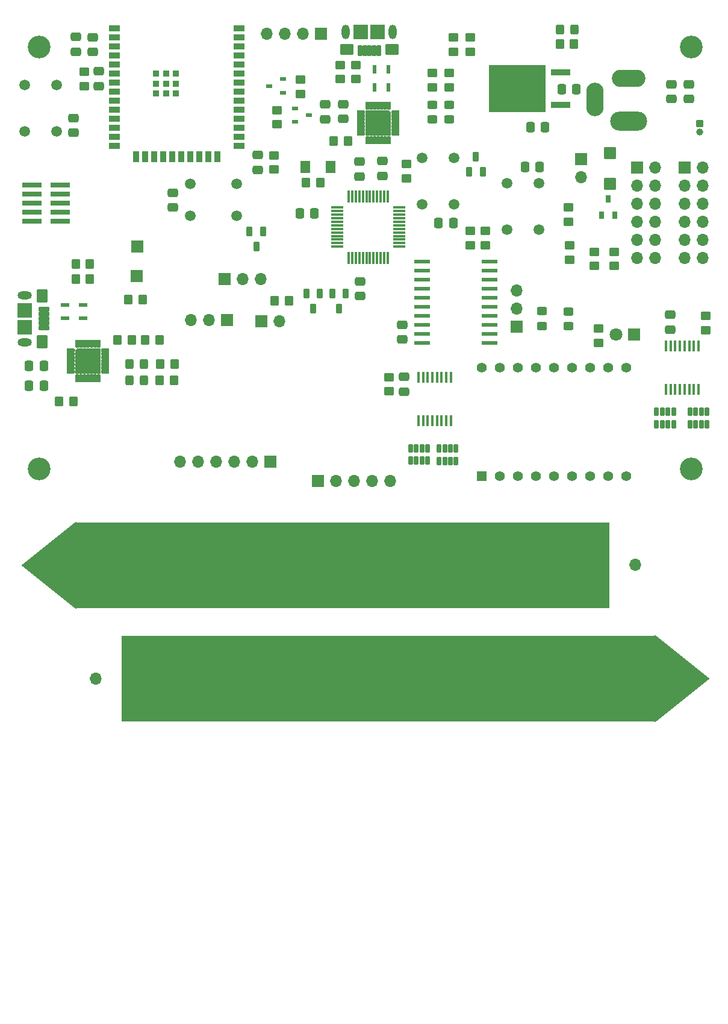
<source format=gbr>
%TF.GenerationSoftware,KiCad,Pcbnew,7.0.6*%
%TF.CreationDate,2023-11-01T15:52:39-07:00*%
%TF.ProjectId,Deliverable4_schematics,44656c69-7665-4726-9162-6c65345f7363,rev?*%
%TF.SameCoordinates,Original*%
%TF.FileFunction,Soldermask,Top*%
%TF.FilePolarity,Negative*%
%FSLAX46Y46*%
G04 Gerber Fmt 4.6, Leading zero omitted, Abs format (unit mm)*
G04 Created by KiCad (PCBNEW 7.0.6) date 2023-11-01 15:52:39*
%MOMM*%
%LPD*%
G01*
G04 APERTURE LIST*
G04 Aperture macros list*
%AMRoundRect*
0 Rectangle with rounded corners*
0 $1 Rounding radius*
0 $2 $3 $4 $5 $6 $7 $8 $9 X,Y pos of 4 corners*
0 Add a 4 corners polygon primitive as box body*
4,1,4,$2,$3,$4,$5,$6,$7,$8,$9,$2,$3,0*
0 Add four circle primitives for the rounded corners*
1,1,$1+$1,$2,$3*
1,1,$1+$1,$4,$5*
1,1,$1+$1,$6,$7*
1,1,$1+$1,$8,$9*
0 Add four rect primitives between the rounded corners*
20,1,$1+$1,$2,$3,$4,$5,0*
20,1,$1+$1,$4,$5,$6,$7,0*
20,1,$1+$1,$6,$7,$8,$9,0*
20,1,$1+$1,$8,$9,$2,$3,0*%
%AMFreePoly0*
4,1,44,6.000000,-37.400000,6.017209,-37.405591,6.035282,-37.406431,6.045874,-37.414905,6.058779,-37.419098,6.069415,-37.433737,6.083542,-37.445039,6.087130,-37.458121,6.095106,-37.469098,6.095106,-37.487191,6.099893,-37.504641,6.095106,-37.517336,6.095106,-37.530902,6.084470,-37.545539,6.078087,-37.562470,0.078087,-45.062470,0.055956,-45.077029,0.035282,-45.093569,0.030476,-45.093792,0.026455,-45.096438,
-0.000010,-45.095208,-0.026455,-45.096437,-0.030473,-45.093793,-0.035282,-45.093570,-0.055970,-45.077019,-0.078087,-45.062469,-6.078087,-37.562470,-6.084470,-37.545540,-6.095106,-37.530902,-6.095106,-37.517335,-6.099893,-37.504640,-6.095106,-37.487189,-6.095106,-37.469098,-6.087132,-37.458123,-6.083543,-37.445039,-6.069413,-37.433735,-6.058779,-37.419098,-6.045876,-37.414905,-6.035282,-37.406430,-6.017205,-37.405590,
-6.000000,-37.400000,-6.000000,37.500000,6.000000,37.500000,6.000000,-37.400000,6.000000,-37.400000,$1*%
G04 Aperture macros list end*
%ADD10C,0.010000*%
%ADD11R,2.717800X0.889000*%
%ADD12R,8.077200X6.705600*%
%ADD13O,1.700000X1.700000*%
%ADD14FreePoly0,90.000000*%
%ADD15FreePoly0,270.000000*%
%ADD16RoundRect,0.250000X-0.450000X0.325000X-0.450000X-0.325000X0.450000X-0.325000X0.450000X0.325000X0*%
%ADD17RoundRect,0.250000X0.475000X-0.337500X0.475000X0.337500X-0.475000X0.337500X-0.475000X-0.337500X0*%
%ADD18RoundRect,0.250000X-0.350000X-0.450000X0.350000X-0.450000X0.350000X0.450000X-0.350000X0.450000X0*%
%ADD19RoundRect,0.102000X0.200000X0.675000X-0.200000X0.675000X-0.200000X-0.675000X0.200000X-0.675000X0*%
%ADD20RoundRect,0.102000X0.800000X0.700000X-0.800000X0.700000X-0.800000X-0.700000X0.800000X-0.700000X0*%
%ADD21RoundRect,0.102000X0.950000X0.950000X-0.950000X0.950000X-0.950000X-0.950000X0.950000X-0.950000X0*%
%ADD22O,1.104000X2.004000*%
%ADD23R,1.700000X1.700000*%
%ADD24R,2.286000X0.558800*%
%ADD25RoundRect,0.102000X0.604000X-0.604000X0.604000X0.604000X-0.604000X0.604000X-0.604000X-0.604000X0*%
%ADD26C,1.412000*%
%ADD27R,0.355600X1.612900*%
%ADD28RoundRect,0.250000X0.450000X-0.325000X0.450000X0.325000X-0.450000X0.325000X-0.450000X-0.325000X0*%
%ADD29O,5.204000X2.704000*%
%ADD30O,4.704000X2.454000*%
%ADD31O,2.454000X4.704000*%
%ADD32RoundRect,0.250000X0.337500X0.475000X-0.337500X0.475000X-0.337500X-0.475000X0.337500X-0.475000X0*%
%ADD33RoundRect,0.250000X0.450000X-0.350000X0.450000X0.350000X-0.450000X0.350000X-0.450000X-0.350000X0*%
%ADD34RoundRect,0.250000X-0.475000X0.337500X-0.475000X-0.337500X0.475000X-0.337500X0.475000X0.337500X0*%
%ADD35RoundRect,0.144000X-0.258000X0.573000X-0.258000X-0.573000X0.258000X-0.573000X0.258000X0.573000X0*%
%ADD36C,3.200000*%
%ADD37RoundRect,0.250000X-0.450000X0.350000X-0.450000X-0.350000X0.450000X-0.350000X0.450000X0.350000X0*%
%ADD38RoundRect,0.250000X-0.337500X-0.475000X0.337500X-0.475000X0.337500X0.475000X-0.337500X0.475000X0*%
%ADD39RoundRect,0.144000X0.258000X-0.573000X0.258000X0.573000X-0.258000X0.573000X-0.258000X-0.573000X0*%
%ADD40RoundRect,0.250000X-0.325000X-0.450000X0.325000X-0.450000X0.325000X0.450000X-0.325000X0.450000X0*%
%ADD41RoundRect,0.250000X0.350000X0.450000X-0.350000X0.450000X-0.350000X-0.450000X0.350000X-0.450000X0*%
%ADD42RoundRect,0.139100X0.227900X-0.447900X0.227900X0.447900X-0.227900X0.447900X-0.227900X-0.447900X0*%
%ADD43RoundRect,0.139100X-0.227900X0.447900X-0.227900X-0.447900X0.227900X-0.447900X0.227900X0.447900X0*%
%ADD44R,0.558800X1.181100*%
%ADD45RoundRect,0.076200X-0.425000X0.425000X-0.425000X-0.425000X0.425000X-0.425000X0.425000X0.425000X0*%
%ADD46C,1.002400*%
%ADD47R,1.675000X0.300000*%
%ADD48R,0.300000X1.675000*%
%ADD49R,0.914400X0.508000*%
%ADD50C,1.507998*%
%ADD51R,2.768600X0.660400*%
%ADD52R,1.181100X0.558800*%
%ADD53R,1.800000X1.800000*%
%ADD54C,1.800000*%
%ADD55RoundRect,0.102000X-0.740000X0.720000X-0.740000X-0.720000X0.740000X-0.720000X0.740000X0.720000X0*%
%ADD56R,0.650000X1.050000*%
%ADD57RoundRect,0.102000X-0.675000X0.200000X-0.675000X-0.200000X0.675000X-0.200000X0.675000X0.200000X0*%
%ADD58RoundRect,0.102000X-0.700000X0.800000X-0.700000X-0.800000X0.700000X-0.800000X0.700000X0.800000X0*%
%ADD59RoundRect,0.102000X-0.950000X0.950000X-0.950000X-0.950000X0.950000X-0.950000X0.950000X0.950000X0*%
%ADD60O,2.004000X1.104000*%
%ADD61R,1.422400X1.752600*%
%ADD62R,1.498600X0.889000*%
%ADD63R,0.889000X1.498600*%
%ADD64R,0.889000X0.889000*%
G04 APERTURE END LIST*
%TO.C,U4*%
D10*
X226035000Y-87207000D02*
X226035000Y-90395000D01*
X222565000Y-90395000D01*
X222565000Y-86925000D01*
X225753000Y-86925000D01*
X226035000Y-87207000D01*
G36*
X226035000Y-87207000D02*
G01*
X226035000Y-90395000D01*
X222565000Y-90395000D01*
X222565000Y-86925000D01*
X225753000Y-86925000D01*
X226035000Y-87207000D01*
G37*
X226010000Y-86585000D02*
X226010000Y-86596000D01*
X226009000Y-86607000D01*
X226007000Y-86618000D01*
X226005000Y-86629000D01*
X226003000Y-86639000D01*
X226000000Y-86650000D01*
X225996000Y-86660000D01*
X225992000Y-86670000D01*
X225987000Y-86680000D01*
X225982000Y-86690000D01*
X225976000Y-86699000D01*
X225970000Y-86708000D01*
X225963000Y-86717000D01*
X225956000Y-86726000D01*
X225948000Y-86733000D01*
X225941000Y-86741000D01*
X225932000Y-86748000D01*
X225923000Y-86755000D01*
X225914000Y-86761000D01*
X225905000Y-86767000D01*
X225895000Y-86772000D01*
X225885000Y-86777000D01*
X225875000Y-86781000D01*
X225865000Y-86785000D01*
X225854000Y-86788000D01*
X225844000Y-86790000D01*
X225833000Y-86792000D01*
X225822000Y-86794000D01*
X225811000Y-86795000D01*
X225800000Y-86795000D01*
X225789000Y-86795000D01*
X225778000Y-86794000D01*
X225767000Y-86792000D01*
X225756000Y-86790000D01*
X225746000Y-86788000D01*
X225735000Y-86785000D01*
X225725000Y-86781000D01*
X225715000Y-86777000D01*
X225705000Y-86772000D01*
X225695000Y-86767000D01*
X225686000Y-86761000D01*
X225677000Y-86755000D01*
X225668000Y-86748000D01*
X225659000Y-86741000D01*
X225652000Y-86733000D01*
X225644000Y-86726000D01*
X225637000Y-86717000D01*
X225630000Y-86708000D01*
X225624000Y-86699000D01*
X225618000Y-86690000D01*
X225613000Y-86680000D01*
X225608000Y-86670000D01*
X225604000Y-86660000D01*
X225600000Y-86650000D01*
X225597000Y-86639000D01*
X225595000Y-86629000D01*
X225593000Y-86618000D01*
X225591000Y-86607000D01*
X225590000Y-86596000D01*
X225590000Y-86585000D01*
X225590000Y-85725000D01*
X226010000Y-85725000D01*
X226010000Y-86585000D01*
G36*
X226010000Y-86585000D02*
G01*
X226010000Y-86596000D01*
X226009000Y-86607000D01*
X226007000Y-86618000D01*
X226005000Y-86629000D01*
X226003000Y-86639000D01*
X226000000Y-86650000D01*
X225996000Y-86660000D01*
X225992000Y-86670000D01*
X225987000Y-86680000D01*
X225982000Y-86690000D01*
X225976000Y-86699000D01*
X225970000Y-86708000D01*
X225963000Y-86717000D01*
X225956000Y-86726000D01*
X225948000Y-86733000D01*
X225941000Y-86741000D01*
X225932000Y-86748000D01*
X225923000Y-86755000D01*
X225914000Y-86761000D01*
X225905000Y-86767000D01*
X225895000Y-86772000D01*
X225885000Y-86777000D01*
X225875000Y-86781000D01*
X225865000Y-86785000D01*
X225854000Y-86788000D01*
X225844000Y-86790000D01*
X225833000Y-86792000D01*
X225822000Y-86794000D01*
X225811000Y-86795000D01*
X225800000Y-86795000D01*
X225789000Y-86795000D01*
X225778000Y-86794000D01*
X225767000Y-86792000D01*
X225756000Y-86790000D01*
X225746000Y-86788000D01*
X225735000Y-86785000D01*
X225725000Y-86781000D01*
X225715000Y-86777000D01*
X225705000Y-86772000D01*
X225695000Y-86767000D01*
X225686000Y-86761000D01*
X225677000Y-86755000D01*
X225668000Y-86748000D01*
X225659000Y-86741000D01*
X225652000Y-86733000D01*
X225644000Y-86726000D01*
X225637000Y-86717000D01*
X225630000Y-86708000D01*
X225624000Y-86699000D01*
X225618000Y-86690000D01*
X225613000Y-86680000D01*
X225608000Y-86670000D01*
X225604000Y-86660000D01*
X225600000Y-86650000D01*
X225597000Y-86639000D01*
X225595000Y-86629000D01*
X225593000Y-86618000D01*
X225591000Y-86607000D01*
X225590000Y-86596000D01*
X225590000Y-86585000D01*
X225590000Y-85725000D01*
X226010000Y-85725000D01*
X226010000Y-86585000D01*
G37*
X225510000Y-86585000D02*
X225510000Y-86596000D01*
X225509000Y-86607000D01*
X225507000Y-86618000D01*
X225505000Y-86629000D01*
X225503000Y-86639000D01*
X225500000Y-86650000D01*
X225496000Y-86660000D01*
X225492000Y-86670000D01*
X225487000Y-86680000D01*
X225482000Y-86690000D01*
X225476000Y-86699000D01*
X225470000Y-86708000D01*
X225463000Y-86717000D01*
X225456000Y-86726000D01*
X225448000Y-86733000D01*
X225441000Y-86741000D01*
X225432000Y-86748000D01*
X225423000Y-86755000D01*
X225414000Y-86761000D01*
X225405000Y-86767000D01*
X225395000Y-86772000D01*
X225385000Y-86777000D01*
X225375000Y-86781000D01*
X225365000Y-86785000D01*
X225354000Y-86788000D01*
X225344000Y-86790000D01*
X225333000Y-86792000D01*
X225322000Y-86794000D01*
X225311000Y-86795000D01*
X225300000Y-86795000D01*
X225289000Y-86795000D01*
X225278000Y-86794000D01*
X225267000Y-86792000D01*
X225256000Y-86790000D01*
X225246000Y-86788000D01*
X225235000Y-86785000D01*
X225225000Y-86781000D01*
X225215000Y-86777000D01*
X225205000Y-86772000D01*
X225195000Y-86767000D01*
X225186000Y-86761000D01*
X225177000Y-86755000D01*
X225168000Y-86748000D01*
X225159000Y-86741000D01*
X225152000Y-86733000D01*
X225144000Y-86726000D01*
X225137000Y-86717000D01*
X225130000Y-86708000D01*
X225124000Y-86699000D01*
X225118000Y-86690000D01*
X225113000Y-86680000D01*
X225108000Y-86670000D01*
X225104000Y-86660000D01*
X225100000Y-86650000D01*
X225097000Y-86639000D01*
X225095000Y-86629000D01*
X225093000Y-86618000D01*
X225091000Y-86607000D01*
X225090000Y-86596000D01*
X225090000Y-86585000D01*
X225090000Y-85725000D01*
X225510000Y-85725000D01*
X225510000Y-86585000D01*
G36*
X225510000Y-86585000D02*
G01*
X225510000Y-86596000D01*
X225509000Y-86607000D01*
X225507000Y-86618000D01*
X225505000Y-86629000D01*
X225503000Y-86639000D01*
X225500000Y-86650000D01*
X225496000Y-86660000D01*
X225492000Y-86670000D01*
X225487000Y-86680000D01*
X225482000Y-86690000D01*
X225476000Y-86699000D01*
X225470000Y-86708000D01*
X225463000Y-86717000D01*
X225456000Y-86726000D01*
X225448000Y-86733000D01*
X225441000Y-86741000D01*
X225432000Y-86748000D01*
X225423000Y-86755000D01*
X225414000Y-86761000D01*
X225405000Y-86767000D01*
X225395000Y-86772000D01*
X225385000Y-86777000D01*
X225375000Y-86781000D01*
X225365000Y-86785000D01*
X225354000Y-86788000D01*
X225344000Y-86790000D01*
X225333000Y-86792000D01*
X225322000Y-86794000D01*
X225311000Y-86795000D01*
X225300000Y-86795000D01*
X225289000Y-86795000D01*
X225278000Y-86794000D01*
X225267000Y-86792000D01*
X225256000Y-86790000D01*
X225246000Y-86788000D01*
X225235000Y-86785000D01*
X225225000Y-86781000D01*
X225215000Y-86777000D01*
X225205000Y-86772000D01*
X225195000Y-86767000D01*
X225186000Y-86761000D01*
X225177000Y-86755000D01*
X225168000Y-86748000D01*
X225159000Y-86741000D01*
X225152000Y-86733000D01*
X225144000Y-86726000D01*
X225137000Y-86717000D01*
X225130000Y-86708000D01*
X225124000Y-86699000D01*
X225118000Y-86690000D01*
X225113000Y-86680000D01*
X225108000Y-86670000D01*
X225104000Y-86660000D01*
X225100000Y-86650000D01*
X225097000Y-86639000D01*
X225095000Y-86629000D01*
X225093000Y-86618000D01*
X225091000Y-86607000D01*
X225090000Y-86596000D01*
X225090000Y-86585000D01*
X225090000Y-85725000D01*
X225510000Y-85725000D01*
X225510000Y-86585000D01*
G37*
X225010000Y-86585000D02*
X225010000Y-86596000D01*
X225009000Y-86607000D01*
X225007000Y-86618000D01*
X225005000Y-86629000D01*
X225003000Y-86639000D01*
X225000000Y-86650000D01*
X224996000Y-86660000D01*
X224992000Y-86670000D01*
X224987000Y-86680000D01*
X224982000Y-86690000D01*
X224976000Y-86699000D01*
X224970000Y-86708000D01*
X224963000Y-86717000D01*
X224956000Y-86726000D01*
X224948000Y-86733000D01*
X224941000Y-86741000D01*
X224932000Y-86748000D01*
X224923000Y-86755000D01*
X224914000Y-86761000D01*
X224905000Y-86767000D01*
X224895000Y-86772000D01*
X224885000Y-86777000D01*
X224875000Y-86781000D01*
X224865000Y-86785000D01*
X224854000Y-86788000D01*
X224844000Y-86790000D01*
X224833000Y-86792000D01*
X224822000Y-86794000D01*
X224811000Y-86795000D01*
X224800000Y-86795000D01*
X224789000Y-86795000D01*
X224778000Y-86794000D01*
X224767000Y-86792000D01*
X224756000Y-86790000D01*
X224746000Y-86788000D01*
X224735000Y-86785000D01*
X224725000Y-86781000D01*
X224715000Y-86777000D01*
X224705000Y-86772000D01*
X224695000Y-86767000D01*
X224686000Y-86761000D01*
X224677000Y-86755000D01*
X224668000Y-86748000D01*
X224659000Y-86741000D01*
X224652000Y-86733000D01*
X224644000Y-86726000D01*
X224637000Y-86717000D01*
X224630000Y-86708000D01*
X224624000Y-86699000D01*
X224618000Y-86690000D01*
X224613000Y-86680000D01*
X224608000Y-86670000D01*
X224604000Y-86660000D01*
X224600000Y-86650000D01*
X224597000Y-86639000D01*
X224595000Y-86629000D01*
X224593000Y-86618000D01*
X224591000Y-86607000D01*
X224590000Y-86596000D01*
X224590000Y-86585000D01*
X224590000Y-85725000D01*
X225010000Y-85725000D01*
X225010000Y-86585000D01*
G36*
X225010000Y-86585000D02*
G01*
X225010000Y-86596000D01*
X225009000Y-86607000D01*
X225007000Y-86618000D01*
X225005000Y-86629000D01*
X225003000Y-86639000D01*
X225000000Y-86650000D01*
X224996000Y-86660000D01*
X224992000Y-86670000D01*
X224987000Y-86680000D01*
X224982000Y-86690000D01*
X224976000Y-86699000D01*
X224970000Y-86708000D01*
X224963000Y-86717000D01*
X224956000Y-86726000D01*
X224948000Y-86733000D01*
X224941000Y-86741000D01*
X224932000Y-86748000D01*
X224923000Y-86755000D01*
X224914000Y-86761000D01*
X224905000Y-86767000D01*
X224895000Y-86772000D01*
X224885000Y-86777000D01*
X224875000Y-86781000D01*
X224865000Y-86785000D01*
X224854000Y-86788000D01*
X224844000Y-86790000D01*
X224833000Y-86792000D01*
X224822000Y-86794000D01*
X224811000Y-86795000D01*
X224800000Y-86795000D01*
X224789000Y-86795000D01*
X224778000Y-86794000D01*
X224767000Y-86792000D01*
X224756000Y-86790000D01*
X224746000Y-86788000D01*
X224735000Y-86785000D01*
X224725000Y-86781000D01*
X224715000Y-86777000D01*
X224705000Y-86772000D01*
X224695000Y-86767000D01*
X224686000Y-86761000D01*
X224677000Y-86755000D01*
X224668000Y-86748000D01*
X224659000Y-86741000D01*
X224652000Y-86733000D01*
X224644000Y-86726000D01*
X224637000Y-86717000D01*
X224630000Y-86708000D01*
X224624000Y-86699000D01*
X224618000Y-86690000D01*
X224613000Y-86680000D01*
X224608000Y-86670000D01*
X224604000Y-86660000D01*
X224600000Y-86650000D01*
X224597000Y-86639000D01*
X224595000Y-86629000D01*
X224593000Y-86618000D01*
X224591000Y-86607000D01*
X224590000Y-86596000D01*
X224590000Y-86585000D01*
X224590000Y-85725000D01*
X225010000Y-85725000D01*
X225010000Y-86585000D01*
G37*
X224510000Y-86585000D02*
X224510000Y-86596000D01*
X224509000Y-86607000D01*
X224507000Y-86618000D01*
X224505000Y-86629000D01*
X224503000Y-86639000D01*
X224500000Y-86650000D01*
X224496000Y-86660000D01*
X224492000Y-86670000D01*
X224487000Y-86680000D01*
X224482000Y-86690000D01*
X224476000Y-86699000D01*
X224470000Y-86708000D01*
X224463000Y-86717000D01*
X224456000Y-86726000D01*
X224448000Y-86733000D01*
X224441000Y-86741000D01*
X224432000Y-86748000D01*
X224423000Y-86755000D01*
X224414000Y-86761000D01*
X224405000Y-86767000D01*
X224395000Y-86772000D01*
X224385000Y-86777000D01*
X224375000Y-86781000D01*
X224365000Y-86785000D01*
X224354000Y-86788000D01*
X224344000Y-86790000D01*
X224333000Y-86792000D01*
X224322000Y-86794000D01*
X224311000Y-86795000D01*
X224300000Y-86795000D01*
X224289000Y-86795000D01*
X224278000Y-86794000D01*
X224267000Y-86792000D01*
X224256000Y-86790000D01*
X224246000Y-86788000D01*
X224235000Y-86785000D01*
X224225000Y-86781000D01*
X224215000Y-86777000D01*
X224205000Y-86772000D01*
X224195000Y-86767000D01*
X224186000Y-86761000D01*
X224177000Y-86755000D01*
X224168000Y-86748000D01*
X224159000Y-86741000D01*
X224152000Y-86733000D01*
X224144000Y-86726000D01*
X224137000Y-86717000D01*
X224130000Y-86708000D01*
X224124000Y-86699000D01*
X224118000Y-86690000D01*
X224113000Y-86680000D01*
X224108000Y-86670000D01*
X224104000Y-86660000D01*
X224100000Y-86650000D01*
X224097000Y-86639000D01*
X224095000Y-86629000D01*
X224093000Y-86618000D01*
X224091000Y-86607000D01*
X224090000Y-86596000D01*
X224090000Y-86585000D01*
X224090000Y-85725000D01*
X224510000Y-85725000D01*
X224510000Y-86585000D01*
G36*
X224510000Y-86585000D02*
G01*
X224510000Y-86596000D01*
X224509000Y-86607000D01*
X224507000Y-86618000D01*
X224505000Y-86629000D01*
X224503000Y-86639000D01*
X224500000Y-86650000D01*
X224496000Y-86660000D01*
X224492000Y-86670000D01*
X224487000Y-86680000D01*
X224482000Y-86690000D01*
X224476000Y-86699000D01*
X224470000Y-86708000D01*
X224463000Y-86717000D01*
X224456000Y-86726000D01*
X224448000Y-86733000D01*
X224441000Y-86741000D01*
X224432000Y-86748000D01*
X224423000Y-86755000D01*
X224414000Y-86761000D01*
X224405000Y-86767000D01*
X224395000Y-86772000D01*
X224385000Y-86777000D01*
X224375000Y-86781000D01*
X224365000Y-86785000D01*
X224354000Y-86788000D01*
X224344000Y-86790000D01*
X224333000Y-86792000D01*
X224322000Y-86794000D01*
X224311000Y-86795000D01*
X224300000Y-86795000D01*
X224289000Y-86795000D01*
X224278000Y-86794000D01*
X224267000Y-86792000D01*
X224256000Y-86790000D01*
X224246000Y-86788000D01*
X224235000Y-86785000D01*
X224225000Y-86781000D01*
X224215000Y-86777000D01*
X224205000Y-86772000D01*
X224195000Y-86767000D01*
X224186000Y-86761000D01*
X224177000Y-86755000D01*
X224168000Y-86748000D01*
X224159000Y-86741000D01*
X224152000Y-86733000D01*
X224144000Y-86726000D01*
X224137000Y-86717000D01*
X224130000Y-86708000D01*
X224124000Y-86699000D01*
X224118000Y-86690000D01*
X224113000Y-86680000D01*
X224108000Y-86670000D01*
X224104000Y-86660000D01*
X224100000Y-86650000D01*
X224097000Y-86639000D01*
X224095000Y-86629000D01*
X224093000Y-86618000D01*
X224091000Y-86607000D01*
X224090000Y-86596000D01*
X224090000Y-86585000D01*
X224090000Y-85725000D01*
X224510000Y-85725000D01*
X224510000Y-86585000D01*
G37*
X224010000Y-86585000D02*
X224010000Y-86596000D01*
X224009000Y-86607000D01*
X224007000Y-86618000D01*
X224005000Y-86629000D01*
X224003000Y-86639000D01*
X224000000Y-86650000D01*
X223996000Y-86660000D01*
X223992000Y-86670000D01*
X223987000Y-86680000D01*
X223982000Y-86690000D01*
X223976000Y-86699000D01*
X223970000Y-86708000D01*
X223963000Y-86717000D01*
X223956000Y-86726000D01*
X223948000Y-86733000D01*
X223941000Y-86741000D01*
X223932000Y-86748000D01*
X223923000Y-86755000D01*
X223914000Y-86761000D01*
X223905000Y-86767000D01*
X223895000Y-86772000D01*
X223885000Y-86777000D01*
X223875000Y-86781000D01*
X223865000Y-86785000D01*
X223854000Y-86788000D01*
X223844000Y-86790000D01*
X223833000Y-86792000D01*
X223822000Y-86794000D01*
X223811000Y-86795000D01*
X223800000Y-86795000D01*
X223789000Y-86795000D01*
X223778000Y-86794000D01*
X223767000Y-86792000D01*
X223756000Y-86790000D01*
X223746000Y-86788000D01*
X223735000Y-86785000D01*
X223725000Y-86781000D01*
X223715000Y-86777000D01*
X223705000Y-86772000D01*
X223695000Y-86767000D01*
X223686000Y-86761000D01*
X223677000Y-86755000D01*
X223668000Y-86748000D01*
X223659000Y-86741000D01*
X223652000Y-86733000D01*
X223644000Y-86726000D01*
X223637000Y-86717000D01*
X223630000Y-86708000D01*
X223624000Y-86699000D01*
X223618000Y-86690000D01*
X223613000Y-86680000D01*
X223608000Y-86670000D01*
X223604000Y-86660000D01*
X223600000Y-86650000D01*
X223597000Y-86639000D01*
X223595000Y-86629000D01*
X223593000Y-86618000D01*
X223591000Y-86607000D01*
X223590000Y-86596000D01*
X223590000Y-86585000D01*
X223590000Y-85725000D01*
X224010000Y-85725000D01*
X224010000Y-86585000D01*
G36*
X224010000Y-86585000D02*
G01*
X224010000Y-86596000D01*
X224009000Y-86607000D01*
X224007000Y-86618000D01*
X224005000Y-86629000D01*
X224003000Y-86639000D01*
X224000000Y-86650000D01*
X223996000Y-86660000D01*
X223992000Y-86670000D01*
X223987000Y-86680000D01*
X223982000Y-86690000D01*
X223976000Y-86699000D01*
X223970000Y-86708000D01*
X223963000Y-86717000D01*
X223956000Y-86726000D01*
X223948000Y-86733000D01*
X223941000Y-86741000D01*
X223932000Y-86748000D01*
X223923000Y-86755000D01*
X223914000Y-86761000D01*
X223905000Y-86767000D01*
X223895000Y-86772000D01*
X223885000Y-86777000D01*
X223875000Y-86781000D01*
X223865000Y-86785000D01*
X223854000Y-86788000D01*
X223844000Y-86790000D01*
X223833000Y-86792000D01*
X223822000Y-86794000D01*
X223811000Y-86795000D01*
X223800000Y-86795000D01*
X223789000Y-86795000D01*
X223778000Y-86794000D01*
X223767000Y-86792000D01*
X223756000Y-86790000D01*
X223746000Y-86788000D01*
X223735000Y-86785000D01*
X223725000Y-86781000D01*
X223715000Y-86777000D01*
X223705000Y-86772000D01*
X223695000Y-86767000D01*
X223686000Y-86761000D01*
X223677000Y-86755000D01*
X223668000Y-86748000D01*
X223659000Y-86741000D01*
X223652000Y-86733000D01*
X223644000Y-86726000D01*
X223637000Y-86717000D01*
X223630000Y-86708000D01*
X223624000Y-86699000D01*
X223618000Y-86690000D01*
X223613000Y-86680000D01*
X223608000Y-86670000D01*
X223604000Y-86660000D01*
X223600000Y-86650000D01*
X223597000Y-86639000D01*
X223595000Y-86629000D01*
X223593000Y-86618000D01*
X223591000Y-86607000D01*
X223590000Y-86596000D01*
X223590000Y-86585000D01*
X223590000Y-85725000D01*
X224010000Y-85725000D01*
X224010000Y-86585000D01*
G37*
X223510000Y-86585000D02*
X223510000Y-86596000D01*
X223509000Y-86607000D01*
X223507000Y-86618000D01*
X223505000Y-86629000D01*
X223503000Y-86639000D01*
X223500000Y-86650000D01*
X223496000Y-86660000D01*
X223492000Y-86670000D01*
X223487000Y-86680000D01*
X223482000Y-86690000D01*
X223476000Y-86699000D01*
X223470000Y-86708000D01*
X223463000Y-86717000D01*
X223456000Y-86726000D01*
X223448000Y-86733000D01*
X223441000Y-86741000D01*
X223432000Y-86748000D01*
X223423000Y-86755000D01*
X223414000Y-86761000D01*
X223405000Y-86767000D01*
X223395000Y-86772000D01*
X223385000Y-86777000D01*
X223375000Y-86781000D01*
X223365000Y-86785000D01*
X223354000Y-86788000D01*
X223344000Y-86790000D01*
X223333000Y-86792000D01*
X223322000Y-86794000D01*
X223311000Y-86795000D01*
X223300000Y-86795000D01*
X223289000Y-86795000D01*
X223278000Y-86794000D01*
X223267000Y-86792000D01*
X223256000Y-86790000D01*
X223246000Y-86788000D01*
X223235000Y-86785000D01*
X223225000Y-86781000D01*
X223215000Y-86777000D01*
X223205000Y-86772000D01*
X223195000Y-86767000D01*
X223186000Y-86761000D01*
X223177000Y-86755000D01*
X223168000Y-86748000D01*
X223159000Y-86741000D01*
X223152000Y-86733000D01*
X223144000Y-86726000D01*
X223137000Y-86717000D01*
X223130000Y-86708000D01*
X223124000Y-86699000D01*
X223118000Y-86690000D01*
X223113000Y-86680000D01*
X223108000Y-86670000D01*
X223104000Y-86660000D01*
X223100000Y-86650000D01*
X223097000Y-86639000D01*
X223095000Y-86629000D01*
X223093000Y-86618000D01*
X223091000Y-86607000D01*
X223090000Y-86596000D01*
X223090000Y-86585000D01*
X223090000Y-85725000D01*
X223510000Y-85725000D01*
X223510000Y-86585000D01*
G36*
X223510000Y-86585000D02*
G01*
X223510000Y-86596000D01*
X223509000Y-86607000D01*
X223507000Y-86618000D01*
X223505000Y-86629000D01*
X223503000Y-86639000D01*
X223500000Y-86650000D01*
X223496000Y-86660000D01*
X223492000Y-86670000D01*
X223487000Y-86680000D01*
X223482000Y-86690000D01*
X223476000Y-86699000D01*
X223470000Y-86708000D01*
X223463000Y-86717000D01*
X223456000Y-86726000D01*
X223448000Y-86733000D01*
X223441000Y-86741000D01*
X223432000Y-86748000D01*
X223423000Y-86755000D01*
X223414000Y-86761000D01*
X223405000Y-86767000D01*
X223395000Y-86772000D01*
X223385000Y-86777000D01*
X223375000Y-86781000D01*
X223365000Y-86785000D01*
X223354000Y-86788000D01*
X223344000Y-86790000D01*
X223333000Y-86792000D01*
X223322000Y-86794000D01*
X223311000Y-86795000D01*
X223300000Y-86795000D01*
X223289000Y-86795000D01*
X223278000Y-86794000D01*
X223267000Y-86792000D01*
X223256000Y-86790000D01*
X223246000Y-86788000D01*
X223235000Y-86785000D01*
X223225000Y-86781000D01*
X223215000Y-86777000D01*
X223205000Y-86772000D01*
X223195000Y-86767000D01*
X223186000Y-86761000D01*
X223177000Y-86755000D01*
X223168000Y-86748000D01*
X223159000Y-86741000D01*
X223152000Y-86733000D01*
X223144000Y-86726000D01*
X223137000Y-86717000D01*
X223130000Y-86708000D01*
X223124000Y-86699000D01*
X223118000Y-86690000D01*
X223113000Y-86680000D01*
X223108000Y-86670000D01*
X223104000Y-86660000D01*
X223100000Y-86650000D01*
X223097000Y-86639000D01*
X223095000Y-86629000D01*
X223093000Y-86618000D01*
X223091000Y-86607000D01*
X223090000Y-86596000D01*
X223090000Y-86585000D01*
X223090000Y-85725000D01*
X223510000Y-85725000D01*
X223510000Y-86585000D01*
G37*
X223010000Y-86585000D02*
X223010000Y-86596000D01*
X223009000Y-86607000D01*
X223007000Y-86618000D01*
X223005000Y-86629000D01*
X223003000Y-86639000D01*
X223000000Y-86650000D01*
X222996000Y-86660000D01*
X222992000Y-86670000D01*
X222987000Y-86680000D01*
X222982000Y-86690000D01*
X222976000Y-86699000D01*
X222970000Y-86708000D01*
X222963000Y-86717000D01*
X222956000Y-86726000D01*
X222948000Y-86733000D01*
X222941000Y-86741000D01*
X222932000Y-86748000D01*
X222923000Y-86755000D01*
X222914000Y-86761000D01*
X222905000Y-86767000D01*
X222895000Y-86772000D01*
X222885000Y-86777000D01*
X222875000Y-86781000D01*
X222865000Y-86785000D01*
X222854000Y-86788000D01*
X222844000Y-86790000D01*
X222833000Y-86792000D01*
X222822000Y-86794000D01*
X222811000Y-86795000D01*
X222800000Y-86795000D01*
X222789000Y-86795000D01*
X222778000Y-86794000D01*
X222767000Y-86792000D01*
X222756000Y-86790000D01*
X222746000Y-86788000D01*
X222735000Y-86785000D01*
X222725000Y-86781000D01*
X222715000Y-86777000D01*
X222705000Y-86772000D01*
X222695000Y-86767000D01*
X222686000Y-86761000D01*
X222677000Y-86755000D01*
X222668000Y-86748000D01*
X222659000Y-86741000D01*
X222652000Y-86733000D01*
X222644000Y-86726000D01*
X222637000Y-86717000D01*
X222630000Y-86708000D01*
X222624000Y-86699000D01*
X222618000Y-86690000D01*
X222613000Y-86680000D01*
X222608000Y-86670000D01*
X222604000Y-86660000D01*
X222600000Y-86650000D01*
X222597000Y-86639000D01*
X222595000Y-86629000D01*
X222593000Y-86618000D01*
X222591000Y-86607000D01*
X222590000Y-86596000D01*
X222590000Y-86585000D01*
X222590000Y-85725000D01*
X223010000Y-85725000D01*
X223010000Y-86585000D01*
G36*
X223010000Y-86585000D02*
G01*
X223010000Y-86596000D01*
X223009000Y-86607000D01*
X223007000Y-86618000D01*
X223005000Y-86629000D01*
X223003000Y-86639000D01*
X223000000Y-86650000D01*
X222996000Y-86660000D01*
X222992000Y-86670000D01*
X222987000Y-86680000D01*
X222982000Y-86690000D01*
X222976000Y-86699000D01*
X222970000Y-86708000D01*
X222963000Y-86717000D01*
X222956000Y-86726000D01*
X222948000Y-86733000D01*
X222941000Y-86741000D01*
X222932000Y-86748000D01*
X222923000Y-86755000D01*
X222914000Y-86761000D01*
X222905000Y-86767000D01*
X222895000Y-86772000D01*
X222885000Y-86777000D01*
X222875000Y-86781000D01*
X222865000Y-86785000D01*
X222854000Y-86788000D01*
X222844000Y-86790000D01*
X222833000Y-86792000D01*
X222822000Y-86794000D01*
X222811000Y-86795000D01*
X222800000Y-86795000D01*
X222789000Y-86795000D01*
X222778000Y-86794000D01*
X222767000Y-86792000D01*
X222756000Y-86790000D01*
X222746000Y-86788000D01*
X222735000Y-86785000D01*
X222725000Y-86781000D01*
X222715000Y-86777000D01*
X222705000Y-86772000D01*
X222695000Y-86767000D01*
X222686000Y-86761000D01*
X222677000Y-86755000D01*
X222668000Y-86748000D01*
X222659000Y-86741000D01*
X222652000Y-86733000D01*
X222644000Y-86726000D01*
X222637000Y-86717000D01*
X222630000Y-86708000D01*
X222624000Y-86699000D01*
X222618000Y-86690000D01*
X222613000Y-86680000D01*
X222608000Y-86670000D01*
X222604000Y-86660000D01*
X222600000Y-86650000D01*
X222597000Y-86639000D01*
X222595000Y-86629000D01*
X222593000Y-86618000D01*
X222591000Y-86607000D01*
X222590000Y-86596000D01*
X222590000Y-86585000D01*
X222590000Y-85725000D01*
X223010000Y-85725000D01*
X223010000Y-86585000D01*
G37*
X222247000Y-86951000D02*
X222258000Y-86953000D01*
X222269000Y-86955000D01*
X222279000Y-86957000D01*
X222290000Y-86960000D01*
X222300000Y-86964000D01*
X222310000Y-86968000D01*
X222320000Y-86973000D01*
X222330000Y-86978000D01*
X222339000Y-86984000D01*
X222348000Y-86990000D01*
X222357000Y-86997000D01*
X222366000Y-87004000D01*
X222373000Y-87012000D01*
X222381000Y-87019000D01*
X222388000Y-87028000D01*
X222395000Y-87037000D01*
X222401000Y-87046000D01*
X222407000Y-87055000D01*
X222412000Y-87065000D01*
X222417000Y-87075000D01*
X222421000Y-87085000D01*
X222425000Y-87095000D01*
X222428000Y-87106000D01*
X222430000Y-87116000D01*
X222432000Y-87127000D01*
X222434000Y-87138000D01*
X222435000Y-87149000D01*
X222435000Y-87160000D01*
X222435000Y-87171000D01*
X222434000Y-87182000D01*
X222432000Y-87193000D01*
X222430000Y-87204000D01*
X222428000Y-87214000D01*
X222425000Y-87225000D01*
X222421000Y-87235000D01*
X222417000Y-87245000D01*
X222412000Y-87255000D01*
X222407000Y-87265000D01*
X222401000Y-87274000D01*
X222395000Y-87283000D01*
X222388000Y-87292000D01*
X222381000Y-87301000D01*
X222373000Y-87308000D01*
X222366000Y-87316000D01*
X222357000Y-87323000D01*
X222348000Y-87330000D01*
X222339000Y-87336000D01*
X222330000Y-87342000D01*
X222320000Y-87347000D01*
X222310000Y-87352000D01*
X222300000Y-87356000D01*
X222290000Y-87360000D01*
X222279000Y-87363000D01*
X222269000Y-87365000D01*
X222258000Y-87367000D01*
X222247000Y-87369000D01*
X222236000Y-87370000D01*
X222225000Y-87370000D01*
X221365000Y-87370000D01*
X221365000Y-86950000D01*
X222225000Y-86950000D01*
X222236000Y-86950000D01*
X222247000Y-86951000D01*
G36*
X222247000Y-86951000D02*
G01*
X222258000Y-86953000D01*
X222269000Y-86955000D01*
X222279000Y-86957000D01*
X222290000Y-86960000D01*
X222300000Y-86964000D01*
X222310000Y-86968000D01*
X222320000Y-86973000D01*
X222330000Y-86978000D01*
X222339000Y-86984000D01*
X222348000Y-86990000D01*
X222357000Y-86997000D01*
X222366000Y-87004000D01*
X222373000Y-87012000D01*
X222381000Y-87019000D01*
X222388000Y-87028000D01*
X222395000Y-87037000D01*
X222401000Y-87046000D01*
X222407000Y-87055000D01*
X222412000Y-87065000D01*
X222417000Y-87075000D01*
X222421000Y-87085000D01*
X222425000Y-87095000D01*
X222428000Y-87106000D01*
X222430000Y-87116000D01*
X222432000Y-87127000D01*
X222434000Y-87138000D01*
X222435000Y-87149000D01*
X222435000Y-87160000D01*
X222435000Y-87171000D01*
X222434000Y-87182000D01*
X222432000Y-87193000D01*
X222430000Y-87204000D01*
X222428000Y-87214000D01*
X222425000Y-87225000D01*
X222421000Y-87235000D01*
X222417000Y-87245000D01*
X222412000Y-87255000D01*
X222407000Y-87265000D01*
X222401000Y-87274000D01*
X222395000Y-87283000D01*
X222388000Y-87292000D01*
X222381000Y-87301000D01*
X222373000Y-87308000D01*
X222366000Y-87316000D01*
X222357000Y-87323000D01*
X222348000Y-87330000D01*
X222339000Y-87336000D01*
X222330000Y-87342000D01*
X222320000Y-87347000D01*
X222310000Y-87352000D01*
X222300000Y-87356000D01*
X222290000Y-87360000D01*
X222279000Y-87363000D01*
X222269000Y-87365000D01*
X222258000Y-87367000D01*
X222247000Y-87369000D01*
X222236000Y-87370000D01*
X222225000Y-87370000D01*
X221365000Y-87370000D01*
X221365000Y-86950000D01*
X222225000Y-86950000D01*
X222236000Y-86950000D01*
X222247000Y-86951000D01*
G37*
X227235000Y-87370000D02*
X226375000Y-87370000D01*
X226364000Y-87370000D01*
X226353000Y-87369000D01*
X226342000Y-87367000D01*
X226331000Y-87365000D01*
X226321000Y-87363000D01*
X226310000Y-87360000D01*
X226300000Y-87356000D01*
X226290000Y-87352000D01*
X226280000Y-87347000D01*
X226270000Y-87342000D01*
X226261000Y-87336000D01*
X226252000Y-87330000D01*
X226243000Y-87323000D01*
X226234000Y-87316000D01*
X226227000Y-87308000D01*
X226219000Y-87301000D01*
X226212000Y-87292000D01*
X226205000Y-87283000D01*
X226199000Y-87274000D01*
X226193000Y-87265000D01*
X226188000Y-87255000D01*
X226183000Y-87245000D01*
X226179000Y-87235000D01*
X226175000Y-87225000D01*
X226172000Y-87214000D01*
X226170000Y-87204000D01*
X226168000Y-87193000D01*
X226166000Y-87182000D01*
X226165000Y-87171000D01*
X226165000Y-87160000D01*
X226165000Y-87149000D01*
X226166000Y-87138000D01*
X226168000Y-87127000D01*
X226170000Y-87116000D01*
X226172000Y-87106000D01*
X226175000Y-87095000D01*
X226179000Y-87085000D01*
X226183000Y-87075000D01*
X226188000Y-87065000D01*
X226193000Y-87055000D01*
X226199000Y-87046000D01*
X226205000Y-87037000D01*
X226212000Y-87028000D01*
X226219000Y-87019000D01*
X226227000Y-87012000D01*
X226234000Y-87004000D01*
X226243000Y-86997000D01*
X226252000Y-86990000D01*
X226261000Y-86984000D01*
X226270000Y-86978000D01*
X226280000Y-86973000D01*
X226290000Y-86968000D01*
X226300000Y-86964000D01*
X226310000Y-86960000D01*
X226321000Y-86957000D01*
X226331000Y-86955000D01*
X226342000Y-86953000D01*
X226353000Y-86951000D01*
X226364000Y-86950000D01*
X226375000Y-86950000D01*
X227235000Y-86950000D01*
X227235000Y-87370000D01*
G36*
X227235000Y-87370000D02*
G01*
X226375000Y-87370000D01*
X226364000Y-87370000D01*
X226353000Y-87369000D01*
X226342000Y-87367000D01*
X226331000Y-87365000D01*
X226321000Y-87363000D01*
X226310000Y-87360000D01*
X226300000Y-87356000D01*
X226290000Y-87352000D01*
X226280000Y-87347000D01*
X226270000Y-87342000D01*
X226261000Y-87336000D01*
X226252000Y-87330000D01*
X226243000Y-87323000D01*
X226234000Y-87316000D01*
X226227000Y-87308000D01*
X226219000Y-87301000D01*
X226212000Y-87292000D01*
X226205000Y-87283000D01*
X226199000Y-87274000D01*
X226193000Y-87265000D01*
X226188000Y-87255000D01*
X226183000Y-87245000D01*
X226179000Y-87235000D01*
X226175000Y-87225000D01*
X226172000Y-87214000D01*
X226170000Y-87204000D01*
X226168000Y-87193000D01*
X226166000Y-87182000D01*
X226165000Y-87171000D01*
X226165000Y-87160000D01*
X226165000Y-87149000D01*
X226166000Y-87138000D01*
X226168000Y-87127000D01*
X226170000Y-87116000D01*
X226172000Y-87106000D01*
X226175000Y-87095000D01*
X226179000Y-87085000D01*
X226183000Y-87075000D01*
X226188000Y-87065000D01*
X226193000Y-87055000D01*
X226199000Y-87046000D01*
X226205000Y-87037000D01*
X226212000Y-87028000D01*
X226219000Y-87019000D01*
X226227000Y-87012000D01*
X226234000Y-87004000D01*
X226243000Y-86997000D01*
X226252000Y-86990000D01*
X226261000Y-86984000D01*
X226270000Y-86978000D01*
X226280000Y-86973000D01*
X226290000Y-86968000D01*
X226300000Y-86964000D01*
X226310000Y-86960000D01*
X226321000Y-86957000D01*
X226331000Y-86955000D01*
X226342000Y-86953000D01*
X226353000Y-86951000D01*
X226364000Y-86950000D01*
X226375000Y-86950000D01*
X227235000Y-86950000D01*
X227235000Y-87370000D01*
G37*
X222247000Y-87451000D02*
X222258000Y-87453000D01*
X222269000Y-87455000D01*
X222279000Y-87457000D01*
X222290000Y-87460000D01*
X222300000Y-87464000D01*
X222310000Y-87468000D01*
X222320000Y-87473000D01*
X222330000Y-87478000D01*
X222339000Y-87484000D01*
X222348000Y-87490000D01*
X222357000Y-87497000D01*
X222366000Y-87504000D01*
X222373000Y-87512000D01*
X222381000Y-87519000D01*
X222388000Y-87528000D01*
X222395000Y-87537000D01*
X222401000Y-87546000D01*
X222407000Y-87555000D01*
X222412000Y-87565000D01*
X222417000Y-87575000D01*
X222421000Y-87585000D01*
X222425000Y-87595000D01*
X222428000Y-87606000D01*
X222430000Y-87616000D01*
X222432000Y-87627000D01*
X222434000Y-87638000D01*
X222435000Y-87649000D01*
X222435000Y-87660000D01*
X222435000Y-87671000D01*
X222434000Y-87682000D01*
X222432000Y-87693000D01*
X222430000Y-87704000D01*
X222428000Y-87714000D01*
X222425000Y-87725000D01*
X222421000Y-87735000D01*
X222417000Y-87745000D01*
X222412000Y-87755000D01*
X222407000Y-87765000D01*
X222401000Y-87774000D01*
X222395000Y-87783000D01*
X222388000Y-87792000D01*
X222381000Y-87801000D01*
X222373000Y-87808000D01*
X222366000Y-87816000D01*
X222357000Y-87823000D01*
X222348000Y-87830000D01*
X222339000Y-87836000D01*
X222330000Y-87842000D01*
X222320000Y-87847000D01*
X222310000Y-87852000D01*
X222300000Y-87856000D01*
X222290000Y-87860000D01*
X222279000Y-87863000D01*
X222269000Y-87865000D01*
X222258000Y-87867000D01*
X222247000Y-87869000D01*
X222236000Y-87870000D01*
X222225000Y-87870000D01*
X221365000Y-87870000D01*
X221365000Y-87450000D01*
X222225000Y-87450000D01*
X222236000Y-87450000D01*
X222247000Y-87451000D01*
G36*
X222247000Y-87451000D02*
G01*
X222258000Y-87453000D01*
X222269000Y-87455000D01*
X222279000Y-87457000D01*
X222290000Y-87460000D01*
X222300000Y-87464000D01*
X222310000Y-87468000D01*
X222320000Y-87473000D01*
X222330000Y-87478000D01*
X222339000Y-87484000D01*
X222348000Y-87490000D01*
X222357000Y-87497000D01*
X222366000Y-87504000D01*
X222373000Y-87512000D01*
X222381000Y-87519000D01*
X222388000Y-87528000D01*
X222395000Y-87537000D01*
X222401000Y-87546000D01*
X222407000Y-87555000D01*
X222412000Y-87565000D01*
X222417000Y-87575000D01*
X222421000Y-87585000D01*
X222425000Y-87595000D01*
X222428000Y-87606000D01*
X222430000Y-87616000D01*
X222432000Y-87627000D01*
X222434000Y-87638000D01*
X222435000Y-87649000D01*
X222435000Y-87660000D01*
X222435000Y-87671000D01*
X222434000Y-87682000D01*
X222432000Y-87693000D01*
X222430000Y-87704000D01*
X222428000Y-87714000D01*
X222425000Y-87725000D01*
X222421000Y-87735000D01*
X222417000Y-87745000D01*
X222412000Y-87755000D01*
X222407000Y-87765000D01*
X222401000Y-87774000D01*
X222395000Y-87783000D01*
X222388000Y-87792000D01*
X222381000Y-87801000D01*
X222373000Y-87808000D01*
X222366000Y-87816000D01*
X222357000Y-87823000D01*
X222348000Y-87830000D01*
X222339000Y-87836000D01*
X222330000Y-87842000D01*
X222320000Y-87847000D01*
X222310000Y-87852000D01*
X222300000Y-87856000D01*
X222290000Y-87860000D01*
X222279000Y-87863000D01*
X222269000Y-87865000D01*
X222258000Y-87867000D01*
X222247000Y-87869000D01*
X222236000Y-87870000D01*
X222225000Y-87870000D01*
X221365000Y-87870000D01*
X221365000Y-87450000D01*
X222225000Y-87450000D01*
X222236000Y-87450000D01*
X222247000Y-87451000D01*
G37*
X227235000Y-87870000D02*
X226375000Y-87870000D01*
X226364000Y-87870000D01*
X226353000Y-87869000D01*
X226342000Y-87867000D01*
X226331000Y-87865000D01*
X226321000Y-87863000D01*
X226310000Y-87860000D01*
X226300000Y-87856000D01*
X226290000Y-87852000D01*
X226280000Y-87847000D01*
X226270000Y-87842000D01*
X226261000Y-87836000D01*
X226252000Y-87830000D01*
X226243000Y-87823000D01*
X226234000Y-87816000D01*
X226227000Y-87808000D01*
X226219000Y-87801000D01*
X226212000Y-87792000D01*
X226205000Y-87783000D01*
X226199000Y-87774000D01*
X226193000Y-87765000D01*
X226188000Y-87755000D01*
X226183000Y-87745000D01*
X226179000Y-87735000D01*
X226175000Y-87725000D01*
X226172000Y-87714000D01*
X226170000Y-87704000D01*
X226168000Y-87693000D01*
X226166000Y-87682000D01*
X226165000Y-87671000D01*
X226165000Y-87660000D01*
X226165000Y-87649000D01*
X226166000Y-87638000D01*
X226168000Y-87627000D01*
X226170000Y-87616000D01*
X226172000Y-87606000D01*
X226175000Y-87595000D01*
X226179000Y-87585000D01*
X226183000Y-87575000D01*
X226188000Y-87565000D01*
X226193000Y-87555000D01*
X226199000Y-87546000D01*
X226205000Y-87537000D01*
X226212000Y-87528000D01*
X226219000Y-87519000D01*
X226227000Y-87512000D01*
X226234000Y-87504000D01*
X226243000Y-87497000D01*
X226252000Y-87490000D01*
X226261000Y-87484000D01*
X226270000Y-87478000D01*
X226280000Y-87473000D01*
X226290000Y-87468000D01*
X226300000Y-87464000D01*
X226310000Y-87460000D01*
X226321000Y-87457000D01*
X226331000Y-87455000D01*
X226342000Y-87453000D01*
X226353000Y-87451000D01*
X226364000Y-87450000D01*
X226375000Y-87450000D01*
X227235000Y-87450000D01*
X227235000Y-87870000D01*
G36*
X227235000Y-87870000D02*
G01*
X226375000Y-87870000D01*
X226364000Y-87870000D01*
X226353000Y-87869000D01*
X226342000Y-87867000D01*
X226331000Y-87865000D01*
X226321000Y-87863000D01*
X226310000Y-87860000D01*
X226300000Y-87856000D01*
X226290000Y-87852000D01*
X226280000Y-87847000D01*
X226270000Y-87842000D01*
X226261000Y-87836000D01*
X226252000Y-87830000D01*
X226243000Y-87823000D01*
X226234000Y-87816000D01*
X226227000Y-87808000D01*
X226219000Y-87801000D01*
X226212000Y-87792000D01*
X226205000Y-87783000D01*
X226199000Y-87774000D01*
X226193000Y-87765000D01*
X226188000Y-87755000D01*
X226183000Y-87745000D01*
X226179000Y-87735000D01*
X226175000Y-87725000D01*
X226172000Y-87714000D01*
X226170000Y-87704000D01*
X226168000Y-87693000D01*
X226166000Y-87682000D01*
X226165000Y-87671000D01*
X226165000Y-87660000D01*
X226165000Y-87649000D01*
X226166000Y-87638000D01*
X226168000Y-87627000D01*
X226170000Y-87616000D01*
X226172000Y-87606000D01*
X226175000Y-87595000D01*
X226179000Y-87585000D01*
X226183000Y-87575000D01*
X226188000Y-87565000D01*
X226193000Y-87555000D01*
X226199000Y-87546000D01*
X226205000Y-87537000D01*
X226212000Y-87528000D01*
X226219000Y-87519000D01*
X226227000Y-87512000D01*
X226234000Y-87504000D01*
X226243000Y-87497000D01*
X226252000Y-87490000D01*
X226261000Y-87484000D01*
X226270000Y-87478000D01*
X226280000Y-87473000D01*
X226290000Y-87468000D01*
X226300000Y-87464000D01*
X226310000Y-87460000D01*
X226321000Y-87457000D01*
X226331000Y-87455000D01*
X226342000Y-87453000D01*
X226353000Y-87451000D01*
X226364000Y-87450000D01*
X226375000Y-87450000D01*
X227235000Y-87450000D01*
X227235000Y-87870000D01*
G37*
X222247000Y-87951000D02*
X222258000Y-87953000D01*
X222269000Y-87955000D01*
X222279000Y-87957000D01*
X222290000Y-87960000D01*
X222300000Y-87964000D01*
X222310000Y-87968000D01*
X222320000Y-87973000D01*
X222330000Y-87978000D01*
X222339000Y-87984000D01*
X222348000Y-87990000D01*
X222357000Y-87997000D01*
X222366000Y-88004000D01*
X222373000Y-88012000D01*
X222381000Y-88019000D01*
X222388000Y-88028000D01*
X222395000Y-88037000D01*
X222401000Y-88046000D01*
X222407000Y-88055000D01*
X222412000Y-88065000D01*
X222417000Y-88075000D01*
X222421000Y-88085000D01*
X222425000Y-88095000D01*
X222428000Y-88106000D01*
X222430000Y-88116000D01*
X222432000Y-88127000D01*
X222434000Y-88138000D01*
X222435000Y-88149000D01*
X222435000Y-88160000D01*
X222435000Y-88171000D01*
X222434000Y-88182000D01*
X222432000Y-88193000D01*
X222430000Y-88204000D01*
X222428000Y-88214000D01*
X222425000Y-88225000D01*
X222421000Y-88235000D01*
X222417000Y-88245000D01*
X222412000Y-88255000D01*
X222407000Y-88265000D01*
X222401000Y-88274000D01*
X222395000Y-88283000D01*
X222388000Y-88292000D01*
X222381000Y-88301000D01*
X222373000Y-88308000D01*
X222366000Y-88316000D01*
X222357000Y-88323000D01*
X222348000Y-88330000D01*
X222339000Y-88336000D01*
X222330000Y-88342000D01*
X222320000Y-88347000D01*
X222310000Y-88352000D01*
X222300000Y-88356000D01*
X222290000Y-88360000D01*
X222279000Y-88363000D01*
X222269000Y-88365000D01*
X222258000Y-88367000D01*
X222247000Y-88369000D01*
X222236000Y-88370000D01*
X222225000Y-88370000D01*
X221365000Y-88370000D01*
X221365000Y-87950000D01*
X222225000Y-87950000D01*
X222236000Y-87950000D01*
X222247000Y-87951000D01*
G36*
X222247000Y-87951000D02*
G01*
X222258000Y-87953000D01*
X222269000Y-87955000D01*
X222279000Y-87957000D01*
X222290000Y-87960000D01*
X222300000Y-87964000D01*
X222310000Y-87968000D01*
X222320000Y-87973000D01*
X222330000Y-87978000D01*
X222339000Y-87984000D01*
X222348000Y-87990000D01*
X222357000Y-87997000D01*
X222366000Y-88004000D01*
X222373000Y-88012000D01*
X222381000Y-88019000D01*
X222388000Y-88028000D01*
X222395000Y-88037000D01*
X222401000Y-88046000D01*
X222407000Y-88055000D01*
X222412000Y-88065000D01*
X222417000Y-88075000D01*
X222421000Y-88085000D01*
X222425000Y-88095000D01*
X222428000Y-88106000D01*
X222430000Y-88116000D01*
X222432000Y-88127000D01*
X222434000Y-88138000D01*
X222435000Y-88149000D01*
X222435000Y-88160000D01*
X222435000Y-88171000D01*
X222434000Y-88182000D01*
X222432000Y-88193000D01*
X222430000Y-88204000D01*
X222428000Y-88214000D01*
X222425000Y-88225000D01*
X222421000Y-88235000D01*
X222417000Y-88245000D01*
X222412000Y-88255000D01*
X222407000Y-88265000D01*
X222401000Y-88274000D01*
X222395000Y-88283000D01*
X222388000Y-88292000D01*
X222381000Y-88301000D01*
X222373000Y-88308000D01*
X222366000Y-88316000D01*
X222357000Y-88323000D01*
X222348000Y-88330000D01*
X222339000Y-88336000D01*
X222330000Y-88342000D01*
X222320000Y-88347000D01*
X222310000Y-88352000D01*
X222300000Y-88356000D01*
X222290000Y-88360000D01*
X222279000Y-88363000D01*
X222269000Y-88365000D01*
X222258000Y-88367000D01*
X222247000Y-88369000D01*
X222236000Y-88370000D01*
X222225000Y-88370000D01*
X221365000Y-88370000D01*
X221365000Y-87950000D01*
X222225000Y-87950000D01*
X222236000Y-87950000D01*
X222247000Y-87951000D01*
G37*
X227235000Y-88370000D02*
X226375000Y-88370000D01*
X226364000Y-88370000D01*
X226353000Y-88369000D01*
X226342000Y-88367000D01*
X226331000Y-88365000D01*
X226321000Y-88363000D01*
X226310000Y-88360000D01*
X226300000Y-88356000D01*
X226290000Y-88352000D01*
X226280000Y-88347000D01*
X226270000Y-88342000D01*
X226261000Y-88336000D01*
X226252000Y-88330000D01*
X226243000Y-88323000D01*
X226234000Y-88316000D01*
X226227000Y-88308000D01*
X226219000Y-88301000D01*
X226212000Y-88292000D01*
X226205000Y-88283000D01*
X226199000Y-88274000D01*
X226193000Y-88265000D01*
X226188000Y-88255000D01*
X226183000Y-88245000D01*
X226179000Y-88235000D01*
X226175000Y-88225000D01*
X226172000Y-88214000D01*
X226170000Y-88204000D01*
X226168000Y-88193000D01*
X226166000Y-88182000D01*
X226165000Y-88171000D01*
X226165000Y-88160000D01*
X226165000Y-88149000D01*
X226166000Y-88138000D01*
X226168000Y-88127000D01*
X226170000Y-88116000D01*
X226172000Y-88106000D01*
X226175000Y-88095000D01*
X226179000Y-88085000D01*
X226183000Y-88075000D01*
X226188000Y-88065000D01*
X226193000Y-88055000D01*
X226199000Y-88046000D01*
X226205000Y-88037000D01*
X226212000Y-88028000D01*
X226219000Y-88019000D01*
X226227000Y-88012000D01*
X226234000Y-88004000D01*
X226243000Y-87997000D01*
X226252000Y-87990000D01*
X226261000Y-87984000D01*
X226270000Y-87978000D01*
X226280000Y-87973000D01*
X226290000Y-87968000D01*
X226300000Y-87964000D01*
X226310000Y-87960000D01*
X226321000Y-87957000D01*
X226331000Y-87955000D01*
X226342000Y-87953000D01*
X226353000Y-87951000D01*
X226364000Y-87950000D01*
X226375000Y-87950000D01*
X227235000Y-87950000D01*
X227235000Y-88370000D01*
G36*
X227235000Y-88370000D02*
G01*
X226375000Y-88370000D01*
X226364000Y-88370000D01*
X226353000Y-88369000D01*
X226342000Y-88367000D01*
X226331000Y-88365000D01*
X226321000Y-88363000D01*
X226310000Y-88360000D01*
X226300000Y-88356000D01*
X226290000Y-88352000D01*
X226280000Y-88347000D01*
X226270000Y-88342000D01*
X226261000Y-88336000D01*
X226252000Y-88330000D01*
X226243000Y-88323000D01*
X226234000Y-88316000D01*
X226227000Y-88308000D01*
X226219000Y-88301000D01*
X226212000Y-88292000D01*
X226205000Y-88283000D01*
X226199000Y-88274000D01*
X226193000Y-88265000D01*
X226188000Y-88255000D01*
X226183000Y-88245000D01*
X226179000Y-88235000D01*
X226175000Y-88225000D01*
X226172000Y-88214000D01*
X226170000Y-88204000D01*
X226168000Y-88193000D01*
X226166000Y-88182000D01*
X226165000Y-88171000D01*
X226165000Y-88160000D01*
X226165000Y-88149000D01*
X226166000Y-88138000D01*
X226168000Y-88127000D01*
X226170000Y-88116000D01*
X226172000Y-88106000D01*
X226175000Y-88095000D01*
X226179000Y-88085000D01*
X226183000Y-88075000D01*
X226188000Y-88065000D01*
X226193000Y-88055000D01*
X226199000Y-88046000D01*
X226205000Y-88037000D01*
X226212000Y-88028000D01*
X226219000Y-88019000D01*
X226227000Y-88012000D01*
X226234000Y-88004000D01*
X226243000Y-87997000D01*
X226252000Y-87990000D01*
X226261000Y-87984000D01*
X226270000Y-87978000D01*
X226280000Y-87973000D01*
X226290000Y-87968000D01*
X226300000Y-87964000D01*
X226310000Y-87960000D01*
X226321000Y-87957000D01*
X226331000Y-87955000D01*
X226342000Y-87953000D01*
X226353000Y-87951000D01*
X226364000Y-87950000D01*
X226375000Y-87950000D01*
X227235000Y-87950000D01*
X227235000Y-88370000D01*
G37*
X222247000Y-88451000D02*
X222258000Y-88453000D01*
X222269000Y-88455000D01*
X222279000Y-88457000D01*
X222290000Y-88460000D01*
X222300000Y-88464000D01*
X222310000Y-88468000D01*
X222320000Y-88473000D01*
X222330000Y-88478000D01*
X222339000Y-88484000D01*
X222348000Y-88490000D01*
X222357000Y-88497000D01*
X222366000Y-88504000D01*
X222373000Y-88512000D01*
X222381000Y-88519000D01*
X222388000Y-88528000D01*
X222395000Y-88537000D01*
X222401000Y-88546000D01*
X222407000Y-88555000D01*
X222412000Y-88565000D01*
X222417000Y-88575000D01*
X222421000Y-88585000D01*
X222425000Y-88595000D01*
X222428000Y-88606000D01*
X222430000Y-88616000D01*
X222432000Y-88627000D01*
X222434000Y-88638000D01*
X222435000Y-88649000D01*
X222435000Y-88660000D01*
X222435000Y-88671000D01*
X222434000Y-88682000D01*
X222432000Y-88693000D01*
X222430000Y-88704000D01*
X222428000Y-88714000D01*
X222425000Y-88725000D01*
X222421000Y-88735000D01*
X222417000Y-88745000D01*
X222412000Y-88755000D01*
X222407000Y-88765000D01*
X222401000Y-88774000D01*
X222395000Y-88783000D01*
X222388000Y-88792000D01*
X222381000Y-88801000D01*
X222373000Y-88808000D01*
X222366000Y-88816000D01*
X222357000Y-88823000D01*
X222348000Y-88830000D01*
X222339000Y-88836000D01*
X222330000Y-88842000D01*
X222320000Y-88847000D01*
X222310000Y-88852000D01*
X222300000Y-88856000D01*
X222290000Y-88860000D01*
X222279000Y-88863000D01*
X222269000Y-88865000D01*
X222258000Y-88867000D01*
X222247000Y-88869000D01*
X222236000Y-88870000D01*
X222225000Y-88870000D01*
X221365000Y-88870000D01*
X221365000Y-88450000D01*
X222225000Y-88450000D01*
X222236000Y-88450000D01*
X222247000Y-88451000D01*
G36*
X222247000Y-88451000D02*
G01*
X222258000Y-88453000D01*
X222269000Y-88455000D01*
X222279000Y-88457000D01*
X222290000Y-88460000D01*
X222300000Y-88464000D01*
X222310000Y-88468000D01*
X222320000Y-88473000D01*
X222330000Y-88478000D01*
X222339000Y-88484000D01*
X222348000Y-88490000D01*
X222357000Y-88497000D01*
X222366000Y-88504000D01*
X222373000Y-88512000D01*
X222381000Y-88519000D01*
X222388000Y-88528000D01*
X222395000Y-88537000D01*
X222401000Y-88546000D01*
X222407000Y-88555000D01*
X222412000Y-88565000D01*
X222417000Y-88575000D01*
X222421000Y-88585000D01*
X222425000Y-88595000D01*
X222428000Y-88606000D01*
X222430000Y-88616000D01*
X222432000Y-88627000D01*
X222434000Y-88638000D01*
X222435000Y-88649000D01*
X222435000Y-88660000D01*
X222435000Y-88671000D01*
X222434000Y-88682000D01*
X222432000Y-88693000D01*
X222430000Y-88704000D01*
X222428000Y-88714000D01*
X222425000Y-88725000D01*
X222421000Y-88735000D01*
X222417000Y-88745000D01*
X222412000Y-88755000D01*
X222407000Y-88765000D01*
X222401000Y-88774000D01*
X222395000Y-88783000D01*
X222388000Y-88792000D01*
X222381000Y-88801000D01*
X222373000Y-88808000D01*
X222366000Y-88816000D01*
X222357000Y-88823000D01*
X222348000Y-88830000D01*
X222339000Y-88836000D01*
X222330000Y-88842000D01*
X222320000Y-88847000D01*
X222310000Y-88852000D01*
X222300000Y-88856000D01*
X222290000Y-88860000D01*
X222279000Y-88863000D01*
X222269000Y-88865000D01*
X222258000Y-88867000D01*
X222247000Y-88869000D01*
X222236000Y-88870000D01*
X222225000Y-88870000D01*
X221365000Y-88870000D01*
X221365000Y-88450000D01*
X222225000Y-88450000D01*
X222236000Y-88450000D01*
X222247000Y-88451000D01*
G37*
X227235000Y-88870000D02*
X226375000Y-88870000D01*
X226364000Y-88870000D01*
X226353000Y-88869000D01*
X226342000Y-88867000D01*
X226331000Y-88865000D01*
X226321000Y-88863000D01*
X226310000Y-88860000D01*
X226300000Y-88856000D01*
X226290000Y-88852000D01*
X226280000Y-88847000D01*
X226270000Y-88842000D01*
X226261000Y-88836000D01*
X226252000Y-88830000D01*
X226243000Y-88823000D01*
X226234000Y-88816000D01*
X226227000Y-88808000D01*
X226219000Y-88801000D01*
X226212000Y-88792000D01*
X226205000Y-88783000D01*
X226199000Y-88774000D01*
X226193000Y-88765000D01*
X226188000Y-88755000D01*
X226183000Y-88745000D01*
X226179000Y-88735000D01*
X226175000Y-88725000D01*
X226172000Y-88714000D01*
X226170000Y-88704000D01*
X226168000Y-88693000D01*
X226166000Y-88682000D01*
X226165000Y-88671000D01*
X226165000Y-88660000D01*
X226165000Y-88649000D01*
X226166000Y-88638000D01*
X226168000Y-88627000D01*
X226170000Y-88616000D01*
X226172000Y-88606000D01*
X226175000Y-88595000D01*
X226179000Y-88585000D01*
X226183000Y-88575000D01*
X226188000Y-88565000D01*
X226193000Y-88555000D01*
X226199000Y-88546000D01*
X226205000Y-88537000D01*
X226212000Y-88528000D01*
X226219000Y-88519000D01*
X226227000Y-88512000D01*
X226234000Y-88504000D01*
X226243000Y-88497000D01*
X226252000Y-88490000D01*
X226261000Y-88484000D01*
X226270000Y-88478000D01*
X226280000Y-88473000D01*
X226290000Y-88468000D01*
X226300000Y-88464000D01*
X226310000Y-88460000D01*
X226321000Y-88457000D01*
X226331000Y-88455000D01*
X226342000Y-88453000D01*
X226353000Y-88451000D01*
X226364000Y-88450000D01*
X226375000Y-88450000D01*
X227235000Y-88450000D01*
X227235000Y-88870000D01*
G36*
X227235000Y-88870000D02*
G01*
X226375000Y-88870000D01*
X226364000Y-88870000D01*
X226353000Y-88869000D01*
X226342000Y-88867000D01*
X226331000Y-88865000D01*
X226321000Y-88863000D01*
X226310000Y-88860000D01*
X226300000Y-88856000D01*
X226290000Y-88852000D01*
X226280000Y-88847000D01*
X226270000Y-88842000D01*
X226261000Y-88836000D01*
X226252000Y-88830000D01*
X226243000Y-88823000D01*
X226234000Y-88816000D01*
X226227000Y-88808000D01*
X226219000Y-88801000D01*
X226212000Y-88792000D01*
X226205000Y-88783000D01*
X226199000Y-88774000D01*
X226193000Y-88765000D01*
X226188000Y-88755000D01*
X226183000Y-88745000D01*
X226179000Y-88735000D01*
X226175000Y-88725000D01*
X226172000Y-88714000D01*
X226170000Y-88704000D01*
X226168000Y-88693000D01*
X226166000Y-88682000D01*
X226165000Y-88671000D01*
X226165000Y-88660000D01*
X226165000Y-88649000D01*
X226166000Y-88638000D01*
X226168000Y-88627000D01*
X226170000Y-88616000D01*
X226172000Y-88606000D01*
X226175000Y-88595000D01*
X226179000Y-88585000D01*
X226183000Y-88575000D01*
X226188000Y-88565000D01*
X226193000Y-88555000D01*
X226199000Y-88546000D01*
X226205000Y-88537000D01*
X226212000Y-88528000D01*
X226219000Y-88519000D01*
X226227000Y-88512000D01*
X226234000Y-88504000D01*
X226243000Y-88497000D01*
X226252000Y-88490000D01*
X226261000Y-88484000D01*
X226270000Y-88478000D01*
X226280000Y-88473000D01*
X226290000Y-88468000D01*
X226300000Y-88464000D01*
X226310000Y-88460000D01*
X226321000Y-88457000D01*
X226331000Y-88455000D01*
X226342000Y-88453000D01*
X226353000Y-88451000D01*
X226364000Y-88450000D01*
X226375000Y-88450000D01*
X227235000Y-88450000D01*
X227235000Y-88870000D01*
G37*
X222247000Y-88951000D02*
X222258000Y-88953000D01*
X222269000Y-88955000D01*
X222279000Y-88957000D01*
X222290000Y-88960000D01*
X222300000Y-88964000D01*
X222310000Y-88968000D01*
X222320000Y-88973000D01*
X222330000Y-88978000D01*
X222339000Y-88984000D01*
X222348000Y-88990000D01*
X222357000Y-88997000D01*
X222366000Y-89004000D01*
X222373000Y-89012000D01*
X222381000Y-89019000D01*
X222388000Y-89028000D01*
X222395000Y-89037000D01*
X222401000Y-89046000D01*
X222407000Y-89055000D01*
X222412000Y-89065000D01*
X222417000Y-89075000D01*
X222421000Y-89085000D01*
X222425000Y-89095000D01*
X222428000Y-89106000D01*
X222430000Y-89116000D01*
X222432000Y-89127000D01*
X222434000Y-89138000D01*
X222435000Y-89149000D01*
X222435000Y-89160000D01*
X222435000Y-89171000D01*
X222434000Y-89182000D01*
X222432000Y-89193000D01*
X222430000Y-89204000D01*
X222428000Y-89214000D01*
X222425000Y-89225000D01*
X222421000Y-89235000D01*
X222417000Y-89245000D01*
X222412000Y-89255000D01*
X222407000Y-89265000D01*
X222401000Y-89274000D01*
X222395000Y-89283000D01*
X222388000Y-89292000D01*
X222381000Y-89301000D01*
X222373000Y-89308000D01*
X222366000Y-89316000D01*
X222357000Y-89323000D01*
X222348000Y-89330000D01*
X222339000Y-89336000D01*
X222330000Y-89342000D01*
X222320000Y-89347000D01*
X222310000Y-89352000D01*
X222300000Y-89356000D01*
X222290000Y-89360000D01*
X222279000Y-89363000D01*
X222269000Y-89365000D01*
X222258000Y-89367000D01*
X222247000Y-89369000D01*
X222236000Y-89370000D01*
X222225000Y-89370000D01*
X221365000Y-89370000D01*
X221365000Y-88950000D01*
X222225000Y-88950000D01*
X222236000Y-88950000D01*
X222247000Y-88951000D01*
G36*
X222247000Y-88951000D02*
G01*
X222258000Y-88953000D01*
X222269000Y-88955000D01*
X222279000Y-88957000D01*
X222290000Y-88960000D01*
X222300000Y-88964000D01*
X222310000Y-88968000D01*
X222320000Y-88973000D01*
X222330000Y-88978000D01*
X222339000Y-88984000D01*
X222348000Y-88990000D01*
X222357000Y-88997000D01*
X222366000Y-89004000D01*
X222373000Y-89012000D01*
X222381000Y-89019000D01*
X222388000Y-89028000D01*
X222395000Y-89037000D01*
X222401000Y-89046000D01*
X222407000Y-89055000D01*
X222412000Y-89065000D01*
X222417000Y-89075000D01*
X222421000Y-89085000D01*
X222425000Y-89095000D01*
X222428000Y-89106000D01*
X222430000Y-89116000D01*
X222432000Y-89127000D01*
X222434000Y-89138000D01*
X222435000Y-89149000D01*
X222435000Y-89160000D01*
X222435000Y-89171000D01*
X222434000Y-89182000D01*
X222432000Y-89193000D01*
X222430000Y-89204000D01*
X222428000Y-89214000D01*
X222425000Y-89225000D01*
X222421000Y-89235000D01*
X222417000Y-89245000D01*
X222412000Y-89255000D01*
X222407000Y-89265000D01*
X222401000Y-89274000D01*
X222395000Y-89283000D01*
X222388000Y-89292000D01*
X222381000Y-89301000D01*
X222373000Y-89308000D01*
X222366000Y-89316000D01*
X222357000Y-89323000D01*
X222348000Y-89330000D01*
X222339000Y-89336000D01*
X222330000Y-89342000D01*
X222320000Y-89347000D01*
X222310000Y-89352000D01*
X222300000Y-89356000D01*
X222290000Y-89360000D01*
X222279000Y-89363000D01*
X222269000Y-89365000D01*
X222258000Y-89367000D01*
X222247000Y-89369000D01*
X222236000Y-89370000D01*
X222225000Y-89370000D01*
X221365000Y-89370000D01*
X221365000Y-88950000D01*
X222225000Y-88950000D01*
X222236000Y-88950000D01*
X222247000Y-88951000D01*
G37*
X227235000Y-89370000D02*
X226375000Y-89370000D01*
X226364000Y-89370000D01*
X226353000Y-89369000D01*
X226342000Y-89367000D01*
X226331000Y-89365000D01*
X226321000Y-89363000D01*
X226310000Y-89360000D01*
X226300000Y-89356000D01*
X226290000Y-89352000D01*
X226280000Y-89347000D01*
X226270000Y-89342000D01*
X226261000Y-89336000D01*
X226252000Y-89330000D01*
X226243000Y-89323000D01*
X226234000Y-89316000D01*
X226227000Y-89308000D01*
X226219000Y-89301000D01*
X226212000Y-89292000D01*
X226205000Y-89283000D01*
X226199000Y-89274000D01*
X226193000Y-89265000D01*
X226188000Y-89255000D01*
X226183000Y-89245000D01*
X226179000Y-89235000D01*
X226175000Y-89225000D01*
X226172000Y-89214000D01*
X226170000Y-89204000D01*
X226168000Y-89193000D01*
X226166000Y-89182000D01*
X226165000Y-89171000D01*
X226165000Y-89160000D01*
X226165000Y-89149000D01*
X226166000Y-89138000D01*
X226168000Y-89127000D01*
X226170000Y-89116000D01*
X226172000Y-89106000D01*
X226175000Y-89095000D01*
X226179000Y-89085000D01*
X226183000Y-89075000D01*
X226188000Y-89065000D01*
X226193000Y-89055000D01*
X226199000Y-89046000D01*
X226205000Y-89037000D01*
X226212000Y-89028000D01*
X226219000Y-89019000D01*
X226227000Y-89012000D01*
X226234000Y-89004000D01*
X226243000Y-88997000D01*
X226252000Y-88990000D01*
X226261000Y-88984000D01*
X226270000Y-88978000D01*
X226280000Y-88973000D01*
X226290000Y-88968000D01*
X226300000Y-88964000D01*
X226310000Y-88960000D01*
X226321000Y-88957000D01*
X226331000Y-88955000D01*
X226342000Y-88953000D01*
X226353000Y-88951000D01*
X226364000Y-88950000D01*
X226375000Y-88950000D01*
X227235000Y-88950000D01*
X227235000Y-89370000D01*
G36*
X227235000Y-89370000D02*
G01*
X226375000Y-89370000D01*
X226364000Y-89370000D01*
X226353000Y-89369000D01*
X226342000Y-89367000D01*
X226331000Y-89365000D01*
X226321000Y-89363000D01*
X226310000Y-89360000D01*
X226300000Y-89356000D01*
X226290000Y-89352000D01*
X226280000Y-89347000D01*
X226270000Y-89342000D01*
X226261000Y-89336000D01*
X226252000Y-89330000D01*
X226243000Y-89323000D01*
X226234000Y-89316000D01*
X226227000Y-89308000D01*
X226219000Y-89301000D01*
X226212000Y-89292000D01*
X226205000Y-89283000D01*
X226199000Y-89274000D01*
X226193000Y-89265000D01*
X226188000Y-89255000D01*
X226183000Y-89245000D01*
X226179000Y-89235000D01*
X226175000Y-89225000D01*
X226172000Y-89214000D01*
X226170000Y-89204000D01*
X226168000Y-89193000D01*
X226166000Y-89182000D01*
X226165000Y-89171000D01*
X226165000Y-89160000D01*
X226165000Y-89149000D01*
X226166000Y-89138000D01*
X226168000Y-89127000D01*
X226170000Y-89116000D01*
X226172000Y-89106000D01*
X226175000Y-89095000D01*
X226179000Y-89085000D01*
X226183000Y-89075000D01*
X226188000Y-89065000D01*
X226193000Y-89055000D01*
X226199000Y-89046000D01*
X226205000Y-89037000D01*
X226212000Y-89028000D01*
X226219000Y-89019000D01*
X226227000Y-89012000D01*
X226234000Y-89004000D01*
X226243000Y-88997000D01*
X226252000Y-88990000D01*
X226261000Y-88984000D01*
X226270000Y-88978000D01*
X226280000Y-88973000D01*
X226290000Y-88968000D01*
X226300000Y-88964000D01*
X226310000Y-88960000D01*
X226321000Y-88957000D01*
X226331000Y-88955000D01*
X226342000Y-88953000D01*
X226353000Y-88951000D01*
X226364000Y-88950000D01*
X226375000Y-88950000D01*
X227235000Y-88950000D01*
X227235000Y-89370000D01*
G37*
X222247000Y-89451000D02*
X222258000Y-89453000D01*
X222269000Y-89455000D01*
X222279000Y-89457000D01*
X222290000Y-89460000D01*
X222300000Y-89464000D01*
X222310000Y-89468000D01*
X222320000Y-89473000D01*
X222330000Y-89478000D01*
X222339000Y-89484000D01*
X222348000Y-89490000D01*
X222357000Y-89497000D01*
X222366000Y-89504000D01*
X222373000Y-89512000D01*
X222381000Y-89519000D01*
X222388000Y-89528000D01*
X222395000Y-89537000D01*
X222401000Y-89546000D01*
X222407000Y-89555000D01*
X222412000Y-89565000D01*
X222417000Y-89575000D01*
X222421000Y-89585000D01*
X222425000Y-89595000D01*
X222428000Y-89606000D01*
X222430000Y-89616000D01*
X222432000Y-89627000D01*
X222434000Y-89638000D01*
X222435000Y-89649000D01*
X222435000Y-89660000D01*
X222435000Y-89671000D01*
X222434000Y-89682000D01*
X222432000Y-89693000D01*
X222430000Y-89704000D01*
X222428000Y-89714000D01*
X222425000Y-89725000D01*
X222421000Y-89735000D01*
X222417000Y-89745000D01*
X222412000Y-89755000D01*
X222407000Y-89765000D01*
X222401000Y-89774000D01*
X222395000Y-89783000D01*
X222388000Y-89792000D01*
X222381000Y-89801000D01*
X222373000Y-89808000D01*
X222366000Y-89816000D01*
X222357000Y-89823000D01*
X222348000Y-89830000D01*
X222339000Y-89836000D01*
X222330000Y-89842000D01*
X222320000Y-89847000D01*
X222310000Y-89852000D01*
X222300000Y-89856000D01*
X222290000Y-89860000D01*
X222279000Y-89863000D01*
X222269000Y-89865000D01*
X222258000Y-89867000D01*
X222247000Y-89869000D01*
X222236000Y-89870000D01*
X222225000Y-89870000D01*
X221365000Y-89870000D01*
X221365000Y-89450000D01*
X222225000Y-89450000D01*
X222236000Y-89450000D01*
X222247000Y-89451000D01*
G36*
X222247000Y-89451000D02*
G01*
X222258000Y-89453000D01*
X222269000Y-89455000D01*
X222279000Y-89457000D01*
X222290000Y-89460000D01*
X222300000Y-89464000D01*
X222310000Y-89468000D01*
X222320000Y-89473000D01*
X222330000Y-89478000D01*
X222339000Y-89484000D01*
X222348000Y-89490000D01*
X222357000Y-89497000D01*
X222366000Y-89504000D01*
X222373000Y-89512000D01*
X222381000Y-89519000D01*
X222388000Y-89528000D01*
X222395000Y-89537000D01*
X222401000Y-89546000D01*
X222407000Y-89555000D01*
X222412000Y-89565000D01*
X222417000Y-89575000D01*
X222421000Y-89585000D01*
X222425000Y-89595000D01*
X222428000Y-89606000D01*
X222430000Y-89616000D01*
X222432000Y-89627000D01*
X222434000Y-89638000D01*
X222435000Y-89649000D01*
X222435000Y-89660000D01*
X222435000Y-89671000D01*
X222434000Y-89682000D01*
X222432000Y-89693000D01*
X222430000Y-89704000D01*
X222428000Y-89714000D01*
X222425000Y-89725000D01*
X222421000Y-89735000D01*
X222417000Y-89745000D01*
X222412000Y-89755000D01*
X222407000Y-89765000D01*
X222401000Y-89774000D01*
X222395000Y-89783000D01*
X222388000Y-89792000D01*
X222381000Y-89801000D01*
X222373000Y-89808000D01*
X222366000Y-89816000D01*
X222357000Y-89823000D01*
X222348000Y-89830000D01*
X222339000Y-89836000D01*
X222330000Y-89842000D01*
X222320000Y-89847000D01*
X222310000Y-89852000D01*
X222300000Y-89856000D01*
X222290000Y-89860000D01*
X222279000Y-89863000D01*
X222269000Y-89865000D01*
X222258000Y-89867000D01*
X222247000Y-89869000D01*
X222236000Y-89870000D01*
X222225000Y-89870000D01*
X221365000Y-89870000D01*
X221365000Y-89450000D01*
X222225000Y-89450000D01*
X222236000Y-89450000D01*
X222247000Y-89451000D01*
G37*
X227235000Y-89870000D02*
X226375000Y-89870000D01*
X226364000Y-89870000D01*
X226353000Y-89869000D01*
X226342000Y-89867000D01*
X226331000Y-89865000D01*
X226321000Y-89863000D01*
X226310000Y-89860000D01*
X226300000Y-89856000D01*
X226290000Y-89852000D01*
X226280000Y-89847000D01*
X226270000Y-89842000D01*
X226261000Y-89836000D01*
X226252000Y-89830000D01*
X226243000Y-89823000D01*
X226234000Y-89816000D01*
X226227000Y-89808000D01*
X226219000Y-89801000D01*
X226212000Y-89792000D01*
X226205000Y-89783000D01*
X226199000Y-89774000D01*
X226193000Y-89765000D01*
X226188000Y-89755000D01*
X226183000Y-89745000D01*
X226179000Y-89735000D01*
X226175000Y-89725000D01*
X226172000Y-89714000D01*
X226170000Y-89704000D01*
X226168000Y-89693000D01*
X226166000Y-89682000D01*
X226165000Y-89671000D01*
X226165000Y-89660000D01*
X226165000Y-89649000D01*
X226166000Y-89638000D01*
X226168000Y-89627000D01*
X226170000Y-89616000D01*
X226172000Y-89606000D01*
X226175000Y-89595000D01*
X226179000Y-89585000D01*
X226183000Y-89575000D01*
X226188000Y-89565000D01*
X226193000Y-89555000D01*
X226199000Y-89546000D01*
X226205000Y-89537000D01*
X226212000Y-89528000D01*
X226219000Y-89519000D01*
X226227000Y-89512000D01*
X226234000Y-89504000D01*
X226243000Y-89497000D01*
X226252000Y-89490000D01*
X226261000Y-89484000D01*
X226270000Y-89478000D01*
X226280000Y-89473000D01*
X226290000Y-89468000D01*
X226300000Y-89464000D01*
X226310000Y-89460000D01*
X226321000Y-89457000D01*
X226331000Y-89455000D01*
X226342000Y-89453000D01*
X226353000Y-89451000D01*
X226364000Y-89450000D01*
X226375000Y-89450000D01*
X227235000Y-89450000D01*
X227235000Y-89870000D01*
G36*
X227235000Y-89870000D02*
G01*
X226375000Y-89870000D01*
X226364000Y-89870000D01*
X226353000Y-89869000D01*
X226342000Y-89867000D01*
X226331000Y-89865000D01*
X226321000Y-89863000D01*
X226310000Y-89860000D01*
X226300000Y-89856000D01*
X226290000Y-89852000D01*
X226280000Y-89847000D01*
X226270000Y-89842000D01*
X226261000Y-89836000D01*
X226252000Y-89830000D01*
X226243000Y-89823000D01*
X226234000Y-89816000D01*
X226227000Y-89808000D01*
X226219000Y-89801000D01*
X226212000Y-89792000D01*
X226205000Y-89783000D01*
X226199000Y-89774000D01*
X226193000Y-89765000D01*
X226188000Y-89755000D01*
X226183000Y-89745000D01*
X226179000Y-89735000D01*
X226175000Y-89725000D01*
X226172000Y-89714000D01*
X226170000Y-89704000D01*
X226168000Y-89693000D01*
X226166000Y-89682000D01*
X226165000Y-89671000D01*
X226165000Y-89660000D01*
X226165000Y-89649000D01*
X226166000Y-89638000D01*
X226168000Y-89627000D01*
X226170000Y-89616000D01*
X226172000Y-89606000D01*
X226175000Y-89595000D01*
X226179000Y-89585000D01*
X226183000Y-89575000D01*
X226188000Y-89565000D01*
X226193000Y-89555000D01*
X226199000Y-89546000D01*
X226205000Y-89537000D01*
X226212000Y-89528000D01*
X226219000Y-89519000D01*
X226227000Y-89512000D01*
X226234000Y-89504000D01*
X226243000Y-89497000D01*
X226252000Y-89490000D01*
X226261000Y-89484000D01*
X226270000Y-89478000D01*
X226280000Y-89473000D01*
X226290000Y-89468000D01*
X226300000Y-89464000D01*
X226310000Y-89460000D01*
X226321000Y-89457000D01*
X226331000Y-89455000D01*
X226342000Y-89453000D01*
X226353000Y-89451000D01*
X226364000Y-89450000D01*
X226375000Y-89450000D01*
X227235000Y-89450000D01*
X227235000Y-89870000D01*
G37*
X222247000Y-89951000D02*
X222258000Y-89953000D01*
X222269000Y-89955000D01*
X222279000Y-89957000D01*
X222290000Y-89960000D01*
X222300000Y-89964000D01*
X222310000Y-89968000D01*
X222320000Y-89973000D01*
X222330000Y-89978000D01*
X222339000Y-89984000D01*
X222348000Y-89990000D01*
X222357000Y-89997000D01*
X222366000Y-90004000D01*
X222373000Y-90012000D01*
X222381000Y-90019000D01*
X222388000Y-90028000D01*
X222395000Y-90037000D01*
X222401000Y-90046000D01*
X222407000Y-90055000D01*
X222412000Y-90065000D01*
X222417000Y-90075000D01*
X222421000Y-90085000D01*
X222425000Y-90095000D01*
X222428000Y-90106000D01*
X222430000Y-90116000D01*
X222432000Y-90127000D01*
X222434000Y-90138000D01*
X222435000Y-90149000D01*
X222435000Y-90160000D01*
X222435000Y-90171000D01*
X222434000Y-90182000D01*
X222432000Y-90193000D01*
X222430000Y-90204000D01*
X222428000Y-90214000D01*
X222425000Y-90225000D01*
X222421000Y-90235000D01*
X222417000Y-90245000D01*
X222412000Y-90255000D01*
X222407000Y-90265000D01*
X222401000Y-90274000D01*
X222395000Y-90283000D01*
X222388000Y-90292000D01*
X222381000Y-90301000D01*
X222373000Y-90308000D01*
X222366000Y-90316000D01*
X222357000Y-90323000D01*
X222348000Y-90330000D01*
X222339000Y-90336000D01*
X222330000Y-90342000D01*
X222320000Y-90347000D01*
X222310000Y-90352000D01*
X222300000Y-90356000D01*
X222290000Y-90360000D01*
X222279000Y-90363000D01*
X222269000Y-90365000D01*
X222258000Y-90367000D01*
X222247000Y-90369000D01*
X222236000Y-90370000D01*
X222225000Y-90370000D01*
X221365000Y-90370000D01*
X221365000Y-89950000D01*
X222225000Y-89950000D01*
X222236000Y-89950000D01*
X222247000Y-89951000D01*
G36*
X222247000Y-89951000D02*
G01*
X222258000Y-89953000D01*
X222269000Y-89955000D01*
X222279000Y-89957000D01*
X222290000Y-89960000D01*
X222300000Y-89964000D01*
X222310000Y-89968000D01*
X222320000Y-89973000D01*
X222330000Y-89978000D01*
X222339000Y-89984000D01*
X222348000Y-89990000D01*
X222357000Y-89997000D01*
X222366000Y-90004000D01*
X222373000Y-90012000D01*
X222381000Y-90019000D01*
X222388000Y-90028000D01*
X222395000Y-90037000D01*
X222401000Y-90046000D01*
X222407000Y-90055000D01*
X222412000Y-90065000D01*
X222417000Y-90075000D01*
X222421000Y-90085000D01*
X222425000Y-90095000D01*
X222428000Y-90106000D01*
X222430000Y-90116000D01*
X222432000Y-90127000D01*
X222434000Y-90138000D01*
X222435000Y-90149000D01*
X222435000Y-90160000D01*
X222435000Y-90171000D01*
X222434000Y-90182000D01*
X222432000Y-90193000D01*
X222430000Y-90204000D01*
X222428000Y-90214000D01*
X222425000Y-90225000D01*
X222421000Y-90235000D01*
X222417000Y-90245000D01*
X222412000Y-90255000D01*
X222407000Y-90265000D01*
X222401000Y-90274000D01*
X222395000Y-90283000D01*
X222388000Y-90292000D01*
X222381000Y-90301000D01*
X222373000Y-90308000D01*
X222366000Y-90316000D01*
X222357000Y-90323000D01*
X222348000Y-90330000D01*
X222339000Y-90336000D01*
X222330000Y-90342000D01*
X222320000Y-90347000D01*
X222310000Y-90352000D01*
X222300000Y-90356000D01*
X222290000Y-90360000D01*
X222279000Y-90363000D01*
X222269000Y-90365000D01*
X222258000Y-90367000D01*
X222247000Y-90369000D01*
X222236000Y-90370000D01*
X222225000Y-90370000D01*
X221365000Y-90370000D01*
X221365000Y-89950000D01*
X222225000Y-89950000D01*
X222236000Y-89950000D01*
X222247000Y-89951000D01*
G37*
X227235000Y-90370000D02*
X226375000Y-90370000D01*
X226364000Y-90370000D01*
X226353000Y-90369000D01*
X226342000Y-90367000D01*
X226331000Y-90365000D01*
X226321000Y-90363000D01*
X226310000Y-90360000D01*
X226300000Y-90356000D01*
X226290000Y-90352000D01*
X226280000Y-90347000D01*
X226270000Y-90342000D01*
X226261000Y-90336000D01*
X226252000Y-90330000D01*
X226243000Y-90323000D01*
X226234000Y-90316000D01*
X226227000Y-90308000D01*
X226219000Y-90301000D01*
X226212000Y-90292000D01*
X226205000Y-90283000D01*
X226199000Y-90274000D01*
X226193000Y-90265000D01*
X226188000Y-90255000D01*
X226183000Y-90245000D01*
X226179000Y-90235000D01*
X226175000Y-90225000D01*
X226172000Y-90214000D01*
X226170000Y-90204000D01*
X226168000Y-90193000D01*
X226166000Y-90182000D01*
X226165000Y-90171000D01*
X226165000Y-90160000D01*
X226165000Y-90149000D01*
X226166000Y-90138000D01*
X226168000Y-90127000D01*
X226170000Y-90116000D01*
X226172000Y-90106000D01*
X226175000Y-90095000D01*
X226179000Y-90085000D01*
X226183000Y-90075000D01*
X226188000Y-90065000D01*
X226193000Y-90055000D01*
X226199000Y-90046000D01*
X226205000Y-90037000D01*
X226212000Y-90028000D01*
X226219000Y-90019000D01*
X226227000Y-90012000D01*
X226234000Y-90004000D01*
X226243000Y-89997000D01*
X226252000Y-89990000D01*
X226261000Y-89984000D01*
X226270000Y-89978000D01*
X226280000Y-89973000D01*
X226290000Y-89968000D01*
X226300000Y-89964000D01*
X226310000Y-89960000D01*
X226321000Y-89957000D01*
X226331000Y-89955000D01*
X226342000Y-89953000D01*
X226353000Y-89951000D01*
X226364000Y-89950000D01*
X226375000Y-89950000D01*
X227235000Y-89950000D01*
X227235000Y-90370000D01*
G36*
X227235000Y-90370000D02*
G01*
X226375000Y-90370000D01*
X226364000Y-90370000D01*
X226353000Y-90369000D01*
X226342000Y-90367000D01*
X226331000Y-90365000D01*
X226321000Y-90363000D01*
X226310000Y-90360000D01*
X226300000Y-90356000D01*
X226290000Y-90352000D01*
X226280000Y-90347000D01*
X226270000Y-90342000D01*
X226261000Y-90336000D01*
X226252000Y-90330000D01*
X226243000Y-90323000D01*
X226234000Y-90316000D01*
X226227000Y-90308000D01*
X226219000Y-90301000D01*
X226212000Y-90292000D01*
X226205000Y-90283000D01*
X226199000Y-90274000D01*
X226193000Y-90265000D01*
X226188000Y-90255000D01*
X226183000Y-90245000D01*
X226179000Y-90235000D01*
X226175000Y-90225000D01*
X226172000Y-90214000D01*
X226170000Y-90204000D01*
X226168000Y-90193000D01*
X226166000Y-90182000D01*
X226165000Y-90171000D01*
X226165000Y-90160000D01*
X226165000Y-90149000D01*
X226166000Y-90138000D01*
X226168000Y-90127000D01*
X226170000Y-90116000D01*
X226172000Y-90106000D01*
X226175000Y-90095000D01*
X226179000Y-90085000D01*
X226183000Y-90075000D01*
X226188000Y-90065000D01*
X226193000Y-90055000D01*
X226199000Y-90046000D01*
X226205000Y-90037000D01*
X226212000Y-90028000D01*
X226219000Y-90019000D01*
X226227000Y-90012000D01*
X226234000Y-90004000D01*
X226243000Y-89997000D01*
X226252000Y-89990000D01*
X226261000Y-89984000D01*
X226270000Y-89978000D01*
X226280000Y-89973000D01*
X226290000Y-89968000D01*
X226300000Y-89964000D01*
X226310000Y-89960000D01*
X226321000Y-89957000D01*
X226331000Y-89955000D01*
X226342000Y-89953000D01*
X226353000Y-89951000D01*
X226364000Y-89950000D01*
X226375000Y-89950000D01*
X227235000Y-89950000D01*
X227235000Y-90370000D01*
G37*
X225822000Y-90526000D02*
X225833000Y-90528000D01*
X225844000Y-90530000D01*
X225854000Y-90532000D01*
X225865000Y-90535000D01*
X225875000Y-90539000D01*
X225885000Y-90543000D01*
X225895000Y-90548000D01*
X225905000Y-90553000D01*
X225914000Y-90559000D01*
X225923000Y-90565000D01*
X225932000Y-90572000D01*
X225941000Y-90579000D01*
X225948000Y-90587000D01*
X225956000Y-90594000D01*
X225963000Y-90603000D01*
X225970000Y-90612000D01*
X225976000Y-90621000D01*
X225982000Y-90630000D01*
X225987000Y-90640000D01*
X225992000Y-90650000D01*
X225996000Y-90660000D01*
X226000000Y-90670000D01*
X226003000Y-90681000D01*
X226005000Y-90691000D01*
X226007000Y-90702000D01*
X226009000Y-90713000D01*
X226010000Y-90724000D01*
X226010000Y-90735000D01*
X226010000Y-91595000D01*
X225590000Y-91595000D01*
X225590000Y-90735000D01*
X225590000Y-90724000D01*
X225591000Y-90713000D01*
X225593000Y-90702000D01*
X225595000Y-90691000D01*
X225597000Y-90681000D01*
X225600000Y-90670000D01*
X225604000Y-90660000D01*
X225608000Y-90650000D01*
X225613000Y-90640000D01*
X225618000Y-90630000D01*
X225624000Y-90621000D01*
X225630000Y-90612000D01*
X225637000Y-90603000D01*
X225644000Y-90594000D01*
X225652000Y-90587000D01*
X225659000Y-90579000D01*
X225668000Y-90572000D01*
X225677000Y-90565000D01*
X225686000Y-90559000D01*
X225695000Y-90553000D01*
X225705000Y-90548000D01*
X225715000Y-90543000D01*
X225725000Y-90539000D01*
X225735000Y-90535000D01*
X225746000Y-90532000D01*
X225756000Y-90530000D01*
X225767000Y-90528000D01*
X225778000Y-90526000D01*
X225789000Y-90525000D01*
X225800000Y-90525000D01*
X225811000Y-90525000D01*
X225822000Y-90526000D01*
G36*
X225822000Y-90526000D02*
G01*
X225833000Y-90528000D01*
X225844000Y-90530000D01*
X225854000Y-90532000D01*
X225865000Y-90535000D01*
X225875000Y-90539000D01*
X225885000Y-90543000D01*
X225895000Y-90548000D01*
X225905000Y-90553000D01*
X225914000Y-90559000D01*
X225923000Y-90565000D01*
X225932000Y-90572000D01*
X225941000Y-90579000D01*
X225948000Y-90587000D01*
X225956000Y-90594000D01*
X225963000Y-90603000D01*
X225970000Y-90612000D01*
X225976000Y-90621000D01*
X225982000Y-90630000D01*
X225987000Y-90640000D01*
X225992000Y-90650000D01*
X225996000Y-90660000D01*
X226000000Y-90670000D01*
X226003000Y-90681000D01*
X226005000Y-90691000D01*
X226007000Y-90702000D01*
X226009000Y-90713000D01*
X226010000Y-90724000D01*
X226010000Y-90735000D01*
X226010000Y-91595000D01*
X225590000Y-91595000D01*
X225590000Y-90735000D01*
X225590000Y-90724000D01*
X225591000Y-90713000D01*
X225593000Y-90702000D01*
X225595000Y-90691000D01*
X225597000Y-90681000D01*
X225600000Y-90670000D01*
X225604000Y-90660000D01*
X225608000Y-90650000D01*
X225613000Y-90640000D01*
X225618000Y-90630000D01*
X225624000Y-90621000D01*
X225630000Y-90612000D01*
X225637000Y-90603000D01*
X225644000Y-90594000D01*
X225652000Y-90587000D01*
X225659000Y-90579000D01*
X225668000Y-90572000D01*
X225677000Y-90565000D01*
X225686000Y-90559000D01*
X225695000Y-90553000D01*
X225705000Y-90548000D01*
X225715000Y-90543000D01*
X225725000Y-90539000D01*
X225735000Y-90535000D01*
X225746000Y-90532000D01*
X225756000Y-90530000D01*
X225767000Y-90528000D01*
X225778000Y-90526000D01*
X225789000Y-90525000D01*
X225800000Y-90525000D01*
X225811000Y-90525000D01*
X225822000Y-90526000D01*
G37*
X225322000Y-90526000D02*
X225333000Y-90528000D01*
X225344000Y-90530000D01*
X225354000Y-90532000D01*
X225365000Y-90535000D01*
X225375000Y-90539000D01*
X225385000Y-90543000D01*
X225395000Y-90548000D01*
X225405000Y-90553000D01*
X225414000Y-90559000D01*
X225423000Y-90565000D01*
X225432000Y-90572000D01*
X225441000Y-90579000D01*
X225448000Y-90587000D01*
X225456000Y-90594000D01*
X225463000Y-90603000D01*
X225470000Y-90612000D01*
X225476000Y-90621000D01*
X225482000Y-90630000D01*
X225487000Y-90640000D01*
X225492000Y-90650000D01*
X225496000Y-90660000D01*
X225500000Y-90670000D01*
X225503000Y-90681000D01*
X225505000Y-90691000D01*
X225507000Y-90702000D01*
X225509000Y-90713000D01*
X225510000Y-90724000D01*
X225510000Y-90735000D01*
X225510000Y-91595000D01*
X225090000Y-91595000D01*
X225090000Y-90735000D01*
X225090000Y-90724000D01*
X225091000Y-90713000D01*
X225093000Y-90702000D01*
X225095000Y-90691000D01*
X225097000Y-90681000D01*
X225100000Y-90670000D01*
X225104000Y-90660000D01*
X225108000Y-90650000D01*
X225113000Y-90640000D01*
X225118000Y-90630000D01*
X225124000Y-90621000D01*
X225130000Y-90612000D01*
X225137000Y-90603000D01*
X225144000Y-90594000D01*
X225152000Y-90587000D01*
X225159000Y-90579000D01*
X225168000Y-90572000D01*
X225177000Y-90565000D01*
X225186000Y-90559000D01*
X225195000Y-90553000D01*
X225205000Y-90548000D01*
X225215000Y-90543000D01*
X225225000Y-90539000D01*
X225235000Y-90535000D01*
X225246000Y-90532000D01*
X225256000Y-90530000D01*
X225267000Y-90528000D01*
X225278000Y-90526000D01*
X225289000Y-90525000D01*
X225300000Y-90525000D01*
X225311000Y-90525000D01*
X225322000Y-90526000D01*
G36*
X225322000Y-90526000D02*
G01*
X225333000Y-90528000D01*
X225344000Y-90530000D01*
X225354000Y-90532000D01*
X225365000Y-90535000D01*
X225375000Y-90539000D01*
X225385000Y-90543000D01*
X225395000Y-90548000D01*
X225405000Y-90553000D01*
X225414000Y-90559000D01*
X225423000Y-90565000D01*
X225432000Y-90572000D01*
X225441000Y-90579000D01*
X225448000Y-90587000D01*
X225456000Y-90594000D01*
X225463000Y-90603000D01*
X225470000Y-90612000D01*
X225476000Y-90621000D01*
X225482000Y-90630000D01*
X225487000Y-90640000D01*
X225492000Y-90650000D01*
X225496000Y-90660000D01*
X225500000Y-90670000D01*
X225503000Y-90681000D01*
X225505000Y-90691000D01*
X225507000Y-90702000D01*
X225509000Y-90713000D01*
X225510000Y-90724000D01*
X225510000Y-90735000D01*
X225510000Y-91595000D01*
X225090000Y-91595000D01*
X225090000Y-90735000D01*
X225090000Y-90724000D01*
X225091000Y-90713000D01*
X225093000Y-90702000D01*
X225095000Y-90691000D01*
X225097000Y-90681000D01*
X225100000Y-90670000D01*
X225104000Y-90660000D01*
X225108000Y-90650000D01*
X225113000Y-90640000D01*
X225118000Y-90630000D01*
X225124000Y-90621000D01*
X225130000Y-90612000D01*
X225137000Y-90603000D01*
X225144000Y-90594000D01*
X225152000Y-90587000D01*
X225159000Y-90579000D01*
X225168000Y-90572000D01*
X225177000Y-90565000D01*
X225186000Y-90559000D01*
X225195000Y-90553000D01*
X225205000Y-90548000D01*
X225215000Y-90543000D01*
X225225000Y-90539000D01*
X225235000Y-90535000D01*
X225246000Y-90532000D01*
X225256000Y-90530000D01*
X225267000Y-90528000D01*
X225278000Y-90526000D01*
X225289000Y-90525000D01*
X225300000Y-90525000D01*
X225311000Y-90525000D01*
X225322000Y-90526000D01*
G37*
X224822000Y-90526000D02*
X224833000Y-90528000D01*
X224844000Y-90530000D01*
X224854000Y-90532000D01*
X224865000Y-90535000D01*
X224875000Y-90539000D01*
X224885000Y-90543000D01*
X224895000Y-90548000D01*
X224905000Y-90553000D01*
X224914000Y-90559000D01*
X224923000Y-90565000D01*
X224932000Y-90572000D01*
X224941000Y-90579000D01*
X224948000Y-90587000D01*
X224956000Y-90594000D01*
X224963000Y-90603000D01*
X224970000Y-90612000D01*
X224976000Y-90621000D01*
X224982000Y-90630000D01*
X224987000Y-90640000D01*
X224992000Y-90650000D01*
X224996000Y-90660000D01*
X225000000Y-90670000D01*
X225003000Y-90681000D01*
X225005000Y-90691000D01*
X225007000Y-90702000D01*
X225009000Y-90713000D01*
X225010000Y-90724000D01*
X225010000Y-90735000D01*
X225010000Y-91595000D01*
X224590000Y-91595000D01*
X224590000Y-90735000D01*
X224590000Y-90724000D01*
X224591000Y-90713000D01*
X224593000Y-90702000D01*
X224595000Y-90691000D01*
X224597000Y-90681000D01*
X224600000Y-90670000D01*
X224604000Y-90660000D01*
X224608000Y-90650000D01*
X224613000Y-90640000D01*
X224618000Y-90630000D01*
X224624000Y-90621000D01*
X224630000Y-90612000D01*
X224637000Y-90603000D01*
X224644000Y-90594000D01*
X224652000Y-90587000D01*
X224659000Y-90579000D01*
X224668000Y-90572000D01*
X224677000Y-90565000D01*
X224686000Y-90559000D01*
X224695000Y-90553000D01*
X224705000Y-90548000D01*
X224715000Y-90543000D01*
X224725000Y-90539000D01*
X224735000Y-90535000D01*
X224746000Y-90532000D01*
X224756000Y-90530000D01*
X224767000Y-90528000D01*
X224778000Y-90526000D01*
X224789000Y-90525000D01*
X224800000Y-90525000D01*
X224811000Y-90525000D01*
X224822000Y-90526000D01*
G36*
X224822000Y-90526000D02*
G01*
X224833000Y-90528000D01*
X224844000Y-90530000D01*
X224854000Y-90532000D01*
X224865000Y-90535000D01*
X224875000Y-90539000D01*
X224885000Y-90543000D01*
X224895000Y-90548000D01*
X224905000Y-90553000D01*
X224914000Y-90559000D01*
X224923000Y-90565000D01*
X224932000Y-90572000D01*
X224941000Y-90579000D01*
X224948000Y-90587000D01*
X224956000Y-90594000D01*
X224963000Y-90603000D01*
X224970000Y-90612000D01*
X224976000Y-90621000D01*
X224982000Y-90630000D01*
X224987000Y-90640000D01*
X224992000Y-90650000D01*
X224996000Y-90660000D01*
X225000000Y-90670000D01*
X225003000Y-90681000D01*
X225005000Y-90691000D01*
X225007000Y-90702000D01*
X225009000Y-90713000D01*
X225010000Y-90724000D01*
X225010000Y-90735000D01*
X225010000Y-91595000D01*
X224590000Y-91595000D01*
X224590000Y-90735000D01*
X224590000Y-90724000D01*
X224591000Y-90713000D01*
X224593000Y-90702000D01*
X224595000Y-90691000D01*
X224597000Y-90681000D01*
X224600000Y-90670000D01*
X224604000Y-90660000D01*
X224608000Y-90650000D01*
X224613000Y-90640000D01*
X224618000Y-90630000D01*
X224624000Y-90621000D01*
X224630000Y-90612000D01*
X224637000Y-90603000D01*
X224644000Y-90594000D01*
X224652000Y-90587000D01*
X224659000Y-90579000D01*
X224668000Y-90572000D01*
X224677000Y-90565000D01*
X224686000Y-90559000D01*
X224695000Y-90553000D01*
X224705000Y-90548000D01*
X224715000Y-90543000D01*
X224725000Y-90539000D01*
X224735000Y-90535000D01*
X224746000Y-90532000D01*
X224756000Y-90530000D01*
X224767000Y-90528000D01*
X224778000Y-90526000D01*
X224789000Y-90525000D01*
X224800000Y-90525000D01*
X224811000Y-90525000D01*
X224822000Y-90526000D01*
G37*
X224322000Y-90526000D02*
X224333000Y-90528000D01*
X224344000Y-90530000D01*
X224354000Y-90532000D01*
X224365000Y-90535000D01*
X224375000Y-90539000D01*
X224385000Y-90543000D01*
X224395000Y-90548000D01*
X224405000Y-90553000D01*
X224414000Y-90559000D01*
X224423000Y-90565000D01*
X224432000Y-90572000D01*
X224441000Y-90579000D01*
X224448000Y-90587000D01*
X224456000Y-90594000D01*
X224463000Y-90603000D01*
X224470000Y-90612000D01*
X224476000Y-90621000D01*
X224482000Y-90630000D01*
X224487000Y-90640000D01*
X224492000Y-90650000D01*
X224496000Y-90660000D01*
X224500000Y-90670000D01*
X224503000Y-90681000D01*
X224505000Y-90691000D01*
X224507000Y-90702000D01*
X224509000Y-90713000D01*
X224510000Y-90724000D01*
X224510000Y-90735000D01*
X224510000Y-91595000D01*
X224090000Y-91595000D01*
X224090000Y-90735000D01*
X224090000Y-90724000D01*
X224091000Y-90713000D01*
X224093000Y-90702000D01*
X224095000Y-90691000D01*
X224097000Y-90681000D01*
X224100000Y-90670000D01*
X224104000Y-90660000D01*
X224108000Y-90650000D01*
X224113000Y-90640000D01*
X224118000Y-90630000D01*
X224124000Y-90621000D01*
X224130000Y-90612000D01*
X224137000Y-90603000D01*
X224144000Y-90594000D01*
X224152000Y-90587000D01*
X224159000Y-90579000D01*
X224168000Y-90572000D01*
X224177000Y-90565000D01*
X224186000Y-90559000D01*
X224195000Y-90553000D01*
X224205000Y-90548000D01*
X224215000Y-90543000D01*
X224225000Y-90539000D01*
X224235000Y-90535000D01*
X224246000Y-90532000D01*
X224256000Y-90530000D01*
X224267000Y-90528000D01*
X224278000Y-90526000D01*
X224289000Y-90525000D01*
X224300000Y-90525000D01*
X224311000Y-90525000D01*
X224322000Y-90526000D01*
G36*
X224322000Y-90526000D02*
G01*
X224333000Y-90528000D01*
X224344000Y-90530000D01*
X224354000Y-90532000D01*
X224365000Y-90535000D01*
X224375000Y-90539000D01*
X224385000Y-90543000D01*
X224395000Y-90548000D01*
X224405000Y-90553000D01*
X224414000Y-90559000D01*
X224423000Y-90565000D01*
X224432000Y-90572000D01*
X224441000Y-90579000D01*
X224448000Y-90587000D01*
X224456000Y-90594000D01*
X224463000Y-90603000D01*
X224470000Y-90612000D01*
X224476000Y-90621000D01*
X224482000Y-90630000D01*
X224487000Y-90640000D01*
X224492000Y-90650000D01*
X224496000Y-90660000D01*
X224500000Y-90670000D01*
X224503000Y-90681000D01*
X224505000Y-90691000D01*
X224507000Y-90702000D01*
X224509000Y-90713000D01*
X224510000Y-90724000D01*
X224510000Y-90735000D01*
X224510000Y-91595000D01*
X224090000Y-91595000D01*
X224090000Y-90735000D01*
X224090000Y-90724000D01*
X224091000Y-90713000D01*
X224093000Y-90702000D01*
X224095000Y-90691000D01*
X224097000Y-90681000D01*
X224100000Y-90670000D01*
X224104000Y-90660000D01*
X224108000Y-90650000D01*
X224113000Y-90640000D01*
X224118000Y-90630000D01*
X224124000Y-90621000D01*
X224130000Y-90612000D01*
X224137000Y-90603000D01*
X224144000Y-90594000D01*
X224152000Y-90587000D01*
X224159000Y-90579000D01*
X224168000Y-90572000D01*
X224177000Y-90565000D01*
X224186000Y-90559000D01*
X224195000Y-90553000D01*
X224205000Y-90548000D01*
X224215000Y-90543000D01*
X224225000Y-90539000D01*
X224235000Y-90535000D01*
X224246000Y-90532000D01*
X224256000Y-90530000D01*
X224267000Y-90528000D01*
X224278000Y-90526000D01*
X224289000Y-90525000D01*
X224300000Y-90525000D01*
X224311000Y-90525000D01*
X224322000Y-90526000D01*
G37*
X223822000Y-90526000D02*
X223833000Y-90528000D01*
X223844000Y-90530000D01*
X223854000Y-90532000D01*
X223865000Y-90535000D01*
X223875000Y-90539000D01*
X223885000Y-90543000D01*
X223895000Y-90548000D01*
X223905000Y-90553000D01*
X223914000Y-90559000D01*
X223923000Y-90565000D01*
X223932000Y-90572000D01*
X223941000Y-90579000D01*
X223948000Y-90587000D01*
X223956000Y-90594000D01*
X223963000Y-90603000D01*
X223970000Y-90612000D01*
X223976000Y-90621000D01*
X223982000Y-90630000D01*
X223987000Y-90640000D01*
X223992000Y-90650000D01*
X223996000Y-90660000D01*
X224000000Y-90670000D01*
X224003000Y-90681000D01*
X224005000Y-90691000D01*
X224007000Y-90702000D01*
X224009000Y-90713000D01*
X224010000Y-90724000D01*
X224010000Y-90735000D01*
X224010000Y-91595000D01*
X223590000Y-91595000D01*
X223590000Y-90735000D01*
X223590000Y-90724000D01*
X223591000Y-90713000D01*
X223593000Y-90702000D01*
X223595000Y-90691000D01*
X223597000Y-90681000D01*
X223600000Y-90670000D01*
X223604000Y-90660000D01*
X223608000Y-90650000D01*
X223613000Y-90640000D01*
X223618000Y-90630000D01*
X223624000Y-90621000D01*
X223630000Y-90612000D01*
X223637000Y-90603000D01*
X223644000Y-90594000D01*
X223652000Y-90587000D01*
X223659000Y-90579000D01*
X223668000Y-90572000D01*
X223677000Y-90565000D01*
X223686000Y-90559000D01*
X223695000Y-90553000D01*
X223705000Y-90548000D01*
X223715000Y-90543000D01*
X223725000Y-90539000D01*
X223735000Y-90535000D01*
X223746000Y-90532000D01*
X223756000Y-90530000D01*
X223767000Y-90528000D01*
X223778000Y-90526000D01*
X223789000Y-90525000D01*
X223800000Y-90525000D01*
X223811000Y-90525000D01*
X223822000Y-90526000D01*
G36*
X223822000Y-90526000D02*
G01*
X223833000Y-90528000D01*
X223844000Y-90530000D01*
X223854000Y-90532000D01*
X223865000Y-90535000D01*
X223875000Y-90539000D01*
X223885000Y-90543000D01*
X223895000Y-90548000D01*
X223905000Y-90553000D01*
X223914000Y-90559000D01*
X223923000Y-90565000D01*
X223932000Y-90572000D01*
X223941000Y-90579000D01*
X223948000Y-90587000D01*
X223956000Y-90594000D01*
X223963000Y-90603000D01*
X223970000Y-90612000D01*
X223976000Y-90621000D01*
X223982000Y-90630000D01*
X223987000Y-90640000D01*
X223992000Y-90650000D01*
X223996000Y-90660000D01*
X224000000Y-90670000D01*
X224003000Y-90681000D01*
X224005000Y-90691000D01*
X224007000Y-90702000D01*
X224009000Y-90713000D01*
X224010000Y-90724000D01*
X224010000Y-90735000D01*
X224010000Y-91595000D01*
X223590000Y-91595000D01*
X223590000Y-90735000D01*
X223590000Y-90724000D01*
X223591000Y-90713000D01*
X223593000Y-90702000D01*
X223595000Y-90691000D01*
X223597000Y-90681000D01*
X223600000Y-90670000D01*
X223604000Y-90660000D01*
X223608000Y-90650000D01*
X223613000Y-90640000D01*
X223618000Y-90630000D01*
X223624000Y-90621000D01*
X223630000Y-90612000D01*
X223637000Y-90603000D01*
X223644000Y-90594000D01*
X223652000Y-90587000D01*
X223659000Y-90579000D01*
X223668000Y-90572000D01*
X223677000Y-90565000D01*
X223686000Y-90559000D01*
X223695000Y-90553000D01*
X223705000Y-90548000D01*
X223715000Y-90543000D01*
X223725000Y-90539000D01*
X223735000Y-90535000D01*
X223746000Y-90532000D01*
X223756000Y-90530000D01*
X223767000Y-90528000D01*
X223778000Y-90526000D01*
X223789000Y-90525000D01*
X223800000Y-90525000D01*
X223811000Y-90525000D01*
X223822000Y-90526000D01*
G37*
X223322000Y-90526000D02*
X223333000Y-90528000D01*
X223344000Y-90530000D01*
X223354000Y-90532000D01*
X223365000Y-90535000D01*
X223375000Y-90539000D01*
X223385000Y-90543000D01*
X223395000Y-90548000D01*
X223405000Y-90553000D01*
X223414000Y-90559000D01*
X223423000Y-90565000D01*
X223432000Y-90572000D01*
X223441000Y-90579000D01*
X223448000Y-90587000D01*
X223456000Y-90594000D01*
X223463000Y-90603000D01*
X223470000Y-90612000D01*
X223476000Y-90621000D01*
X223482000Y-90630000D01*
X223487000Y-90640000D01*
X223492000Y-90650000D01*
X223496000Y-90660000D01*
X223500000Y-90670000D01*
X223503000Y-90681000D01*
X223505000Y-90691000D01*
X223507000Y-90702000D01*
X223509000Y-90713000D01*
X223510000Y-90724000D01*
X223510000Y-90735000D01*
X223510000Y-91595000D01*
X223090000Y-91595000D01*
X223090000Y-90735000D01*
X223090000Y-90724000D01*
X223091000Y-90713000D01*
X223093000Y-90702000D01*
X223095000Y-90691000D01*
X223097000Y-90681000D01*
X223100000Y-90670000D01*
X223104000Y-90660000D01*
X223108000Y-90650000D01*
X223113000Y-90640000D01*
X223118000Y-90630000D01*
X223124000Y-90621000D01*
X223130000Y-90612000D01*
X223137000Y-90603000D01*
X223144000Y-90594000D01*
X223152000Y-90587000D01*
X223159000Y-90579000D01*
X223168000Y-90572000D01*
X223177000Y-90565000D01*
X223186000Y-90559000D01*
X223195000Y-90553000D01*
X223205000Y-90548000D01*
X223215000Y-90543000D01*
X223225000Y-90539000D01*
X223235000Y-90535000D01*
X223246000Y-90532000D01*
X223256000Y-90530000D01*
X223267000Y-90528000D01*
X223278000Y-90526000D01*
X223289000Y-90525000D01*
X223300000Y-90525000D01*
X223311000Y-90525000D01*
X223322000Y-90526000D01*
G36*
X223322000Y-90526000D02*
G01*
X223333000Y-90528000D01*
X223344000Y-90530000D01*
X223354000Y-90532000D01*
X223365000Y-90535000D01*
X223375000Y-90539000D01*
X223385000Y-90543000D01*
X223395000Y-90548000D01*
X223405000Y-90553000D01*
X223414000Y-90559000D01*
X223423000Y-90565000D01*
X223432000Y-90572000D01*
X223441000Y-90579000D01*
X223448000Y-90587000D01*
X223456000Y-90594000D01*
X223463000Y-90603000D01*
X223470000Y-90612000D01*
X223476000Y-90621000D01*
X223482000Y-90630000D01*
X223487000Y-90640000D01*
X223492000Y-90650000D01*
X223496000Y-90660000D01*
X223500000Y-90670000D01*
X223503000Y-90681000D01*
X223505000Y-90691000D01*
X223507000Y-90702000D01*
X223509000Y-90713000D01*
X223510000Y-90724000D01*
X223510000Y-90735000D01*
X223510000Y-91595000D01*
X223090000Y-91595000D01*
X223090000Y-90735000D01*
X223090000Y-90724000D01*
X223091000Y-90713000D01*
X223093000Y-90702000D01*
X223095000Y-90691000D01*
X223097000Y-90681000D01*
X223100000Y-90670000D01*
X223104000Y-90660000D01*
X223108000Y-90650000D01*
X223113000Y-90640000D01*
X223118000Y-90630000D01*
X223124000Y-90621000D01*
X223130000Y-90612000D01*
X223137000Y-90603000D01*
X223144000Y-90594000D01*
X223152000Y-90587000D01*
X223159000Y-90579000D01*
X223168000Y-90572000D01*
X223177000Y-90565000D01*
X223186000Y-90559000D01*
X223195000Y-90553000D01*
X223205000Y-90548000D01*
X223215000Y-90543000D01*
X223225000Y-90539000D01*
X223235000Y-90535000D01*
X223246000Y-90532000D01*
X223256000Y-90530000D01*
X223267000Y-90528000D01*
X223278000Y-90526000D01*
X223289000Y-90525000D01*
X223300000Y-90525000D01*
X223311000Y-90525000D01*
X223322000Y-90526000D01*
G37*
X222822000Y-90526000D02*
X222833000Y-90528000D01*
X222844000Y-90530000D01*
X222854000Y-90532000D01*
X222865000Y-90535000D01*
X222875000Y-90539000D01*
X222885000Y-90543000D01*
X222895000Y-90548000D01*
X222905000Y-90553000D01*
X222914000Y-90559000D01*
X222923000Y-90565000D01*
X222932000Y-90572000D01*
X222941000Y-90579000D01*
X222948000Y-90587000D01*
X222956000Y-90594000D01*
X222963000Y-90603000D01*
X222970000Y-90612000D01*
X222976000Y-90621000D01*
X222982000Y-90630000D01*
X222987000Y-90640000D01*
X222992000Y-90650000D01*
X222996000Y-90660000D01*
X223000000Y-90670000D01*
X223003000Y-90681000D01*
X223005000Y-90691000D01*
X223007000Y-90702000D01*
X223009000Y-90713000D01*
X223010000Y-90724000D01*
X223010000Y-90735000D01*
X223010000Y-91595000D01*
X222590000Y-91595000D01*
X222590000Y-90735000D01*
X222590000Y-90724000D01*
X222591000Y-90713000D01*
X222593000Y-90702000D01*
X222595000Y-90691000D01*
X222597000Y-90681000D01*
X222600000Y-90670000D01*
X222604000Y-90660000D01*
X222608000Y-90650000D01*
X222613000Y-90640000D01*
X222618000Y-90630000D01*
X222624000Y-90621000D01*
X222630000Y-90612000D01*
X222637000Y-90603000D01*
X222644000Y-90594000D01*
X222652000Y-90587000D01*
X222659000Y-90579000D01*
X222668000Y-90572000D01*
X222677000Y-90565000D01*
X222686000Y-90559000D01*
X222695000Y-90553000D01*
X222705000Y-90548000D01*
X222715000Y-90543000D01*
X222725000Y-90539000D01*
X222735000Y-90535000D01*
X222746000Y-90532000D01*
X222756000Y-90530000D01*
X222767000Y-90528000D01*
X222778000Y-90526000D01*
X222789000Y-90525000D01*
X222800000Y-90525000D01*
X222811000Y-90525000D01*
X222822000Y-90526000D01*
G36*
X222822000Y-90526000D02*
G01*
X222833000Y-90528000D01*
X222844000Y-90530000D01*
X222854000Y-90532000D01*
X222865000Y-90535000D01*
X222875000Y-90539000D01*
X222885000Y-90543000D01*
X222895000Y-90548000D01*
X222905000Y-90553000D01*
X222914000Y-90559000D01*
X222923000Y-90565000D01*
X222932000Y-90572000D01*
X222941000Y-90579000D01*
X222948000Y-90587000D01*
X222956000Y-90594000D01*
X222963000Y-90603000D01*
X222970000Y-90612000D01*
X222976000Y-90621000D01*
X222982000Y-90630000D01*
X222987000Y-90640000D01*
X222992000Y-90650000D01*
X222996000Y-90660000D01*
X223000000Y-90670000D01*
X223003000Y-90681000D01*
X223005000Y-90691000D01*
X223007000Y-90702000D01*
X223009000Y-90713000D01*
X223010000Y-90724000D01*
X223010000Y-90735000D01*
X223010000Y-91595000D01*
X222590000Y-91595000D01*
X222590000Y-90735000D01*
X222590000Y-90724000D01*
X222591000Y-90713000D01*
X222593000Y-90702000D01*
X222595000Y-90691000D01*
X222597000Y-90681000D01*
X222600000Y-90670000D01*
X222604000Y-90660000D01*
X222608000Y-90650000D01*
X222613000Y-90640000D01*
X222618000Y-90630000D01*
X222624000Y-90621000D01*
X222630000Y-90612000D01*
X222637000Y-90603000D01*
X222644000Y-90594000D01*
X222652000Y-90587000D01*
X222659000Y-90579000D01*
X222668000Y-90572000D01*
X222677000Y-90565000D01*
X222686000Y-90559000D01*
X222695000Y-90553000D01*
X222705000Y-90548000D01*
X222715000Y-90543000D01*
X222725000Y-90539000D01*
X222735000Y-90535000D01*
X222746000Y-90532000D01*
X222756000Y-90530000D01*
X222767000Y-90528000D01*
X222778000Y-90526000D01*
X222789000Y-90525000D01*
X222800000Y-90525000D01*
X222811000Y-90525000D01*
X222822000Y-90526000D01*
G37*
%TO.C,U6*%
X185235000Y-123835000D02*
X181765000Y-123835000D01*
X181765000Y-120647000D01*
X182047000Y-120365000D01*
X185235000Y-120365000D01*
X185235000Y-123835000D01*
G36*
X185235000Y-123835000D02*
G01*
X181765000Y-123835000D01*
X181765000Y-120647000D01*
X182047000Y-120365000D01*
X185235000Y-120365000D01*
X185235000Y-123835000D01*
G37*
X181447000Y-120391000D02*
X181458000Y-120393000D01*
X181469000Y-120395000D01*
X181479000Y-120397000D01*
X181490000Y-120400000D01*
X181500000Y-120404000D01*
X181510000Y-120408000D01*
X181520000Y-120413000D01*
X181530000Y-120418000D01*
X181539000Y-120424000D01*
X181548000Y-120430000D01*
X181557000Y-120437000D01*
X181566000Y-120444000D01*
X181573000Y-120452000D01*
X181581000Y-120459000D01*
X181588000Y-120468000D01*
X181595000Y-120477000D01*
X181601000Y-120486000D01*
X181607000Y-120495000D01*
X181612000Y-120505000D01*
X181617000Y-120515000D01*
X181621000Y-120525000D01*
X181625000Y-120535000D01*
X181628000Y-120546000D01*
X181630000Y-120556000D01*
X181632000Y-120567000D01*
X181634000Y-120578000D01*
X181635000Y-120589000D01*
X181635000Y-120600000D01*
X181635000Y-120611000D01*
X181634000Y-120622000D01*
X181632000Y-120633000D01*
X181630000Y-120644000D01*
X181628000Y-120654000D01*
X181625000Y-120665000D01*
X181621000Y-120675000D01*
X181617000Y-120685000D01*
X181612000Y-120695000D01*
X181607000Y-120705000D01*
X181601000Y-120714000D01*
X181595000Y-120723000D01*
X181588000Y-120732000D01*
X181581000Y-120741000D01*
X181573000Y-120748000D01*
X181566000Y-120756000D01*
X181557000Y-120763000D01*
X181548000Y-120770000D01*
X181539000Y-120776000D01*
X181530000Y-120782000D01*
X181520000Y-120787000D01*
X181510000Y-120792000D01*
X181500000Y-120796000D01*
X181490000Y-120800000D01*
X181479000Y-120803000D01*
X181469000Y-120805000D01*
X181458000Y-120807000D01*
X181447000Y-120809000D01*
X181436000Y-120810000D01*
X181425000Y-120810000D01*
X180565000Y-120810000D01*
X180565000Y-120390000D01*
X181425000Y-120390000D01*
X181436000Y-120390000D01*
X181447000Y-120391000D01*
G36*
X181447000Y-120391000D02*
G01*
X181458000Y-120393000D01*
X181469000Y-120395000D01*
X181479000Y-120397000D01*
X181490000Y-120400000D01*
X181500000Y-120404000D01*
X181510000Y-120408000D01*
X181520000Y-120413000D01*
X181530000Y-120418000D01*
X181539000Y-120424000D01*
X181548000Y-120430000D01*
X181557000Y-120437000D01*
X181566000Y-120444000D01*
X181573000Y-120452000D01*
X181581000Y-120459000D01*
X181588000Y-120468000D01*
X181595000Y-120477000D01*
X181601000Y-120486000D01*
X181607000Y-120495000D01*
X181612000Y-120505000D01*
X181617000Y-120515000D01*
X181621000Y-120525000D01*
X181625000Y-120535000D01*
X181628000Y-120546000D01*
X181630000Y-120556000D01*
X181632000Y-120567000D01*
X181634000Y-120578000D01*
X181635000Y-120589000D01*
X181635000Y-120600000D01*
X181635000Y-120611000D01*
X181634000Y-120622000D01*
X181632000Y-120633000D01*
X181630000Y-120644000D01*
X181628000Y-120654000D01*
X181625000Y-120665000D01*
X181621000Y-120675000D01*
X181617000Y-120685000D01*
X181612000Y-120695000D01*
X181607000Y-120705000D01*
X181601000Y-120714000D01*
X181595000Y-120723000D01*
X181588000Y-120732000D01*
X181581000Y-120741000D01*
X181573000Y-120748000D01*
X181566000Y-120756000D01*
X181557000Y-120763000D01*
X181548000Y-120770000D01*
X181539000Y-120776000D01*
X181530000Y-120782000D01*
X181520000Y-120787000D01*
X181510000Y-120792000D01*
X181500000Y-120796000D01*
X181490000Y-120800000D01*
X181479000Y-120803000D01*
X181469000Y-120805000D01*
X181458000Y-120807000D01*
X181447000Y-120809000D01*
X181436000Y-120810000D01*
X181425000Y-120810000D01*
X180565000Y-120810000D01*
X180565000Y-120390000D01*
X181425000Y-120390000D01*
X181436000Y-120390000D01*
X181447000Y-120391000D01*
G37*
X181447000Y-120891000D02*
X181458000Y-120893000D01*
X181469000Y-120895000D01*
X181479000Y-120897000D01*
X181490000Y-120900000D01*
X181500000Y-120904000D01*
X181510000Y-120908000D01*
X181520000Y-120913000D01*
X181530000Y-120918000D01*
X181539000Y-120924000D01*
X181548000Y-120930000D01*
X181557000Y-120937000D01*
X181566000Y-120944000D01*
X181573000Y-120952000D01*
X181581000Y-120959000D01*
X181588000Y-120968000D01*
X181595000Y-120977000D01*
X181601000Y-120986000D01*
X181607000Y-120995000D01*
X181612000Y-121005000D01*
X181617000Y-121015000D01*
X181621000Y-121025000D01*
X181625000Y-121035000D01*
X181628000Y-121046000D01*
X181630000Y-121056000D01*
X181632000Y-121067000D01*
X181634000Y-121078000D01*
X181635000Y-121089000D01*
X181635000Y-121100000D01*
X181635000Y-121111000D01*
X181634000Y-121122000D01*
X181632000Y-121133000D01*
X181630000Y-121144000D01*
X181628000Y-121154000D01*
X181625000Y-121165000D01*
X181621000Y-121175000D01*
X181617000Y-121185000D01*
X181612000Y-121195000D01*
X181607000Y-121205000D01*
X181601000Y-121214000D01*
X181595000Y-121223000D01*
X181588000Y-121232000D01*
X181581000Y-121241000D01*
X181573000Y-121248000D01*
X181566000Y-121256000D01*
X181557000Y-121263000D01*
X181548000Y-121270000D01*
X181539000Y-121276000D01*
X181530000Y-121282000D01*
X181520000Y-121287000D01*
X181510000Y-121292000D01*
X181500000Y-121296000D01*
X181490000Y-121300000D01*
X181479000Y-121303000D01*
X181469000Y-121305000D01*
X181458000Y-121307000D01*
X181447000Y-121309000D01*
X181436000Y-121310000D01*
X181425000Y-121310000D01*
X180565000Y-121310000D01*
X180565000Y-120890000D01*
X181425000Y-120890000D01*
X181436000Y-120890000D01*
X181447000Y-120891000D01*
G36*
X181447000Y-120891000D02*
G01*
X181458000Y-120893000D01*
X181469000Y-120895000D01*
X181479000Y-120897000D01*
X181490000Y-120900000D01*
X181500000Y-120904000D01*
X181510000Y-120908000D01*
X181520000Y-120913000D01*
X181530000Y-120918000D01*
X181539000Y-120924000D01*
X181548000Y-120930000D01*
X181557000Y-120937000D01*
X181566000Y-120944000D01*
X181573000Y-120952000D01*
X181581000Y-120959000D01*
X181588000Y-120968000D01*
X181595000Y-120977000D01*
X181601000Y-120986000D01*
X181607000Y-120995000D01*
X181612000Y-121005000D01*
X181617000Y-121015000D01*
X181621000Y-121025000D01*
X181625000Y-121035000D01*
X181628000Y-121046000D01*
X181630000Y-121056000D01*
X181632000Y-121067000D01*
X181634000Y-121078000D01*
X181635000Y-121089000D01*
X181635000Y-121100000D01*
X181635000Y-121111000D01*
X181634000Y-121122000D01*
X181632000Y-121133000D01*
X181630000Y-121144000D01*
X181628000Y-121154000D01*
X181625000Y-121165000D01*
X181621000Y-121175000D01*
X181617000Y-121185000D01*
X181612000Y-121195000D01*
X181607000Y-121205000D01*
X181601000Y-121214000D01*
X181595000Y-121223000D01*
X181588000Y-121232000D01*
X181581000Y-121241000D01*
X181573000Y-121248000D01*
X181566000Y-121256000D01*
X181557000Y-121263000D01*
X181548000Y-121270000D01*
X181539000Y-121276000D01*
X181530000Y-121282000D01*
X181520000Y-121287000D01*
X181510000Y-121292000D01*
X181500000Y-121296000D01*
X181490000Y-121300000D01*
X181479000Y-121303000D01*
X181469000Y-121305000D01*
X181458000Y-121307000D01*
X181447000Y-121309000D01*
X181436000Y-121310000D01*
X181425000Y-121310000D01*
X180565000Y-121310000D01*
X180565000Y-120890000D01*
X181425000Y-120890000D01*
X181436000Y-120890000D01*
X181447000Y-120891000D01*
G37*
X181447000Y-121391000D02*
X181458000Y-121393000D01*
X181469000Y-121395000D01*
X181479000Y-121397000D01*
X181490000Y-121400000D01*
X181500000Y-121404000D01*
X181510000Y-121408000D01*
X181520000Y-121413000D01*
X181530000Y-121418000D01*
X181539000Y-121424000D01*
X181548000Y-121430000D01*
X181557000Y-121437000D01*
X181566000Y-121444000D01*
X181573000Y-121452000D01*
X181581000Y-121459000D01*
X181588000Y-121468000D01*
X181595000Y-121477000D01*
X181601000Y-121486000D01*
X181607000Y-121495000D01*
X181612000Y-121505000D01*
X181617000Y-121515000D01*
X181621000Y-121525000D01*
X181625000Y-121535000D01*
X181628000Y-121546000D01*
X181630000Y-121556000D01*
X181632000Y-121567000D01*
X181634000Y-121578000D01*
X181635000Y-121589000D01*
X181635000Y-121600000D01*
X181635000Y-121611000D01*
X181634000Y-121622000D01*
X181632000Y-121633000D01*
X181630000Y-121644000D01*
X181628000Y-121654000D01*
X181625000Y-121665000D01*
X181621000Y-121675000D01*
X181617000Y-121685000D01*
X181612000Y-121695000D01*
X181607000Y-121705000D01*
X181601000Y-121714000D01*
X181595000Y-121723000D01*
X181588000Y-121732000D01*
X181581000Y-121741000D01*
X181573000Y-121748000D01*
X181566000Y-121756000D01*
X181557000Y-121763000D01*
X181548000Y-121770000D01*
X181539000Y-121776000D01*
X181530000Y-121782000D01*
X181520000Y-121787000D01*
X181510000Y-121792000D01*
X181500000Y-121796000D01*
X181490000Y-121800000D01*
X181479000Y-121803000D01*
X181469000Y-121805000D01*
X181458000Y-121807000D01*
X181447000Y-121809000D01*
X181436000Y-121810000D01*
X181425000Y-121810000D01*
X180565000Y-121810000D01*
X180565000Y-121390000D01*
X181425000Y-121390000D01*
X181436000Y-121390000D01*
X181447000Y-121391000D01*
G36*
X181447000Y-121391000D02*
G01*
X181458000Y-121393000D01*
X181469000Y-121395000D01*
X181479000Y-121397000D01*
X181490000Y-121400000D01*
X181500000Y-121404000D01*
X181510000Y-121408000D01*
X181520000Y-121413000D01*
X181530000Y-121418000D01*
X181539000Y-121424000D01*
X181548000Y-121430000D01*
X181557000Y-121437000D01*
X181566000Y-121444000D01*
X181573000Y-121452000D01*
X181581000Y-121459000D01*
X181588000Y-121468000D01*
X181595000Y-121477000D01*
X181601000Y-121486000D01*
X181607000Y-121495000D01*
X181612000Y-121505000D01*
X181617000Y-121515000D01*
X181621000Y-121525000D01*
X181625000Y-121535000D01*
X181628000Y-121546000D01*
X181630000Y-121556000D01*
X181632000Y-121567000D01*
X181634000Y-121578000D01*
X181635000Y-121589000D01*
X181635000Y-121600000D01*
X181635000Y-121611000D01*
X181634000Y-121622000D01*
X181632000Y-121633000D01*
X181630000Y-121644000D01*
X181628000Y-121654000D01*
X181625000Y-121665000D01*
X181621000Y-121675000D01*
X181617000Y-121685000D01*
X181612000Y-121695000D01*
X181607000Y-121705000D01*
X181601000Y-121714000D01*
X181595000Y-121723000D01*
X181588000Y-121732000D01*
X181581000Y-121741000D01*
X181573000Y-121748000D01*
X181566000Y-121756000D01*
X181557000Y-121763000D01*
X181548000Y-121770000D01*
X181539000Y-121776000D01*
X181530000Y-121782000D01*
X181520000Y-121787000D01*
X181510000Y-121792000D01*
X181500000Y-121796000D01*
X181490000Y-121800000D01*
X181479000Y-121803000D01*
X181469000Y-121805000D01*
X181458000Y-121807000D01*
X181447000Y-121809000D01*
X181436000Y-121810000D01*
X181425000Y-121810000D01*
X180565000Y-121810000D01*
X180565000Y-121390000D01*
X181425000Y-121390000D01*
X181436000Y-121390000D01*
X181447000Y-121391000D01*
G37*
X181447000Y-121891000D02*
X181458000Y-121893000D01*
X181469000Y-121895000D01*
X181479000Y-121897000D01*
X181490000Y-121900000D01*
X181500000Y-121904000D01*
X181510000Y-121908000D01*
X181520000Y-121913000D01*
X181530000Y-121918000D01*
X181539000Y-121924000D01*
X181548000Y-121930000D01*
X181557000Y-121937000D01*
X181566000Y-121944000D01*
X181573000Y-121952000D01*
X181581000Y-121959000D01*
X181588000Y-121968000D01*
X181595000Y-121977000D01*
X181601000Y-121986000D01*
X181607000Y-121995000D01*
X181612000Y-122005000D01*
X181617000Y-122015000D01*
X181621000Y-122025000D01*
X181625000Y-122035000D01*
X181628000Y-122046000D01*
X181630000Y-122056000D01*
X181632000Y-122067000D01*
X181634000Y-122078000D01*
X181635000Y-122089000D01*
X181635000Y-122100000D01*
X181635000Y-122111000D01*
X181634000Y-122122000D01*
X181632000Y-122133000D01*
X181630000Y-122144000D01*
X181628000Y-122154000D01*
X181625000Y-122165000D01*
X181621000Y-122175000D01*
X181617000Y-122185000D01*
X181612000Y-122195000D01*
X181607000Y-122205000D01*
X181601000Y-122214000D01*
X181595000Y-122223000D01*
X181588000Y-122232000D01*
X181581000Y-122241000D01*
X181573000Y-122248000D01*
X181566000Y-122256000D01*
X181557000Y-122263000D01*
X181548000Y-122270000D01*
X181539000Y-122276000D01*
X181530000Y-122282000D01*
X181520000Y-122287000D01*
X181510000Y-122292000D01*
X181500000Y-122296000D01*
X181490000Y-122300000D01*
X181479000Y-122303000D01*
X181469000Y-122305000D01*
X181458000Y-122307000D01*
X181447000Y-122309000D01*
X181436000Y-122310000D01*
X181425000Y-122310000D01*
X180565000Y-122310000D01*
X180565000Y-121890000D01*
X181425000Y-121890000D01*
X181436000Y-121890000D01*
X181447000Y-121891000D01*
G36*
X181447000Y-121891000D02*
G01*
X181458000Y-121893000D01*
X181469000Y-121895000D01*
X181479000Y-121897000D01*
X181490000Y-121900000D01*
X181500000Y-121904000D01*
X181510000Y-121908000D01*
X181520000Y-121913000D01*
X181530000Y-121918000D01*
X181539000Y-121924000D01*
X181548000Y-121930000D01*
X181557000Y-121937000D01*
X181566000Y-121944000D01*
X181573000Y-121952000D01*
X181581000Y-121959000D01*
X181588000Y-121968000D01*
X181595000Y-121977000D01*
X181601000Y-121986000D01*
X181607000Y-121995000D01*
X181612000Y-122005000D01*
X181617000Y-122015000D01*
X181621000Y-122025000D01*
X181625000Y-122035000D01*
X181628000Y-122046000D01*
X181630000Y-122056000D01*
X181632000Y-122067000D01*
X181634000Y-122078000D01*
X181635000Y-122089000D01*
X181635000Y-122100000D01*
X181635000Y-122111000D01*
X181634000Y-122122000D01*
X181632000Y-122133000D01*
X181630000Y-122144000D01*
X181628000Y-122154000D01*
X181625000Y-122165000D01*
X181621000Y-122175000D01*
X181617000Y-122185000D01*
X181612000Y-122195000D01*
X181607000Y-122205000D01*
X181601000Y-122214000D01*
X181595000Y-122223000D01*
X181588000Y-122232000D01*
X181581000Y-122241000D01*
X181573000Y-122248000D01*
X181566000Y-122256000D01*
X181557000Y-122263000D01*
X181548000Y-122270000D01*
X181539000Y-122276000D01*
X181530000Y-122282000D01*
X181520000Y-122287000D01*
X181510000Y-122292000D01*
X181500000Y-122296000D01*
X181490000Y-122300000D01*
X181479000Y-122303000D01*
X181469000Y-122305000D01*
X181458000Y-122307000D01*
X181447000Y-122309000D01*
X181436000Y-122310000D01*
X181425000Y-122310000D01*
X180565000Y-122310000D01*
X180565000Y-121890000D01*
X181425000Y-121890000D01*
X181436000Y-121890000D01*
X181447000Y-121891000D01*
G37*
X181447000Y-122391000D02*
X181458000Y-122393000D01*
X181469000Y-122395000D01*
X181479000Y-122397000D01*
X181490000Y-122400000D01*
X181500000Y-122404000D01*
X181510000Y-122408000D01*
X181520000Y-122413000D01*
X181530000Y-122418000D01*
X181539000Y-122424000D01*
X181548000Y-122430000D01*
X181557000Y-122437000D01*
X181566000Y-122444000D01*
X181573000Y-122452000D01*
X181581000Y-122459000D01*
X181588000Y-122468000D01*
X181595000Y-122477000D01*
X181601000Y-122486000D01*
X181607000Y-122495000D01*
X181612000Y-122505000D01*
X181617000Y-122515000D01*
X181621000Y-122525000D01*
X181625000Y-122535000D01*
X181628000Y-122546000D01*
X181630000Y-122556000D01*
X181632000Y-122567000D01*
X181634000Y-122578000D01*
X181635000Y-122589000D01*
X181635000Y-122600000D01*
X181635000Y-122611000D01*
X181634000Y-122622000D01*
X181632000Y-122633000D01*
X181630000Y-122644000D01*
X181628000Y-122654000D01*
X181625000Y-122665000D01*
X181621000Y-122675000D01*
X181617000Y-122685000D01*
X181612000Y-122695000D01*
X181607000Y-122705000D01*
X181601000Y-122714000D01*
X181595000Y-122723000D01*
X181588000Y-122732000D01*
X181581000Y-122741000D01*
X181573000Y-122748000D01*
X181566000Y-122756000D01*
X181557000Y-122763000D01*
X181548000Y-122770000D01*
X181539000Y-122776000D01*
X181530000Y-122782000D01*
X181520000Y-122787000D01*
X181510000Y-122792000D01*
X181500000Y-122796000D01*
X181490000Y-122800000D01*
X181479000Y-122803000D01*
X181469000Y-122805000D01*
X181458000Y-122807000D01*
X181447000Y-122809000D01*
X181436000Y-122810000D01*
X181425000Y-122810000D01*
X180565000Y-122810000D01*
X180565000Y-122390000D01*
X181425000Y-122390000D01*
X181436000Y-122390000D01*
X181447000Y-122391000D01*
G36*
X181447000Y-122391000D02*
G01*
X181458000Y-122393000D01*
X181469000Y-122395000D01*
X181479000Y-122397000D01*
X181490000Y-122400000D01*
X181500000Y-122404000D01*
X181510000Y-122408000D01*
X181520000Y-122413000D01*
X181530000Y-122418000D01*
X181539000Y-122424000D01*
X181548000Y-122430000D01*
X181557000Y-122437000D01*
X181566000Y-122444000D01*
X181573000Y-122452000D01*
X181581000Y-122459000D01*
X181588000Y-122468000D01*
X181595000Y-122477000D01*
X181601000Y-122486000D01*
X181607000Y-122495000D01*
X181612000Y-122505000D01*
X181617000Y-122515000D01*
X181621000Y-122525000D01*
X181625000Y-122535000D01*
X181628000Y-122546000D01*
X181630000Y-122556000D01*
X181632000Y-122567000D01*
X181634000Y-122578000D01*
X181635000Y-122589000D01*
X181635000Y-122600000D01*
X181635000Y-122611000D01*
X181634000Y-122622000D01*
X181632000Y-122633000D01*
X181630000Y-122644000D01*
X181628000Y-122654000D01*
X181625000Y-122665000D01*
X181621000Y-122675000D01*
X181617000Y-122685000D01*
X181612000Y-122695000D01*
X181607000Y-122705000D01*
X181601000Y-122714000D01*
X181595000Y-122723000D01*
X181588000Y-122732000D01*
X181581000Y-122741000D01*
X181573000Y-122748000D01*
X181566000Y-122756000D01*
X181557000Y-122763000D01*
X181548000Y-122770000D01*
X181539000Y-122776000D01*
X181530000Y-122782000D01*
X181520000Y-122787000D01*
X181510000Y-122792000D01*
X181500000Y-122796000D01*
X181490000Y-122800000D01*
X181479000Y-122803000D01*
X181469000Y-122805000D01*
X181458000Y-122807000D01*
X181447000Y-122809000D01*
X181436000Y-122810000D01*
X181425000Y-122810000D01*
X180565000Y-122810000D01*
X180565000Y-122390000D01*
X181425000Y-122390000D01*
X181436000Y-122390000D01*
X181447000Y-122391000D01*
G37*
X181447000Y-122891000D02*
X181458000Y-122893000D01*
X181469000Y-122895000D01*
X181479000Y-122897000D01*
X181490000Y-122900000D01*
X181500000Y-122904000D01*
X181510000Y-122908000D01*
X181520000Y-122913000D01*
X181530000Y-122918000D01*
X181539000Y-122924000D01*
X181548000Y-122930000D01*
X181557000Y-122937000D01*
X181566000Y-122944000D01*
X181573000Y-122952000D01*
X181581000Y-122959000D01*
X181588000Y-122968000D01*
X181595000Y-122977000D01*
X181601000Y-122986000D01*
X181607000Y-122995000D01*
X181612000Y-123005000D01*
X181617000Y-123015000D01*
X181621000Y-123025000D01*
X181625000Y-123035000D01*
X181628000Y-123046000D01*
X181630000Y-123056000D01*
X181632000Y-123067000D01*
X181634000Y-123078000D01*
X181635000Y-123089000D01*
X181635000Y-123100000D01*
X181635000Y-123111000D01*
X181634000Y-123122000D01*
X181632000Y-123133000D01*
X181630000Y-123144000D01*
X181628000Y-123154000D01*
X181625000Y-123165000D01*
X181621000Y-123175000D01*
X181617000Y-123185000D01*
X181612000Y-123195000D01*
X181607000Y-123205000D01*
X181601000Y-123214000D01*
X181595000Y-123223000D01*
X181588000Y-123232000D01*
X181581000Y-123241000D01*
X181573000Y-123248000D01*
X181566000Y-123256000D01*
X181557000Y-123263000D01*
X181548000Y-123270000D01*
X181539000Y-123276000D01*
X181530000Y-123282000D01*
X181520000Y-123287000D01*
X181510000Y-123292000D01*
X181500000Y-123296000D01*
X181490000Y-123300000D01*
X181479000Y-123303000D01*
X181469000Y-123305000D01*
X181458000Y-123307000D01*
X181447000Y-123309000D01*
X181436000Y-123310000D01*
X181425000Y-123310000D01*
X180565000Y-123310000D01*
X180565000Y-122890000D01*
X181425000Y-122890000D01*
X181436000Y-122890000D01*
X181447000Y-122891000D01*
G36*
X181447000Y-122891000D02*
G01*
X181458000Y-122893000D01*
X181469000Y-122895000D01*
X181479000Y-122897000D01*
X181490000Y-122900000D01*
X181500000Y-122904000D01*
X181510000Y-122908000D01*
X181520000Y-122913000D01*
X181530000Y-122918000D01*
X181539000Y-122924000D01*
X181548000Y-122930000D01*
X181557000Y-122937000D01*
X181566000Y-122944000D01*
X181573000Y-122952000D01*
X181581000Y-122959000D01*
X181588000Y-122968000D01*
X181595000Y-122977000D01*
X181601000Y-122986000D01*
X181607000Y-122995000D01*
X181612000Y-123005000D01*
X181617000Y-123015000D01*
X181621000Y-123025000D01*
X181625000Y-123035000D01*
X181628000Y-123046000D01*
X181630000Y-123056000D01*
X181632000Y-123067000D01*
X181634000Y-123078000D01*
X181635000Y-123089000D01*
X181635000Y-123100000D01*
X181635000Y-123111000D01*
X181634000Y-123122000D01*
X181632000Y-123133000D01*
X181630000Y-123144000D01*
X181628000Y-123154000D01*
X181625000Y-123165000D01*
X181621000Y-123175000D01*
X181617000Y-123185000D01*
X181612000Y-123195000D01*
X181607000Y-123205000D01*
X181601000Y-123214000D01*
X181595000Y-123223000D01*
X181588000Y-123232000D01*
X181581000Y-123241000D01*
X181573000Y-123248000D01*
X181566000Y-123256000D01*
X181557000Y-123263000D01*
X181548000Y-123270000D01*
X181539000Y-123276000D01*
X181530000Y-123282000D01*
X181520000Y-123287000D01*
X181510000Y-123292000D01*
X181500000Y-123296000D01*
X181490000Y-123300000D01*
X181479000Y-123303000D01*
X181469000Y-123305000D01*
X181458000Y-123307000D01*
X181447000Y-123309000D01*
X181436000Y-123310000D01*
X181425000Y-123310000D01*
X180565000Y-123310000D01*
X180565000Y-122890000D01*
X181425000Y-122890000D01*
X181436000Y-122890000D01*
X181447000Y-122891000D01*
G37*
X181447000Y-123391000D02*
X181458000Y-123393000D01*
X181469000Y-123395000D01*
X181479000Y-123397000D01*
X181490000Y-123400000D01*
X181500000Y-123404000D01*
X181510000Y-123408000D01*
X181520000Y-123413000D01*
X181530000Y-123418000D01*
X181539000Y-123424000D01*
X181548000Y-123430000D01*
X181557000Y-123437000D01*
X181566000Y-123444000D01*
X181573000Y-123452000D01*
X181581000Y-123459000D01*
X181588000Y-123468000D01*
X181595000Y-123477000D01*
X181601000Y-123486000D01*
X181607000Y-123495000D01*
X181612000Y-123505000D01*
X181617000Y-123515000D01*
X181621000Y-123525000D01*
X181625000Y-123535000D01*
X181628000Y-123546000D01*
X181630000Y-123556000D01*
X181632000Y-123567000D01*
X181634000Y-123578000D01*
X181635000Y-123589000D01*
X181635000Y-123600000D01*
X181635000Y-123611000D01*
X181634000Y-123622000D01*
X181632000Y-123633000D01*
X181630000Y-123644000D01*
X181628000Y-123654000D01*
X181625000Y-123665000D01*
X181621000Y-123675000D01*
X181617000Y-123685000D01*
X181612000Y-123695000D01*
X181607000Y-123705000D01*
X181601000Y-123714000D01*
X181595000Y-123723000D01*
X181588000Y-123732000D01*
X181581000Y-123741000D01*
X181573000Y-123748000D01*
X181566000Y-123756000D01*
X181557000Y-123763000D01*
X181548000Y-123770000D01*
X181539000Y-123776000D01*
X181530000Y-123782000D01*
X181520000Y-123787000D01*
X181510000Y-123792000D01*
X181500000Y-123796000D01*
X181490000Y-123800000D01*
X181479000Y-123803000D01*
X181469000Y-123805000D01*
X181458000Y-123807000D01*
X181447000Y-123809000D01*
X181436000Y-123810000D01*
X181425000Y-123810000D01*
X180565000Y-123810000D01*
X180565000Y-123390000D01*
X181425000Y-123390000D01*
X181436000Y-123390000D01*
X181447000Y-123391000D01*
G36*
X181447000Y-123391000D02*
G01*
X181458000Y-123393000D01*
X181469000Y-123395000D01*
X181479000Y-123397000D01*
X181490000Y-123400000D01*
X181500000Y-123404000D01*
X181510000Y-123408000D01*
X181520000Y-123413000D01*
X181530000Y-123418000D01*
X181539000Y-123424000D01*
X181548000Y-123430000D01*
X181557000Y-123437000D01*
X181566000Y-123444000D01*
X181573000Y-123452000D01*
X181581000Y-123459000D01*
X181588000Y-123468000D01*
X181595000Y-123477000D01*
X181601000Y-123486000D01*
X181607000Y-123495000D01*
X181612000Y-123505000D01*
X181617000Y-123515000D01*
X181621000Y-123525000D01*
X181625000Y-123535000D01*
X181628000Y-123546000D01*
X181630000Y-123556000D01*
X181632000Y-123567000D01*
X181634000Y-123578000D01*
X181635000Y-123589000D01*
X181635000Y-123600000D01*
X181635000Y-123611000D01*
X181634000Y-123622000D01*
X181632000Y-123633000D01*
X181630000Y-123644000D01*
X181628000Y-123654000D01*
X181625000Y-123665000D01*
X181621000Y-123675000D01*
X181617000Y-123685000D01*
X181612000Y-123695000D01*
X181607000Y-123705000D01*
X181601000Y-123714000D01*
X181595000Y-123723000D01*
X181588000Y-123732000D01*
X181581000Y-123741000D01*
X181573000Y-123748000D01*
X181566000Y-123756000D01*
X181557000Y-123763000D01*
X181548000Y-123770000D01*
X181539000Y-123776000D01*
X181530000Y-123782000D01*
X181520000Y-123787000D01*
X181510000Y-123792000D01*
X181500000Y-123796000D01*
X181490000Y-123800000D01*
X181479000Y-123803000D01*
X181469000Y-123805000D01*
X181458000Y-123807000D01*
X181447000Y-123809000D01*
X181436000Y-123810000D01*
X181425000Y-123810000D01*
X180565000Y-123810000D01*
X180565000Y-123390000D01*
X181425000Y-123390000D01*
X181436000Y-123390000D01*
X181447000Y-123391000D01*
G37*
X182022000Y-123966000D02*
X182033000Y-123968000D01*
X182044000Y-123970000D01*
X182054000Y-123972000D01*
X182065000Y-123975000D01*
X182075000Y-123979000D01*
X182085000Y-123983000D01*
X182095000Y-123988000D01*
X182105000Y-123993000D01*
X182114000Y-123999000D01*
X182123000Y-124005000D01*
X182132000Y-124012000D01*
X182141000Y-124019000D01*
X182148000Y-124027000D01*
X182156000Y-124034000D01*
X182163000Y-124043000D01*
X182170000Y-124052000D01*
X182176000Y-124061000D01*
X182182000Y-124070000D01*
X182187000Y-124080000D01*
X182192000Y-124090000D01*
X182196000Y-124100000D01*
X182200000Y-124110000D01*
X182203000Y-124121000D01*
X182205000Y-124131000D01*
X182207000Y-124142000D01*
X182209000Y-124153000D01*
X182210000Y-124164000D01*
X182210000Y-124175000D01*
X182210000Y-125035000D01*
X181790000Y-125035000D01*
X181790000Y-124175000D01*
X181790000Y-124164000D01*
X181791000Y-124153000D01*
X181793000Y-124142000D01*
X181795000Y-124131000D01*
X181797000Y-124121000D01*
X181800000Y-124110000D01*
X181804000Y-124100000D01*
X181808000Y-124090000D01*
X181813000Y-124080000D01*
X181818000Y-124070000D01*
X181824000Y-124061000D01*
X181830000Y-124052000D01*
X181837000Y-124043000D01*
X181844000Y-124034000D01*
X181852000Y-124027000D01*
X181859000Y-124019000D01*
X181868000Y-124012000D01*
X181877000Y-124005000D01*
X181886000Y-123999000D01*
X181895000Y-123993000D01*
X181905000Y-123988000D01*
X181915000Y-123983000D01*
X181925000Y-123979000D01*
X181935000Y-123975000D01*
X181946000Y-123972000D01*
X181956000Y-123970000D01*
X181967000Y-123968000D01*
X181978000Y-123966000D01*
X181989000Y-123965000D01*
X182000000Y-123965000D01*
X182011000Y-123965000D01*
X182022000Y-123966000D01*
G36*
X182022000Y-123966000D02*
G01*
X182033000Y-123968000D01*
X182044000Y-123970000D01*
X182054000Y-123972000D01*
X182065000Y-123975000D01*
X182075000Y-123979000D01*
X182085000Y-123983000D01*
X182095000Y-123988000D01*
X182105000Y-123993000D01*
X182114000Y-123999000D01*
X182123000Y-124005000D01*
X182132000Y-124012000D01*
X182141000Y-124019000D01*
X182148000Y-124027000D01*
X182156000Y-124034000D01*
X182163000Y-124043000D01*
X182170000Y-124052000D01*
X182176000Y-124061000D01*
X182182000Y-124070000D01*
X182187000Y-124080000D01*
X182192000Y-124090000D01*
X182196000Y-124100000D01*
X182200000Y-124110000D01*
X182203000Y-124121000D01*
X182205000Y-124131000D01*
X182207000Y-124142000D01*
X182209000Y-124153000D01*
X182210000Y-124164000D01*
X182210000Y-124175000D01*
X182210000Y-125035000D01*
X181790000Y-125035000D01*
X181790000Y-124175000D01*
X181790000Y-124164000D01*
X181791000Y-124153000D01*
X181793000Y-124142000D01*
X181795000Y-124131000D01*
X181797000Y-124121000D01*
X181800000Y-124110000D01*
X181804000Y-124100000D01*
X181808000Y-124090000D01*
X181813000Y-124080000D01*
X181818000Y-124070000D01*
X181824000Y-124061000D01*
X181830000Y-124052000D01*
X181837000Y-124043000D01*
X181844000Y-124034000D01*
X181852000Y-124027000D01*
X181859000Y-124019000D01*
X181868000Y-124012000D01*
X181877000Y-124005000D01*
X181886000Y-123999000D01*
X181895000Y-123993000D01*
X181905000Y-123988000D01*
X181915000Y-123983000D01*
X181925000Y-123979000D01*
X181935000Y-123975000D01*
X181946000Y-123972000D01*
X181956000Y-123970000D01*
X181967000Y-123968000D01*
X181978000Y-123966000D01*
X181989000Y-123965000D01*
X182000000Y-123965000D01*
X182011000Y-123965000D01*
X182022000Y-123966000D01*
G37*
X182210000Y-120025000D02*
X182210000Y-120036000D01*
X182209000Y-120047000D01*
X182207000Y-120058000D01*
X182205000Y-120069000D01*
X182203000Y-120079000D01*
X182200000Y-120090000D01*
X182196000Y-120100000D01*
X182192000Y-120110000D01*
X182187000Y-120120000D01*
X182182000Y-120130000D01*
X182176000Y-120139000D01*
X182170000Y-120148000D01*
X182163000Y-120157000D01*
X182156000Y-120166000D01*
X182148000Y-120173000D01*
X182141000Y-120181000D01*
X182132000Y-120188000D01*
X182123000Y-120195000D01*
X182114000Y-120201000D01*
X182105000Y-120207000D01*
X182095000Y-120212000D01*
X182085000Y-120217000D01*
X182075000Y-120221000D01*
X182065000Y-120225000D01*
X182054000Y-120228000D01*
X182044000Y-120230000D01*
X182033000Y-120232000D01*
X182022000Y-120234000D01*
X182011000Y-120235000D01*
X182000000Y-120235000D01*
X181989000Y-120235000D01*
X181978000Y-120234000D01*
X181967000Y-120232000D01*
X181956000Y-120230000D01*
X181946000Y-120228000D01*
X181935000Y-120225000D01*
X181925000Y-120221000D01*
X181915000Y-120217000D01*
X181905000Y-120212000D01*
X181895000Y-120207000D01*
X181886000Y-120201000D01*
X181877000Y-120195000D01*
X181868000Y-120188000D01*
X181859000Y-120181000D01*
X181852000Y-120173000D01*
X181844000Y-120166000D01*
X181837000Y-120157000D01*
X181830000Y-120148000D01*
X181824000Y-120139000D01*
X181818000Y-120130000D01*
X181813000Y-120120000D01*
X181808000Y-120110000D01*
X181804000Y-120100000D01*
X181800000Y-120090000D01*
X181797000Y-120079000D01*
X181795000Y-120069000D01*
X181793000Y-120058000D01*
X181791000Y-120047000D01*
X181790000Y-120036000D01*
X181790000Y-120025000D01*
X181790000Y-119165000D01*
X182210000Y-119165000D01*
X182210000Y-120025000D01*
G36*
X182210000Y-120025000D02*
G01*
X182210000Y-120036000D01*
X182209000Y-120047000D01*
X182207000Y-120058000D01*
X182205000Y-120069000D01*
X182203000Y-120079000D01*
X182200000Y-120090000D01*
X182196000Y-120100000D01*
X182192000Y-120110000D01*
X182187000Y-120120000D01*
X182182000Y-120130000D01*
X182176000Y-120139000D01*
X182170000Y-120148000D01*
X182163000Y-120157000D01*
X182156000Y-120166000D01*
X182148000Y-120173000D01*
X182141000Y-120181000D01*
X182132000Y-120188000D01*
X182123000Y-120195000D01*
X182114000Y-120201000D01*
X182105000Y-120207000D01*
X182095000Y-120212000D01*
X182085000Y-120217000D01*
X182075000Y-120221000D01*
X182065000Y-120225000D01*
X182054000Y-120228000D01*
X182044000Y-120230000D01*
X182033000Y-120232000D01*
X182022000Y-120234000D01*
X182011000Y-120235000D01*
X182000000Y-120235000D01*
X181989000Y-120235000D01*
X181978000Y-120234000D01*
X181967000Y-120232000D01*
X181956000Y-120230000D01*
X181946000Y-120228000D01*
X181935000Y-120225000D01*
X181925000Y-120221000D01*
X181915000Y-120217000D01*
X181905000Y-120212000D01*
X181895000Y-120207000D01*
X181886000Y-120201000D01*
X181877000Y-120195000D01*
X181868000Y-120188000D01*
X181859000Y-120181000D01*
X181852000Y-120173000D01*
X181844000Y-120166000D01*
X181837000Y-120157000D01*
X181830000Y-120148000D01*
X181824000Y-120139000D01*
X181818000Y-120130000D01*
X181813000Y-120120000D01*
X181808000Y-120110000D01*
X181804000Y-120100000D01*
X181800000Y-120090000D01*
X181797000Y-120079000D01*
X181795000Y-120069000D01*
X181793000Y-120058000D01*
X181791000Y-120047000D01*
X181790000Y-120036000D01*
X181790000Y-120025000D01*
X181790000Y-119165000D01*
X182210000Y-119165000D01*
X182210000Y-120025000D01*
G37*
X182522000Y-123966000D02*
X182533000Y-123968000D01*
X182544000Y-123970000D01*
X182554000Y-123972000D01*
X182565000Y-123975000D01*
X182575000Y-123979000D01*
X182585000Y-123983000D01*
X182595000Y-123988000D01*
X182605000Y-123993000D01*
X182614000Y-123999000D01*
X182623000Y-124005000D01*
X182632000Y-124012000D01*
X182641000Y-124019000D01*
X182648000Y-124027000D01*
X182656000Y-124034000D01*
X182663000Y-124043000D01*
X182670000Y-124052000D01*
X182676000Y-124061000D01*
X182682000Y-124070000D01*
X182687000Y-124080000D01*
X182692000Y-124090000D01*
X182696000Y-124100000D01*
X182700000Y-124110000D01*
X182703000Y-124121000D01*
X182705000Y-124131000D01*
X182707000Y-124142000D01*
X182709000Y-124153000D01*
X182710000Y-124164000D01*
X182710000Y-124175000D01*
X182710000Y-125035000D01*
X182290000Y-125035000D01*
X182290000Y-124175000D01*
X182290000Y-124164000D01*
X182291000Y-124153000D01*
X182293000Y-124142000D01*
X182295000Y-124131000D01*
X182297000Y-124121000D01*
X182300000Y-124110000D01*
X182304000Y-124100000D01*
X182308000Y-124090000D01*
X182313000Y-124080000D01*
X182318000Y-124070000D01*
X182324000Y-124061000D01*
X182330000Y-124052000D01*
X182337000Y-124043000D01*
X182344000Y-124034000D01*
X182352000Y-124027000D01*
X182359000Y-124019000D01*
X182368000Y-124012000D01*
X182377000Y-124005000D01*
X182386000Y-123999000D01*
X182395000Y-123993000D01*
X182405000Y-123988000D01*
X182415000Y-123983000D01*
X182425000Y-123979000D01*
X182435000Y-123975000D01*
X182446000Y-123972000D01*
X182456000Y-123970000D01*
X182467000Y-123968000D01*
X182478000Y-123966000D01*
X182489000Y-123965000D01*
X182500000Y-123965000D01*
X182511000Y-123965000D01*
X182522000Y-123966000D01*
G36*
X182522000Y-123966000D02*
G01*
X182533000Y-123968000D01*
X182544000Y-123970000D01*
X182554000Y-123972000D01*
X182565000Y-123975000D01*
X182575000Y-123979000D01*
X182585000Y-123983000D01*
X182595000Y-123988000D01*
X182605000Y-123993000D01*
X182614000Y-123999000D01*
X182623000Y-124005000D01*
X182632000Y-124012000D01*
X182641000Y-124019000D01*
X182648000Y-124027000D01*
X182656000Y-124034000D01*
X182663000Y-124043000D01*
X182670000Y-124052000D01*
X182676000Y-124061000D01*
X182682000Y-124070000D01*
X182687000Y-124080000D01*
X182692000Y-124090000D01*
X182696000Y-124100000D01*
X182700000Y-124110000D01*
X182703000Y-124121000D01*
X182705000Y-124131000D01*
X182707000Y-124142000D01*
X182709000Y-124153000D01*
X182710000Y-124164000D01*
X182710000Y-124175000D01*
X182710000Y-125035000D01*
X182290000Y-125035000D01*
X182290000Y-124175000D01*
X182290000Y-124164000D01*
X182291000Y-124153000D01*
X182293000Y-124142000D01*
X182295000Y-124131000D01*
X182297000Y-124121000D01*
X182300000Y-124110000D01*
X182304000Y-124100000D01*
X182308000Y-124090000D01*
X182313000Y-124080000D01*
X182318000Y-124070000D01*
X182324000Y-124061000D01*
X182330000Y-124052000D01*
X182337000Y-124043000D01*
X182344000Y-124034000D01*
X182352000Y-124027000D01*
X182359000Y-124019000D01*
X182368000Y-124012000D01*
X182377000Y-124005000D01*
X182386000Y-123999000D01*
X182395000Y-123993000D01*
X182405000Y-123988000D01*
X182415000Y-123983000D01*
X182425000Y-123979000D01*
X182435000Y-123975000D01*
X182446000Y-123972000D01*
X182456000Y-123970000D01*
X182467000Y-123968000D01*
X182478000Y-123966000D01*
X182489000Y-123965000D01*
X182500000Y-123965000D01*
X182511000Y-123965000D01*
X182522000Y-123966000D01*
G37*
X182710000Y-120025000D02*
X182710000Y-120036000D01*
X182709000Y-120047000D01*
X182707000Y-120058000D01*
X182705000Y-120069000D01*
X182703000Y-120079000D01*
X182700000Y-120090000D01*
X182696000Y-120100000D01*
X182692000Y-120110000D01*
X182687000Y-120120000D01*
X182682000Y-120130000D01*
X182676000Y-120139000D01*
X182670000Y-120148000D01*
X182663000Y-120157000D01*
X182656000Y-120166000D01*
X182648000Y-120173000D01*
X182641000Y-120181000D01*
X182632000Y-120188000D01*
X182623000Y-120195000D01*
X182614000Y-120201000D01*
X182605000Y-120207000D01*
X182595000Y-120212000D01*
X182585000Y-120217000D01*
X182575000Y-120221000D01*
X182565000Y-120225000D01*
X182554000Y-120228000D01*
X182544000Y-120230000D01*
X182533000Y-120232000D01*
X182522000Y-120234000D01*
X182511000Y-120235000D01*
X182500000Y-120235000D01*
X182489000Y-120235000D01*
X182478000Y-120234000D01*
X182467000Y-120232000D01*
X182456000Y-120230000D01*
X182446000Y-120228000D01*
X182435000Y-120225000D01*
X182425000Y-120221000D01*
X182415000Y-120217000D01*
X182405000Y-120212000D01*
X182395000Y-120207000D01*
X182386000Y-120201000D01*
X182377000Y-120195000D01*
X182368000Y-120188000D01*
X182359000Y-120181000D01*
X182352000Y-120173000D01*
X182344000Y-120166000D01*
X182337000Y-120157000D01*
X182330000Y-120148000D01*
X182324000Y-120139000D01*
X182318000Y-120130000D01*
X182313000Y-120120000D01*
X182308000Y-120110000D01*
X182304000Y-120100000D01*
X182300000Y-120090000D01*
X182297000Y-120079000D01*
X182295000Y-120069000D01*
X182293000Y-120058000D01*
X182291000Y-120047000D01*
X182290000Y-120036000D01*
X182290000Y-120025000D01*
X182290000Y-119165000D01*
X182710000Y-119165000D01*
X182710000Y-120025000D01*
G36*
X182710000Y-120025000D02*
G01*
X182710000Y-120036000D01*
X182709000Y-120047000D01*
X182707000Y-120058000D01*
X182705000Y-120069000D01*
X182703000Y-120079000D01*
X182700000Y-120090000D01*
X182696000Y-120100000D01*
X182692000Y-120110000D01*
X182687000Y-120120000D01*
X182682000Y-120130000D01*
X182676000Y-120139000D01*
X182670000Y-120148000D01*
X182663000Y-120157000D01*
X182656000Y-120166000D01*
X182648000Y-120173000D01*
X182641000Y-120181000D01*
X182632000Y-120188000D01*
X182623000Y-120195000D01*
X182614000Y-120201000D01*
X182605000Y-120207000D01*
X182595000Y-120212000D01*
X182585000Y-120217000D01*
X182575000Y-120221000D01*
X182565000Y-120225000D01*
X182554000Y-120228000D01*
X182544000Y-120230000D01*
X182533000Y-120232000D01*
X182522000Y-120234000D01*
X182511000Y-120235000D01*
X182500000Y-120235000D01*
X182489000Y-120235000D01*
X182478000Y-120234000D01*
X182467000Y-120232000D01*
X182456000Y-120230000D01*
X182446000Y-120228000D01*
X182435000Y-120225000D01*
X182425000Y-120221000D01*
X182415000Y-120217000D01*
X182405000Y-120212000D01*
X182395000Y-120207000D01*
X182386000Y-120201000D01*
X182377000Y-120195000D01*
X182368000Y-120188000D01*
X182359000Y-120181000D01*
X182352000Y-120173000D01*
X182344000Y-120166000D01*
X182337000Y-120157000D01*
X182330000Y-120148000D01*
X182324000Y-120139000D01*
X182318000Y-120130000D01*
X182313000Y-120120000D01*
X182308000Y-120110000D01*
X182304000Y-120100000D01*
X182300000Y-120090000D01*
X182297000Y-120079000D01*
X182295000Y-120069000D01*
X182293000Y-120058000D01*
X182291000Y-120047000D01*
X182290000Y-120036000D01*
X182290000Y-120025000D01*
X182290000Y-119165000D01*
X182710000Y-119165000D01*
X182710000Y-120025000D01*
G37*
X183022000Y-123966000D02*
X183033000Y-123968000D01*
X183044000Y-123970000D01*
X183054000Y-123972000D01*
X183065000Y-123975000D01*
X183075000Y-123979000D01*
X183085000Y-123983000D01*
X183095000Y-123988000D01*
X183105000Y-123993000D01*
X183114000Y-123999000D01*
X183123000Y-124005000D01*
X183132000Y-124012000D01*
X183141000Y-124019000D01*
X183148000Y-124027000D01*
X183156000Y-124034000D01*
X183163000Y-124043000D01*
X183170000Y-124052000D01*
X183176000Y-124061000D01*
X183182000Y-124070000D01*
X183187000Y-124080000D01*
X183192000Y-124090000D01*
X183196000Y-124100000D01*
X183200000Y-124110000D01*
X183203000Y-124121000D01*
X183205000Y-124131000D01*
X183207000Y-124142000D01*
X183209000Y-124153000D01*
X183210000Y-124164000D01*
X183210000Y-124175000D01*
X183210000Y-125035000D01*
X182790000Y-125035000D01*
X182790000Y-124175000D01*
X182790000Y-124164000D01*
X182791000Y-124153000D01*
X182793000Y-124142000D01*
X182795000Y-124131000D01*
X182797000Y-124121000D01*
X182800000Y-124110000D01*
X182804000Y-124100000D01*
X182808000Y-124090000D01*
X182813000Y-124080000D01*
X182818000Y-124070000D01*
X182824000Y-124061000D01*
X182830000Y-124052000D01*
X182837000Y-124043000D01*
X182844000Y-124034000D01*
X182852000Y-124027000D01*
X182859000Y-124019000D01*
X182868000Y-124012000D01*
X182877000Y-124005000D01*
X182886000Y-123999000D01*
X182895000Y-123993000D01*
X182905000Y-123988000D01*
X182915000Y-123983000D01*
X182925000Y-123979000D01*
X182935000Y-123975000D01*
X182946000Y-123972000D01*
X182956000Y-123970000D01*
X182967000Y-123968000D01*
X182978000Y-123966000D01*
X182989000Y-123965000D01*
X183000000Y-123965000D01*
X183011000Y-123965000D01*
X183022000Y-123966000D01*
G36*
X183022000Y-123966000D02*
G01*
X183033000Y-123968000D01*
X183044000Y-123970000D01*
X183054000Y-123972000D01*
X183065000Y-123975000D01*
X183075000Y-123979000D01*
X183085000Y-123983000D01*
X183095000Y-123988000D01*
X183105000Y-123993000D01*
X183114000Y-123999000D01*
X183123000Y-124005000D01*
X183132000Y-124012000D01*
X183141000Y-124019000D01*
X183148000Y-124027000D01*
X183156000Y-124034000D01*
X183163000Y-124043000D01*
X183170000Y-124052000D01*
X183176000Y-124061000D01*
X183182000Y-124070000D01*
X183187000Y-124080000D01*
X183192000Y-124090000D01*
X183196000Y-124100000D01*
X183200000Y-124110000D01*
X183203000Y-124121000D01*
X183205000Y-124131000D01*
X183207000Y-124142000D01*
X183209000Y-124153000D01*
X183210000Y-124164000D01*
X183210000Y-124175000D01*
X183210000Y-125035000D01*
X182790000Y-125035000D01*
X182790000Y-124175000D01*
X182790000Y-124164000D01*
X182791000Y-124153000D01*
X182793000Y-124142000D01*
X182795000Y-124131000D01*
X182797000Y-124121000D01*
X182800000Y-124110000D01*
X182804000Y-124100000D01*
X182808000Y-124090000D01*
X182813000Y-124080000D01*
X182818000Y-124070000D01*
X182824000Y-124061000D01*
X182830000Y-124052000D01*
X182837000Y-124043000D01*
X182844000Y-124034000D01*
X182852000Y-124027000D01*
X182859000Y-124019000D01*
X182868000Y-124012000D01*
X182877000Y-124005000D01*
X182886000Y-123999000D01*
X182895000Y-123993000D01*
X182905000Y-123988000D01*
X182915000Y-123983000D01*
X182925000Y-123979000D01*
X182935000Y-123975000D01*
X182946000Y-123972000D01*
X182956000Y-123970000D01*
X182967000Y-123968000D01*
X182978000Y-123966000D01*
X182989000Y-123965000D01*
X183000000Y-123965000D01*
X183011000Y-123965000D01*
X183022000Y-123966000D01*
G37*
X183210000Y-120025000D02*
X183210000Y-120036000D01*
X183209000Y-120047000D01*
X183207000Y-120058000D01*
X183205000Y-120069000D01*
X183203000Y-120079000D01*
X183200000Y-120090000D01*
X183196000Y-120100000D01*
X183192000Y-120110000D01*
X183187000Y-120120000D01*
X183182000Y-120130000D01*
X183176000Y-120139000D01*
X183170000Y-120148000D01*
X183163000Y-120157000D01*
X183156000Y-120166000D01*
X183148000Y-120173000D01*
X183141000Y-120181000D01*
X183132000Y-120188000D01*
X183123000Y-120195000D01*
X183114000Y-120201000D01*
X183105000Y-120207000D01*
X183095000Y-120212000D01*
X183085000Y-120217000D01*
X183075000Y-120221000D01*
X183065000Y-120225000D01*
X183054000Y-120228000D01*
X183044000Y-120230000D01*
X183033000Y-120232000D01*
X183022000Y-120234000D01*
X183011000Y-120235000D01*
X183000000Y-120235000D01*
X182989000Y-120235000D01*
X182978000Y-120234000D01*
X182967000Y-120232000D01*
X182956000Y-120230000D01*
X182946000Y-120228000D01*
X182935000Y-120225000D01*
X182925000Y-120221000D01*
X182915000Y-120217000D01*
X182905000Y-120212000D01*
X182895000Y-120207000D01*
X182886000Y-120201000D01*
X182877000Y-120195000D01*
X182868000Y-120188000D01*
X182859000Y-120181000D01*
X182852000Y-120173000D01*
X182844000Y-120166000D01*
X182837000Y-120157000D01*
X182830000Y-120148000D01*
X182824000Y-120139000D01*
X182818000Y-120130000D01*
X182813000Y-120120000D01*
X182808000Y-120110000D01*
X182804000Y-120100000D01*
X182800000Y-120090000D01*
X182797000Y-120079000D01*
X182795000Y-120069000D01*
X182793000Y-120058000D01*
X182791000Y-120047000D01*
X182790000Y-120036000D01*
X182790000Y-120025000D01*
X182790000Y-119165000D01*
X183210000Y-119165000D01*
X183210000Y-120025000D01*
G36*
X183210000Y-120025000D02*
G01*
X183210000Y-120036000D01*
X183209000Y-120047000D01*
X183207000Y-120058000D01*
X183205000Y-120069000D01*
X183203000Y-120079000D01*
X183200000Y-120090000D01*
X183196000Y-120100000D01*
X183192000Y-120110000D01*
X183187000Y-120120000D01*
X183182000Y-120130000D01*
X183176000Y-120139000D01*
X183170000Y-120148000D01*
X183163000Y-120157000D01*
X183156000Y-120166000D01*
X183148000Y-120173000D01*
X183141000Y-120181000D01*
X183132000Y-120188000D01*
X183123000Y-120195000D01*
X183114000Y-120201000D01*
X183105000Y-120207000D01*
X183095000Y-120212000D01*
X183085000Y-120217000D01*
X183075000Y-120221000D01*
X183065000Y-120225000D01*
X183054000Y-120228000D01*
X183044000Y-120230000D01*
X183033000Y-120232000D01*
X183022000Y-120234000D01*
X183011000Y-120235000D01*
X183000000Y-120235000D01*
X182989000Y-120235000D01*
X182978000Y-120234000D01*
X182967000Y-120232000D01*
X182956000Y-120230000D01*
X182946000Y-120228000D01*
X182935000Y-120225000D01*
X182925000Y-120221000D01*
X182915000Y-120217000D01*
X182905000Y-120212000D01*
X182895000Y-120207000D01*
X182886000Y-120201000D01*
X182877000Y-120195000D01*
X182868000Y-120188000D01*
X182859000Y-120181000D01*
X182852000Y-120173000D01*
X182844000Y-120166000D01*
X182837000Y-120157000D01*
X182830000Y-120148000D01*
X182824000Y-120139000D01*
X182818000Y-120130000D01*
X182813000Y-120120000D01*
X182808000Y-120110000D01*
X182804000Y-120100000D01*
X182800000Y-120090000D01*
X182797000Y-120079000D01*
X182795000Y-120069000D01*
X182793000Y-120058000D01*
X182791000Y-120047000D01*
X182790000Y-120036000D01*
X182790000Y-120025000D01*
X182790000Y-119165000D01*
X183210000Y-119165000D01*
X183210000Y-120025000D01*
G37*
X183522000Y-123966000D02*
X183533000Y-123968000D01*
X183544000Y-123970000D01*
X183554000Y-123972000D01*
X183565000Y-123975000D01*
X183575000Y-123979000D01*
X183585000Y-123983000D01*
X183595000Y-123988000D01*
X183605000Y-123993000D01*
X183614000Y-123999000D01*
X183623000Y-124005000D01*
X183632000Y-124012000D01*
X183641000Y-124019000D01*
X183648000Y-124027000D01*
X183656000Y-124034000D01*
X183663000Y-124043000D01*
X183670000Y-124052000D01*
X183676000Y-124061000D01*
X183682000Y-124070000D01*
X183687000Y-124080000D01*
X183692000Y-124090000D01*
X183696000Y-124100000D01*
X183700000Y-124110000D01*
X183703000Y-124121000D01*
X183705000Y-124131000D01*
X183707000Y-124142000D01*
X183709000Y-124153000D01*
X183710000Y-124164000D01*
X183710000Y-124175000D01*
X183710000Y-125035000D01*
X183290000Y-125035000D01*
X183290000Y-124175000D01*
X183290000Y-124164000D01*
X183291000Y-124153000D01*
X183293000Y-124142000D01*
X183295000Y-124131000D01*
X183297000Y-124121000D01*
X183300000Y-124110000D01*
X183304000Y-124100000D01*
X183308000Y-124090000D01*
X183313000Y-124080000D01*
X183318000Y-124070000D01*
X183324000Y-124061000D01*
X183330000Y-124052000D01*
X183337000Y-124043000D01*
X183344000Y-124034000D01*
X183352000Y-124027000D01*
X183359000Y-124019000D01*
X183368000Y-124012000D01*
X183377000Y-124005000D01*
X183386000Y-123999000D01*
X183395000Y-123993000D01*
X183405000Y-123988000D01*
X183415000Y-123983000D01*
X183425000Y-123979000D01*
X183435000Y-123975000D01*
X183446000Y-123972000D01*
X183456000Y-123970000D01*
X183467000Y-123968000D01*
X183478000Y-123966000D01*
X183489000Y-123965000D01*
X183500000Y-123965000D01*
X183511000Y-123965000D01*
X183522000Y-123966000D01*
G36*
X183522000Y-123966000D02*
G01*
X183533000Y-123968000D01*
X183544000Y-123970000D01*
X183554000Y-123972000D01*
X183565000Y-123975000D01*
X183575000Y-123979000D01*
X183585000Y-123983000D01*
X183595000Y-123988000D01*
X183605000Y-123993000D01*
X183614000Y-123999000D01*
X183623000Y-124005000D01*
X183632000Y-124012000D01*
X183641000Y-124019000D01*
X183648000Y-124027000D01*
X183656000Y-124034000D01*
X183663000Y-124043000D01*
X183670000Y-124052000D01*
X183676000Y-124061000D01*
X183682000Y-124070000D01*
X183687000Y-124080000D01*
X183692000Y-124090000D01*
X183696000Y-124100000D01*
X183700000Y-124110000D01*
X183703000Y-124121000D01*
X183705000Y-124131000D01*
X183707000Y-124142000D01*
X183709000Y-124153000D01*
X183710000Y-124164000D01*
X183710000Y-124175000D01*
X183710000Y-125035000D01*
X183290000Y-125035000D01*
X183290000Y-124175000D01*
X183290000Y-124164000D01*
X183291000Y-124153000D01*
X183293000Y-124142000D01*
X183295000Y-124131000D01*
X183297000Y-124121000D01*
X183300000Y-124110000D01*
X183304000Y-124100000D01*
X183308000Y-124090000D01*
X183313000Y-124080000D01*
X183318000Y-124070000D01*
X183324000Y-124061000D01*
X183330000Y-124052000D01*
X183337000Y-124043000D01*
X183344000Y-124034000D01*
X183352000Y-124027000D01*
X183359000Y-124019000D01*
X183368000Y-124012000D01*
X183377000Y-124005000D01*
X183386000Y-123999000D01*
X183395000Y-123993000D01*
X183405000Y-123988000D01*
X183415000Y-123983000D01*
X183425000Y-123979000D01*
X183435000Y-123975000D01*
X183446000Y-123972000D01*
X183456000Y-123970000D01*
X183467000Y-123968000D01*
X183478000Y-123966000D01*
X183489000Y-123965000D01*
X183500000Y-123965000D01*
X183511000Y-123965000D01*
X183522000Y-123966000D01*
G37*
X183710000Y-120025000D02*
X183710000Y-120036000D01*
X183709000Y-120047000D01*
X183707000Y-120058000D01*
X183705000Y-120069000D01*
X183703000Y-120079000D01*
X183700000Y-120090000D01*
X183696000Y-120100000D01*
X183692000Y-120110000D01*
X183687000Y-120120000D01*
X183682000Y-120130000D01*
X183676000Y-120139000D01*
X183670000Y-120148000D01*
X183663000Y-120157000D01*
X183656000Y-120166000D01*
X183648000Y-120173000D01*
X183641000Y-120181000D01*
X183632000Y-120188000D01*
X183623000Y-120195000D01*
X183614000Y-120201000D01*
X183605000Y-120207000D01*
X183595000Y-120212000D01*
X183585000Y-120217000D01*
X183575000Y-120221000D01*
X183565000Y-120225000D01*
X183554000Y-120228000D01*
X183544000Y-120230000D01*
X183533000Y-120232000D01*
X183522000Y-120234000D01*
X183511000Y-120235000D01*
X183500000Y-120235000D01*
X183489000Y-120235000D01*
X183478000Y-120234000D01*
X183467000Y-120232000D01*
X183456000Y-120230000D01*
X183446000Y-120228000D01*
X183435000Y-120225000D01*
X183425000Y-120221000D01*
X183415000Y-120217000D01*
X183405000Y-120212000D01*
X183395000Y-120207000D01*
X183386000Y-120201000D01*
X183377000Y-120195000D01*
X183368000Y-120188000D01*
X183359000Y-120181000D01*
X183352000Y-120173000D01*
X183344000Y-120166000D01*
X183337000Y-120157000D01*
X183330000Y-120148000D01*
X183324000Y-120139000D01*
X183318000Y-120130000D01*
X183313000Y-120120000D01*
X183308000Y-120110000D01*
X183304000Y-120100000D01*
X183300000Y-120090000D01*
X183297000Y-120079000D01*
X183295000Y-120069000D01*
X183293000Y-120058000D01*
X183291000Y-120047000D01*
X183290000Y-120036000D01*
X183290000Y-120025000D01*
X183290000Y-119165000D01*
X183710000Y-119165000D01*
X183710000Y-120025000D01*
G36*
X183710000Y-120025000D02*
G01*
X183710000Y-120036000D01*
X183709000Y-120047000D01*
X183707000Y-120058000D01*
X183705000Y-120069000D01*
X183703000Y-120079000D01*
X183700000Y-120090000D01*
X183696000Y-120100000D01*
X183692000Y-120110000D01*
X183687000Y-120120000D01*
X183682000Y-120130000D01*
X183676000Y-120139000D01*
X183670000Y-120148000D01*
X183663000Y-120157000D01*
X183656000Y-120166000D01*
X183648000Y-120173000D01*
X183641000Y-120181000D01*
X183632000Y-120188000D01*
X183623000Y-120195000D01*
X183614000Y-120201000D01*
X183605000Y-120207000D01*
X183595000Y-120212000D01*
X183585000Y-120217000D01*
X183575000Y-120221000D01*
X183565000Y-120225000D01*
X183554000Y-120228000D01*
X183544000Y-120230000D01*
X183533000Y-120232000D01*
X183522000Y-120234000D01*
X183511000Y-120235000D01*
X183500000Y-120235000D01*
X183489000Y-120235000D01*
X183478000Y-120234000D01*
X183467000Y-120232000D01*
X183456000Y-120230000D01*
X183446000Y-120228000D01*
X183435000Y-120225000D01*
X183425000Y-120221000D01*
X183415000Y-120217000D01*
X183405000Y-120212000D01*
X183395000Y-120207000D01*
X183386000Y-120201000D01*
X183377000Y-120195000D01*
X183368000Y-120188000D01*
X183359000Y-120181000D01*
X183352000Y-120173000D01*
X183344000Y-120166000D01*
X183337000Y-120157000D01*
X183330000Y-120148000D01*
X183324000Y-120139000D01*
X183318000Y-120130000D01*
X183313000Y-120120000D01*
X183308000Y-120110000D01*
X183304000Y-120100000D01*
X183300000Y-120090000D01*
X183297000Y-120079000D01*
X183295000Y-120069000D01*
X183293000Y-120058000D01*
X183291000Y-120047000D01*
X183290000Y-120036000D01*
X183290000Y-120025000D01*
X183290000Y-119165000D01*
X183710000Y-119165000D01*
X183710000Y-120025000D01*
G37*
X184022000Y-123966000D02*
X184033000Y-123968000D01*
X184044000Y-123970000D01*
X184054000Y-123972000D01*
X184065000Y-123975000D01*
X184075000Y-123979000D01*
X184085000Y-123983000D01*
X184095000Y-123988000D01*
X184105000Y-123993000D01*
X184114000Y-123999000D01*
X184123000Y-124005000D01*
X184132000Y-124012000D01*
X184141000Y-124019000D01*
X184148000Y-124027000D01*
X184156000Y-124034000D01*
X184163000Y-124043000D01*
X184170000Y-124052000D01*
X184176000Y-124061000D01*
X184182000Y-124070000D01*
X184187000Y-124080000D01*
X184192000Y-124090000D01*
X184196000Y-124100000D01*
X184200000Y-124110000D01*
X184203000Y-124121000D01*
X184205000Y-124131000D01*
X184207000Y-124142000D01*
X184209000Y-124153000D01*
X184210000Y-124164000D01*
X184210000Y-124175000D01*
X184210000Y-125035000D01*
X183790000Y-125035000D01*
X183790000Y-124175000D01*
X183790000Y-124164000D01*
X183791000Y-124153000D01*
X183793000Y-124142000D01*
X183795000Y-124131000D01*
X183797000Y-124121000D01*
X183800000Y-124110000D01*
X183804000Y-124100000D01*
X183808000Y-124090000D01*
X183813000Y-124080000D01*
X183818000Y-124070000D01*
X183824000Y-124061000D01*
X183830000Y-124052000D01*
X183837000Y-124043000D01*
X183844000Y-124034000D01*
X183852000Y-124027000D01*
X183859000Y-124019000D01*
X183868000Y-124012000D01*
X183877000Y-124005000D01*
X183886000Y-123999000D01*
X183895000Y-123993000D01*
X183905000Y-123988000D01*
X183915000Y-123983000D01*
X183925000Y-123979000D01*
X183935000Y-123975000D01*
X183946000Y-123972000D01*
X183956000Y-123970000D01*
X183967000Y-123968000D01*
X183978000Y-123966000D01*
X183989000Y-123965000D01*
X184000000Y-123965000D01*
X184011000Y-123965000D01*
X184022000Y-123966000D01*
G36*
X184022000Y-123966000D02*
G01*
X184033000Y-123968000D01*
X184044000Y-123970000D01*
X184054000Y-123972000D01*
X184065000Y-123975000D01*
X184075000Y-123979000D01*
X184085000Y-123983000D01*
X184095000Y-123988000D01*
X184105000Y-123993000D01*
X184114000Y-123999000D01*
X184123000Y-124005000D01*
X184132000Y-124012000D01*
X184141000Y-124019000D01*
X184148000Y-124027000D01*
X184156000Y-124034000D01*
X184163000Y-124043000D01*
X184170000Y-124052000D01*
X184176000Y-124061000D01*
X184182000Y-124070000D01*
X184187000Y-124080000D01*
X184192000Y-124090000D01*
X184196000Y-124100000D01*
X184200000Y-124110000D01*
X184203000Y-124121000D01*
X184205000Y-124131000D01*
X184207000Y-124142000D01*
X184209000Y-124153000D01*
X184210000Y-124164000D01*
X184210000Y-124175000D01*
X184210000Y-125035000D01*
X183790000Y-125035000D01*
X183790000Y-124175000D01*
X183790000Y-124164000D01*
X183791000Y-124153000D01*
X183793000Y-124142000D01*
X183795000Y-124131000D01*
X183797000Y-124121000D01*
X183800000Y-124110000D01*
X183804000Y-124100000D01*
X183808000Y-124090000D01*
X183813000Y-124080000D01*
X183818000Y-124070000D01*
X183824000Y-124061000D01*
X183830000Y-124052000D01*
X183837000Y-124043000D01*
X183844000Y-124034000D01*
X183852000Y-124027000D01*
X183859000Y-124019000D01*
X183868000Y-124012000D01*
X183877000Y-124005000D01*
X183886000Y-123999000D01*
X183895000Y-123993000D01*
X183905000Y-123988000D01*
X183915000Y-123983000D01*
X183925000Y-123979000D01*
X183935000Y-123975000D01*
X183946000Y-123972000D01*
X183956000Y-123970000D01*
X183967000Y-123968000D01*
X183978000Y-123966000D01*
X183989000Y-123965000D01*
X184000000Y-123965000D01*
X184011000Y-123965000D01*
X184022000Y-123966000D01*
G37*
X184210000Y-120025000D02*
X184210000Y-120036000D01*
X184209000Y-120047000D01*
X184207000Y-120058000D01*
X184205000Y-120069000D01*
X184203000Y-120079000D01*
X184200000Y-120090000D01*
X184196000Y-120100000D01*
X184192000Y-120110000D01*
X184187000Y-120120000D01*
X184182000Y-120130000D01*
X184176000Y-120139000D01*
X184170000Y-120148000D01*
X184163000Y-120157000D01*
X184156000Y-120166000D01*
X184148000Y-120173000D01*
X184141000Y-120181000D01*
X184132000Y-120188000D01*
X184123000Y-120195000D01*
X184114000Y-120201000D01*
X184105000Y-120207000D01*
X184095000Y-120212000D01*
X184085000Y-120217000D01*
X184075000Y-120221000D01*
X184065000Y-120225000D01*
X184054000Y-120228000D01*
X184044000Y-120230000D01*
X184033000Y-120232000D01*
X184022000Y-120234000D01*
X184011000Y-120235000D01*
X184000000Y-120235000D01*
X183989000Y-120235000D01*
X183978000Y-120234000D01*
X183967000Y-120232000D01*
X183956000Y-120230000D01*
X183946000Y-120228000D01*
X183935000Y-120225000D01*
X183925000Y-120221000D01*
X183915000Y-120217000D01*
X183905000Y-120212000D01*
X183895000Y-120207000D01*
X183886000Y-120201000D01*
X183877000Y-120195000D01*
X183868000Y-120188000D01*
X183859000Y-120181000D01*
X183852000Y-120173000D01*
X183844000Y-120166000D01*
X183837000Y-120157000D01*
X183830000Y-120148000D01*
X183824000Y-120139000D01*
X183818000Y-120130000D01*
X183813000Y-120120000D01*
X183808000Y-120110000D01*
X183804000Y-120100000D01*
X183800000Y-120090000D01*
X183797000Y-120079000D01*
X183795000Y-120069000D01*
X183793000Y-120058000D01*
X183791000Y-120047000D01*
X183790000Y-120036000D01*
X183790000Y-120025000D01*
X183790000Y-119165000D01*
X184210000Y-119165000D01*
X184210000Y-120025000D01*
G36*
X184210000Y-120025000D02*
G01*
X184210000Y-120036000D01*
X184209000Y-120047000D01*
X184207000Y-120058000D01*
X184205000Y-120069000D01*
X184203000Y-120079000D01*
X184200000Y-120090000D01*
X184196000Y-120100000D01*
X184192000Y-120110000D01*
X184187000Y-120120000D01*
X184182000Y-120130000D01*
X184176000Y-120139000D01*
X184170000Y-120148000D01*
X184163000Y-120157000D01*
X184156000Y-120166000D01*
X184148000Y-120173000D01*
X184141000Y-120181000D01*
X184132000Y-120188000D01*
X184123000Y-120195000D01*
X184114000Y-120201000D01*
X184105000Y-120207000D01*
X184095000Y-120212000D01*
X184085000Y-120217000D01*
X184075000Y-120221000D01*
X184065000Y-120225000D01*
X184054000Y-120228000D01*
X184044000Y-120230000D01*
X184033000Y-120232000D01*
X184022000Y-120234000D01*
X184011000Y-120235000D01*
X184000000Y-120235000D01*
X183989000Y-120235000D01*
X183978000Y-120234000D01*
X183967000Y-120232000D01*
X183956000Y-120230000D01*
X183946000Y-120228000D01*
X183935000Y-120225000D01*
X183925000Y-120221000D01*
X183915000Y-120217000D01*
X183905000Y-120212000D01*
X183895000Y-120207000D01*
X183886000Y-120201000D01*
X183877000Y-120195000D01*
X183868000Y-120188000D01*
X183859000Y-120181000D01*
X183852000Y-120173000D01*
X183844000Y-120166000D01*
X183837000Y-120157000D01*
X183830000Y-120148000D01*
X183824000Y-120139000D01*
X183818000Y-120130000D01*
X183813000Y-120120000D01*
X183808000Y-120110000D01*
X183804000Y-120100000D01*
X183800000Y-120090000D01*
X183797000Y-120079000D01*
X183795000Y-120069000D01*
X183793000Y-120058000D01*
X183791000Y-120047000D01*
X183790000Y-120036000D01*
X183790000Y-120025000D01*
X183790000Y-119165000D01*
X184210000Y-119165000D01*
X184210000Y-120025000D01*
G37*
X184522000Y-123966000D02*
X184533000Y-123968000D01*
X184544000Y-123970000D01*
X184554000Y-123972000D01*
X184565000Y-123975000D01*
X184575000Y-123979000D01*
X184585000Y-123983000D01*
X184595000Y-123988000D01*
X184605000Y-123993000D01*
X184614000Y-123999000D01*
X184623000Y-124005000D01*
X184632000Y-124012000D01*
X184641000Y-124019000D01*
X184648000Y-124027000D01*
X184656000Y-124034000D01*
X184663000Y-124043000D01*
X184670000Y-124052000D01*
X184676000Y-124061000D01*
X184682000Y-124070000D01*
X184687000Y-124080000D01*
X184692000Y-124090000D01*
X184696000Y-124100000D01*
X184700000Y-124110000D01*
X184703000Y-124121000D01*
X184705000Y-124131000D01*
X184707000Y-124142000D01*
X184709000Y-124153000D01*
X184710000Y-124164000D01*
X184710000Y-124175000D01*
X184710000Y-125035000D01*
X184290000Y-125035000D01*
X184290000Y-124175000D01*
X184290000Y-124164000D01*
X184291000Y-124153000D01*
X184293000Y-124142000D01*
X184295000Y-124131000D01*
X184297000Y-124121000D01*
X184300000Y-124110000D01*
X184304000Y-124100000D01*
X184308000Y-124090000D01*
X184313000Y-124080000D01*
X184318000Y-124070000D01*
X184324000Y-124061000D01*
X184330000Y-124052000D01*
X184337000Y-124043000D01*
X184344000Y-124034000D01*
X184352000Y-124027000D01*
X184359000Y-124019000D01*
X184368000Y-124012000D01*
X184377000Y-124005000D01*
X184386000Y-123999000D01*
X184395000Y-123993000D01*
X184405000Y-123988000D01*
X184415000Y-123983000D01*
X184425000Y-123979000D01*
X184435000Y-123975000D01*
X184446000Y-123972000D01*
X184456000Y-123970000D01*
X184467000Y-123968000D01*
X184478000Y-123966000D01*
X184489000Y-123965000D01*
X184500000Y-123965000D01*
X184511000Y-123965000D01*
X184522000Y-123966000D01*
G36*
X184522000Y-123966000D02*
G01*
X184533000Y-123968000D01*
X184544000Y-123970000D01*
X184554000Y-123972000D01*
X184565000Y-123975000D01*
X184575000Y-123979000D01*
X184585000Y-123983000D01*
X184595000Y-123988000D01*
X184605000Y-123993000D01*
X184614000Y-123999000D01*
X184623000Y-124005000D01*
X184632000Y-124012000D01*
X184641000Y-124019000D01*
X184648000Y-124027000D01*
X184656000Y-124034000D01*
X184663000Y-124043000D01*
X184670000Y-124052000D01*
X184676000Y-124061000D01*
X184682000Y-124070000D01*
X184687000Y-124080000D01*
X184692000Y-124090000D01*
X184696000Y-124100000D01*
X184700000Y-124110000D01*
X184703000Y-124121000D01*
X184705000Y-124131000D01*
X184707000Y-124142000D01*
X184709000Y-124153000D01*
X184710000Y-124164000D01*
X184710000Y-124175000D01*
X184710000Y-125035000D01*
X184290000Y-125035000D01*
X184290000Y-124175000D01*
X184290000Y-124164000D01*
X184291000Y-124153000D01*
X184293000Y-124142000D01*
X184295000Y-124131000D01*
X184297000Y-124121000D01*
X184300000Y-124110000D01*
X184304000Y-124100000D01*
X184308000Y-124090000D01*
X184313000Y-124080000D01*
X184318000Y-124070000D01*
X184324000Y-124061000D01*
X184330000Y-124052000D01*
X184337000Y-124043000D01*
X184344000Y-124034000D01*
X184352000Y-124027000D01*
X184359000Y-124019000D01*
X184368000Y-124012000D01*
X184377000Y-124005000D01*
X184386000Y-123999000D01*
X184395000Y-123993000D01*
X184405000Y-123988000D01*
X184415000Y-123983000D01*
X184425000Y-123979000D01*
X184435000Y-123975000D01*
X184446000Y-123972000D01*
X184456000Y-123970000D01*
X184467000Y-123968000D01*
X184478000Y-123966000D01*
X184489000Y-123965000D01*
X184500000Y-123965000D01*
X184511000Y-123965000D01*
X184522000Y-123966000D01*
G37*
X184710000Y-120025000D02*
X184710000Y-120036000D01*
X184709000Y-120047000D01*
X184707000Y-120058000D01*
X184705000Y-120069000D01*
X184703000Y-120079000D01*
X184700000Y-120090000D01*
X184696000Y-120100000D01*
X184692000Y-120110000D01*
X184687000Y-120120000D01*
X184682000Y-120130000D01*
X184676000Y-120139000D01*
X184670000Y-120148000D01*
X184663000Y-120157000D01*
X184656000Y-120166000D01*
X184648000Y-120173000D01*
X184641000Y-120181000D01*
X184632000Y-120188000D01*
X184623000Y-120195000D01*
X184614000Y-120201000D01*
X184605000Y-120207000D01*
X184595000Y-120212000D01*
X184585000Y-120217000D01*
X184575000Y-120221000D01*
X184565000Y-120225000D01*
X184554000Y-120228000D01*
X184544000Y-120230000D01*
X184533000Y-120232000D01*
X184522000Y-120234000D01*
X184511000Y-120235000D01*
X184500000Y-120235000D01*
X184489000Y-120235000D01*
X184478000Y-120234000D01*
X184467000Y-120232000D01*
X184456000Y-120230000D01*
X184446000Y-120228000D01*
X184435000Y-120225000D01*
X184425000Y-120221000D01*
X184415000Y-120217000D01*
X184405000Y-120212000D01*
X184395000Y-120207000D01*
X184386000Y-120201000D01*
X184377000Y-120195000D01*
X184368000Y-120188000D01*
X184359000Y-120181000D01*
X184352000Y-120173000D01*
X184344000Y-120166000D01*
X184337000Y-120157000D01*
X184330000Y-120148000D01*
X184324000Y-120139000D01*
X184318000Y-120130000D01*
X184313000Y-120120000D01*
X184308000Y-120110000D01*
X184304000Y-120100000D01*
X184300000Y-120090000D01*
X184297000Y-120079000D01*
X184295000Y-120069000D01*
X184293000Y-120058000D01*
X184291000Y-120047000D01*
X184290000Y-120036000D01*
X184290000Y-120025000D01*
X184290000Y-119165000D01*
X184710000Y-119165000D01*
X184710000Y-120025000D01*
G36*
X184710000Y-120025000D02*
G01*
X184710000Y-120036000D01*
X184709000Y-120047000D01*
X184707000Y-120058000D01*
X184705000Y-120069000D01*
X184703000Y-120079000D01*
X184700000Y-120090000D01*
X184696000Y-120100000D01*
X184692000Y-120110000D01*
X184687000Y-120120000D01*
X184682000Y-120130000D01*
X184676000Y-120139000D01*
X184670000Y-120148000D01*
X184663000Y-120157000D01*
X184656000Y-120166000D01*
X184648000Y-120173000D01*
X184641000Y-120181000D01*
X184632000Y-120188000D01*
X184623000Y-120195000D01*
X184614000Y-120201000D01*
X184605000Y-120207000D01*
X184595000Y-120212000D01*
X184585000Y-120217000D01*
X184575000Y-120221000D01*
X184565000Y-120225000D01*
X184554000Y-120228000D01*
X184544000Y-120230000D01*
X184533000Y-120232000D01*
X184522000Y-120234000D01*
X184511000Y-120235000D01*
X184500000Y-120235000D01*
X184489000Y-120235000D01*
X184478000Y-120234000D01*
X184467000Y-120232000D01*
X184456000Y-120230000D01*
X184446000Y-120228000D01*
X184435000Y-120225000D01*
X184425000Y-120221000D01*
X184415000Y-120217000D01*
X184405000Y-120212000D01*
X184395000Y-120207000D01*
X184386000Y-120201000D01*
X184377000Y-120195000D01*
X184368000Y-120188000D01*
X184359000Y-120181000D01*
X184352000Y-120173000D01*
X184344000Y-120166000D01*
X184337000Y-120157000D01*
X184330000Y-120148000D01*
X184324000Y-120139000D01*
X184318000Y-120130000D01*
X184313000Y-120120000D01*
X184308000Y-120110000D01*
X184304000Y-120100000D01*
X184300000Y-120090000D01*
X184297000Y-120079000D01*
X184295000Y-120069000D01*
X184293000Y-120058000D01*
X184291000Y-120047000D01*
X184290000Y-120036000D01*
X184290000Y-120025000D01*
X184290000Y-119165000D01*
X184710000Y-119165000D01*
X184710000Y-120025000D01*
G37*
X185022000Y-123966000D02*
X185033000Y-123968000D01*
X185044000Y-123970000D01*
X185054000Y-123972000D01*
X185065000Y-123975000D01*
X185075000Y-123979000D01*
X185085000Y-123983000D01*
X185095000Y-123988000D01*
X185105000Y-123993000D01*
X185114000Y-123999000D01*
X185123000Y-124005000D01*
X185132000Y-124012000D01*
X185141000Y-124019000D01*
X185148000Y-124027000D01*
X185156000Y-124034000D01*
X185163000Y-124043000D01*
X185170000Y-124052000D01*
X185176000Y-124061000D01*
X185182000Y-124070000D01*
X185187000Y-124080000D01*
X185192000Y-124090000D01*
X185196000Y-124100000D01*
X185200000Y-124110000D01*
X185203000Y-124121000D01*
X185205000Y-124131000D01*
X185207000Y-124142000D01*
X185209000Y-124153000D01*
X185210000Y-124164000D01*
X185210000Y-124175000D01*
X185210000Y-125035000D01*
X184790000Y-125035000D01*
X184790000Y-124175000D01*
X184790000Y-124164000D01*
X184791000Y-124153000D01*
X184793000Y-124142000D01*
X184795000Y-124131000D01*
X184797000Y-124121000D01*
X184800000Y-124110000D01*
X184804000Y-124100000D01*
X184808000Y-124090000D01*
X184813000Y-124080000D01*
X184818000Y-124070000D01*
X184824000Y-124061000D01*
X184830000Y-124052000D01*
X184837000Y-124043000D01*
X184844000Y-124034000D01*
X184852000Y-124027000D01*
X184859000Y-124019000D01*
X184868000Y-124012000D01*
X184877000Y-124005000D01*
X184886000Y-123999000D01*
X184895000Y-123993000D01*
X184905000Y-123988000D01*
X184915000Y-123983000D01*
X184925000Y-123979000D01*
X184935000Y-123975000D01*
X184946000Y-123972000D01*
X184956000Y-123970000D01*
X184967000Y-123968000D01*
X184978000Y-123966000D01*
X184989000Y-123965000D01*
X185000000Y-123965000D01*
X185011000Y-123965000D01*
X185022000Y-123966000D01*
G36*
X185022000Y-123966000D02*
G01*
X185033000Y-123968000D01*
X185044000Y-123970000D01*
X185054000Y-123972000D01*
X185065000Y-123975000D01*
X185075000Y-123979000D01*
X185085000Y-123983000D01*
X185095000Y-123988000D01*
X185105000Y-123993000D01*
X185114000Y-123999000D01*
X185123000Y-124005000D01*
X185132000Y-124012000D01*
X185141000Y-124019000D01*
X185148000Y-124027000D01*
X185156000Y-124034000D01*
X185163000Y-124043000D01*
X185170000Y-124052000D01*
X185176000Y-124061000D01*
X185182000Y-124070000D01*
X185187000Y-124080000D01*
X185192000Y-124090000D01*
X185196000Y-124100000D01*
X185200000Y-124110000D01*
X185203000Y-124121000D01*
X185205000Y-124131000D01*
X185207000Y-124142000D01*
X185209000Y-124153000D01*
X185210000Y-124164000D01*
X185210000Y-124175000D01*
X185210000Y-125035000D01*
X184790000Y-125035000D01*
X184790000Y-124175000D01*
X184790000Y-124164000D01*
X184791000Y-124153000D01*
X184793000Y-124142000D01*
X184795000Y-124131000D01*
X184797000Y-124121000D01*
X184800000Y-124110000D01*
X184804000Y-124100000D01*
X184808000Y-124090000D01*
X184813000Y-124080000D01*
X184818000Y-124070000D01*
X184824000Y-124061000D01*
X184830000Y-124052000D01*
X184837000Y-124043000D01*
X184844000Y-124034000D01*
X184852000Y-124027000D01*
X184859000Y-124019000D01*
X184868000Y-124012000D01*
X184877000Y-124005000D01*
X184886000Y-123999000D01*
X184895000Y-123993000D01*
X184905000Y-123988000D01*
X184915000Y-123983000D01*
X184925000Y-123979000D01*
X184935000Y-123975000D01*
X184946000Y-123972000D01*
X184956000Y-123970000D01*
X184967000Y-123968000D01*
X184978000Y-123966000D01*
X184989000Y-123965000D01*
X185000000Y-123965000D01*
X185011000Y-123965000D01*
X185022000Y-123966000D01*
G37*
X185210000Y-120025000D02*
X185210000Y-120036000D01*
X185209000Y-120047000D01*
X185207000Y-120058000D01*
X185205000Y-120069000D01*
X185203000Y-120079000D01*
X185200000Y-120090000D01*
X185196000Y-120100000D01*
X185192000Y-120110000D01*
X185187000Y-120120000D01*
X185182000Y-120130000D01*
X185176000Y-120139000D01*
X185170000Y-120148000D01*
X185163000Y-120157000D01*
X185156000Y-120166000D01*
X185148000Y-120173000D01*
X185141000Y-120181000D01*
X185132000Y-120188000D01*
X185123000Y-120195000D01*
X185114000Y-120201000D01*
X185105000Y-120207000D01*
X185095000Y-120212000D01*
X185085000Y-120217000D01*
X185075000Y-120221000D01*
X185065000Y-120225000D01*
X185054000Y-120228000D01*
X185044000Y-120230000D01*
X185033000Y-120232000D01*
X185022000Y-120234000D01*
X185011000Y-120235000D01*
X185000000Y-120235000D01*
X184989000Y-120235000D01*
X184978000Y-120234000D01*
X184967000Y-120232000D01*
X184956000Y-120230000D01*
X184946000Y-120228000D01*
X184935000Y-120225000D01*
X184925000Y-120221000D01*
X184915000Y-120217000D01*
X184905000Y-120212000D01*
X184895000Y-120207000D01*
X184886000Y-120201000D01*
X184877000Y-120195000D01*
X184868000Y-120188000D01*
X184859000Y-120181000D01*
X184852000Y-120173000D01*
X184844000Y-120166000D01*
X184837000Y-120157000D01*
X184830000Y-120148000D01*
X184824000Y-120139000D01*
X184818000Y-120130000D01*
X184813000Y-120120000D01*
X184808000Y-120110000D01*
X184804000Y-120100000D01*
X184800000Y-120090000D01*
X184797000Y-120079000D01*
X184795000Y-120069000D01*
X184793000Y-120058000D01*
X184791000Y-120047000D01*
X184790000Y-120036000D01*
X184790000Y-120025000D01*
X184790000Y-119165000D01*
X185210000Y-119165000D01*
X185210000Y-120025000D01*
G36*
X185210000Y-120025000D02*
G01*
X185210000Y-120036000D01*
X185209000Y-120047000D01*
X185207000Y-120058000D01*
X185205000Y-120069000D01*
X185203000Y-120079000D01*
X185200000Y-120090000D01*
X185196000Y-120100000D01*
X185192000Y-120110000D01*
X185187000Y-120120000D01*
X185182000Y-120130000D01*
X185176000Y-120139000D01*
X185170000Y-120148000D01*
X185163000Y-120157000D01*
X185156000Y-120166000D01*
X185148000Y-120173000D01*
X185141000Y-120181000D01*
X185132000Y-120188000D01*
X185123000Y-120195000D01*
X185114000Y-120201000D01*
X185105000Y-120207000D01*
X185095000Y-120212000D01*
X185085000Y-120217000D01*
X185075000Y-120221000D01*
X185065000Y-120225000D01*
X185054000Y-120228000D01*
X185044000Y-120230000D01*
X185033000Y-120232000D01*
X185022000Y-120234000D01*
X185011000Y-120235000D01*
X185000000Y-120235000D01*
X184989000Y-120235000D01*
X184978000Y-120234000D01*
X184967000Y-120232000D01*
X184956000Y-120230000D01*
X184946000Y-120228000D01*
X184935000Y-120225000D01*
X184925000Y-120221000D01*
X184915000Y-120217000D01*
X184905000Y-120212000D01*
X184895000Y-120207000D01*
X184886000Y-120201000D01*
X184877000Y-120195000D01*
X184868000Y-120188000D01*
X184859000Y-120181000D01*
X184852000Y-120173000D01*
X184844000Y-120166000D01*
X184837000Y-120157000D01*
X184830000Y-120148000D01*
X184824000Y-120139000D01*
X184818000Y-120130000D01*
X184813000Y-120120000D01*
X184808000Y-120110000D01*
X184804000Y-120100000D01*
X184800000Y-120090000D01*
X184797000Y-120079000D01*
X184795000Y-120069000D01*
X184793000Y-120058000D01*
X184791000Y-120047000D01*
X184790000Y-120036000D01*
X184790000Y-120025000D01*
X184790000Y-119165000D01*
X185210000Y-119165000D01*
X185210000Y-120025000D01*
G37*
X186435000Y-120810000D02*
X185575000Y-120810000D01*
X185564000Y-120810000D01*
X185553000Y-120809000D01*
X185542000Y-120807000D01*
X185531000Y-120805000D01*
X185521000Y-120803000D01*
X185510000Y-120800000D01*
X185500000Y-120796000D01*
X185490000Y-120792000D01*
X185480000Y-120787000D01*
X185470000Y-120782000D01*
X185461000Y-120776000D01*
X185452000Y-120770000D01*
X185443000Y-120763000D01*
X185434000Y-120756000D01*
X185427000Y-120748000D01*
X185419000Y-120741000D01*
X185412000Y-120732000D01*
X185405000Y-120723000D01*
X185399000Y-120714000D01*
X185393000Y-120705000D01*
X185388000Y-120695000D01*
X185383000Y-120685000D01*
X185379000Y-120675000D01*
X185375000Y-120665000D01*
X185372000Y-120654000D01*
X185370000Y-120644000D01*
X185368000Y-120633000D01*
X185366000Y-120622000D01*
X185365000Y-120611000D01*
X185365000Y-120600000D01*
X185365000Y-120589000D01*
X185366000Y-120578000D01*
X185368000Y-120567000D01*
X185370000Y-120556000D01*
X185372000Y-120546000D01*
X185375000Y-120535000D01*
X185379000Y-120525000D01*
X185383000Y-120515000D01*
X185388000Y-120505000D01*
X185393000Y-120495000D01*
X185399000Y-120486000D01*
X185405000Y-120477000D01*
X185412000Y-120468000D01*
X185419000Y-120459000D01*
X185427000Y-120452000D01*
X185434000Y-120444000D01*
X185443000Y-120437000D01*
X185452000Y-120430000D01*
X185461000Y-120424000D01*
X185470000Y-120418000D01*
X185480000Y-120413000D01*
X185490000Y-120408000D01*
X185500000Y-120404000D01*
X185510000Y-120400000D01*
X185521000Y-120397000D01*
X185531000Y-120395000D01*
X185542000Y-120393000D01*
X185553000Y-120391000D01*
X185564000Y-120390000D01*
X185575000Y-120390000D01*
X186435000Y-120390000D01*
X186435000Y-120810000D01*
G36*
X186435000Y-120810000D02*
G01*
X185575000Y-120810000D01*
X185564000Y-120810000D01*
X185553000Y-120809000D01*
X185542000Y-120807000D01*
X185531000Y-120805000D01*
X185521000Y-120803000D01*
X185510000Y-120800000D01*
X185500000Y-120796000D01*
X185490000Y-120792000D01*
X185480000Y-120787000D01*
X185470000Y-120782000D01*
X185461000Y-120776000D01*
X185452000Y-120770000D01*
X185443000Y-120763000D01*
X185434000Y-120756000D01*
X185427000Y-120748000D01*
X185419000Y-120741000D01*
X185412000Y-120732000D01*
X185405000Y-120723000D01*
X185399000Y-120714000D01*
X185393000Y-120705000D01*
X185388000Y-120695000D01*
X185383000Y-120685000D01*
X185379000Y-120675000D01*
X185375000Y-120665000D01*
X185372000Y-120654000D01*
X185370000Y-120644000D01*
X185368000Y-120633000D01*
X185366000Y-120622000D01*
X185365000Y-120611000D01*
X185365000Y-120600000D01*
X185365000Y-120589000D01*
X185366000Y-120578000D01*
X185368000Y-120567000D01*
X185370000Y-120556000D01*
X185372000Y-120546000D01*
X185375000Y-120535000D01*
X185379000Y-120525000D01*
X185383000Y-120515000D01*
X185388000Y-120505000D01*
X185393000Y-120495000D01*
X185399000Y-120486000D01*
X185405000Y-120477000D01*
X185412000Y-120468000D01*
X185419000Y-120459000D01*
X185427000Y-120452000D01*
X185434000Y-120444000D01*
X185443000Y-120437000D01*
X185452000Y-120430000D01*
X185461000Y-120424000D01*
X185470000Y-120418000D01*
X185480000Y-120413000D01*
X185490000Y-120408000D01*
X185500000Y-120404000D01*
X185510000Y-120400000D01*
X185521000Y-120397000D01*
X185531000Y-120395000D01*
X185542000Y-120393000D01*
X185553000Y-120391000D01*
X185564000Y-120390000D01*
X185575000Y-120390000D01*
X186435000Y-120390000D01*
X186435000Y-120810000D01*
G37*
X186435000Y-121310000D02*
X185575000Y-121310000D01*
X185564000Y-121310000D01*
X185553000Y-121309000D01*
X185542000Y-121307000D01*
X185531000Y-121305000D01*
X185521000Y-121303000D01*
X185510000Y-121300000D01*
X185500000Y-121296000D01*
X185490000Y-121292000D01*
X185480000Y-121287000D01*
X185470000Y-121282000D01*
X185461000Y-121276000D01*
X185452000Y-121270000D01*
X185443000Y-121263000D01*
X185434000Y-121256000D01*
X185427000Y-121248000D01*
X185419000Y-121241000D01*
X185412000Y-121232000D01*
X185405000Y-121223000D01*
X185399000Y-121214000D01*
X185393000Y-121205000D01*
X185388000Y-121195000D01*
X185383000Y-121185000D01*
X185379000Y-121175000D01*
X185375000Y-121165000D01*
X185372000Y-121154000D01*
X185370000Y-121144000D01*
X185368000Y-121133000D01*
X185366000Y-121122000D01*
X185365000Y-121111000D01*
X185365000Y-121100000D01*
X185365000Y-121089000D01*
X185366000Y-121078000D01*
X185368000Y-121067000D01*
X185370000Y-121056000D01*
X185372000Y-121046000D01*
X185375000Y-121035000D01*
X185379000Y-121025000D01*
X185383000Y-121015000D01*
X185388000Y-121005000D01*
X185393000Y-120995000D01*
X185399000Y-120986000D01*
X185405000Y-120977000D01*
X185412000Y-120968000D01*
X185419000Y-120959000D01*
X185427000Y-120952000D01*
X185434000Y-120944000D01*
X185443000Y-120937000D01*
X185452000Y-120930000D01*
X185461000Y-120924000D01*
X185470000Y-120918000D01*
X185480000Y-120913000D01*
X185490000Y-120908000D01*
X185500000Y-120904000D01*
X185510000Y-120900000D01*
X185521000Y-120897000D01*
X185531000Y-120895000D01*
X185542000Y-120893000D01*
X185553000Y-120891000D01*
X185564000Y-120890000D01*
X185575000Y-120890000D01*
X186435000Y-120890000D01*
X186435000Y-121310000D01*
G36*
X186435000Y-121310000D02*
G01*
X185575000Y-121310000D01*
X185564000Y-121310000D01*
X185553000Y-121309000D01*
X185542000Y-121307000D01*
X185531000Y-121305000D01*
X185521000Y-121303000D01*
X185510000Y-121300000D01*
X185500000Y-121296000D01*
X185490000Y-121292000D01*
X185480000Y-121287000D01*
X185470000Y-121282000D01*
X185461000Y-121276000D01*
X185452000Y-121270000D01*
X185443000Y-121263000D01*
X185434000Y-121256000D01*
X185427000Y-121248000D01*
X185419000Y-121241000D01*
X185412000Y-121232000D01*
X185405000Y-121223000D01*
X185399000Y-121214000D01*
X185393000Y-121205000D01*
X185388000Y-121195000D01*
X185383000Y-121185000D01*
X185379000Y-121175000D01*
X185375000Y-121165000D01*
X185372000Y-121154000D01*
X185370000Y-121144000D01*
X185368000Y-121133000D01*
X185366000Y-121122000D01*
X185365000Y-121111000D01*
X185365000Y-121100000D01*
X185365000Y-121089000D01*
X185366000Y-121078000D01*
X185368000Y-121067000D01*
X185370000Y-121056000D01*
X185372000Y-121046000D01*
X185375000Y-121035000D01*
X185379000Y-121025000D01*
X185383000Y-121015000D01*
X185388000Y-121005000D01*
X185393000Y-120995000D01*
X185399000Y-120986000D01*
X185405000Y-120977000D01*
X185412000Y-120968000D01*
X185419000Y-120959000D01*
X185427000Y-120952000D01*
X185434000Y-120944000D01*
X185443000Y-120937000D01*
X185452000Y-120930000D01*
X185461000Y-120924000D01*
X185470000Y-120918000D01*
X185480000Y-120913000D01*
X185490000Y-120908000D01*
X185500000Y-120904000D01*
X185510000Y-120900000D01*
X185521000Y-120897000D01*
X185531000Y-120895000D01*
X185542000Y-120893000D01*
X185553000Y-120891000D01*
X185564000Y-120890000D01*
X185575000Y-120890000D01*
X186435000Y-120890000D01*
X186435000Y-121310000D01*
G37*
X186435000Y-121810000D02*
X185575000Y-121810000D01*
X185564000Y-121810000D01*
X185553000Y-121809000D01*
X185542000Y-121807000D01*
X185531000Y-121805000D01*
X185521000Y-121803000D01*
X185510000Y-121800000D01*
X185500000Y-121796000D01*
X185490000Y-121792000D01*
X185480000Y-121787000D01*
X185470000Y-121782000D01*
X185461000Y-121776000D01*
X185452000Y-121770000D01*
X185443000Y-121763000D01*
X185434000Y-121756000D01*
X185427000Y-121748000D01*
X185419000Y-121741000D01*
X185412000Y-121732000D01*
X185405000Y-121723000D01*
X185399000Y-121714000D01*
X185393000Y-121705000D01*
X185388000Y-121695000D01*
X185383000Y-121685000D01*
X185379000Y-121675000D01*
X185375000Y-121665000D01*
X185372000Y-121654000D01*
X185370000Y-121644000D01*
X185368000Y-121633000D01*
X185366000Y-121622000D01*
X185365000Y-121611000D01*
X185365000Y-121600000D01*
X185365000Y-121589000D01*
X185366000Y-121578000D01*
X185368000Y-121567000D01*
X185370000Y-121556000D01*
X185372000Y-121546000D01*
X185375000Y-121535000D01*
X185379000Y-121525000D01*
X185383000Y-121515000D01*
X185388000Y-121505000D01*
X185393000Y-121495000D01*
X185399000Y-121486000D01*
X185405000Y-121477000D01*
X185412000Y-121468000D01*
X185419000Y-121459000D01*
X185427000Y-121452000D01*
X185434000Y-121444000D01*
X185443000Y-121437000D01*
X185452000Y-121430000D01*
X185461000Y-121424000D01*
X185470000Y-121418000D01*
X185480000Y-121413000D01*
X185490000Y-121408000D01*
X185500000Y-121404000D01*
X185510000Y-121400000D01*
X185521000Y-121397000D01*
X185531000Y-121395000D01*
X185542000Y-121393000D01*
X185553000Y-121391000D01*
X185564000Y-121390000D01*
X185575000Y-121390000D01*
X186435000Y-121390000D01*
X186435000Y-121810000D01*
G36*
X186435000Y-121810000D02*
G01*
X185575000Y-121810000D01*
X185564000Y-121810000D01*
X185553000Y-121809000D01*
X185542000Y-121807000D01*
X185531000Y-121805000D01*
X185521000Y-121803000D01*
X185510000Y-121800000D01*
X185500000Y-121796000D01*
X185490000Y-121792000D01*
X185480000Y-121787000D01*
X185470000Y-121782000D01*
X185461000Y-121776000D01*
X185452000Y-121770000D01*
X185443000Y-121763000D01*
X185434000Y-121756000D01*
X185427000Y-121748000D01*
X185419000Y-121741000D01*
X185412000Y-121732000D01*
X185405000Y-121723000D01*
X185399000Y-121714000D01*
X185393000Y-121705000D01*
X185388000Y-121695000D01*
X185383000Y-121685000D01*
X185379000Y-121675000D01*
X185375000Y-121665000D01*
X185372000Y-121654000D01*
X185370000Y-121644000D01*
X185368000Y-121633000D01*
X185366000Y-121622000D01*
X185365000Y-121611000D01*
X185365000Y-121600000D01*
X185365000Y-121589000D01*
X185366000Y-121578000D01*
X185368000Y-121567000D01*
X185370000Y-121556000D01*
X185372000Y-121546000D01*
X185375000Y-121535000D01*
X185379000Y-121525000D01*
X185383000Y-121515000D01*
X185388000Y-121505000D01*
X185393000Y-121495000D01*
X185399000Y-121486000D01*
X185405000Y-121477000D01*
X185412000Y-121468000D01*
X185419000Y-121459000D01*
X185427000Y-121452000D01*
X185434000Y-121444000D01*
X185443000Y-121437000D01*
X185452000Y-121430000D01*
X185461000Y-121424000D01*
X185470000Y-121418000D01*
X185480000Y-121413000D01*
X185490000Y-121408000D01*
X185500000Y-121404000D01*
X185510000Y-121400000D01*
X185521000Y-121397000D01*
X185531000Y-121395000D01*
X185542000Y-121393000D01*
X185553000Y-121391000D01*
X185564000Y-121390000D01*
X185575000Y-121390000D01*
X186435000Y-121390000D01*
X186435000Y-121810000D01*
G37*
X186435000Y-122310000D02*
X185575000Y-122310000D01*
X185564000Y-122310000D01*
X185553000Y-122309000D01*
X185542000Y-122307000D01*
X185531000Y-122305000D01*
X185521000Y-122303000D01*
X185510000Y-122300000D01*
X185500000Y-122296000D01*
X185490000Y-122292000D01*
X185480000Y-122287000D01*
X185470000Y-122282000D01*
X185461000Y-122276000D01*
X185452000Y-122270000D01*
X185443000Y-122263000D01*
X185434000Y-122256000D01*
X185427000Y-122248000D01*
X185419000Y-122241000D01*
X185412000Y-122232000D01*
X185405000Y-122223000D01*
X185399000Y-122214000D01*
X185393000Y-122205000D01*
X185388000Y-122195000D01*
X185383000Y-122185000D01*
X185379000Y-122175000D01*
X185375000Y-122165000D01*
X185372000Y-122154000D01*
X185370000Y-122144000D01*
X185368000Y-122133000D01*
X185366000Y-122122000D01*
X185365000Y-122111000D01*
X185365000Y-122100000D01*
X185365000Y-122089000D01*
X185366000Y-122078000D01*
X185368000Y-122067000D01*
X185370000Y-122056000D01*
X185372000Y-122046000D01*
X185375000Y-122035000D01*
X185379000Y-122025000D01*
X185383000Y-122015000D01*
X185388000Y-122005000D01*
X185393000Y-121995000D01*
X185399000Y-121986000D01*
X185405000Y-121977000D01*
X185412000Y-121968000D01*
X185419000Y-121959000D01*
X185427000Y-121952000D01*
X185434000Y-121944000D01*
X185443000Y-121937000D01*
X185452000Y-121930000D01*
X185461000Y-121924000D01*
X185470000Y-121918000D01*
X185480000Y-121913000D01*
X185490000Y-121908000D01*
X185500000Y-121904000D01*
X185510000Y-121900000D01*
X185521000Y-121897000D01*
X185531000Y-121895000D01*
X185542000Y-121893000D01*
X185553000Y-121891000D01*
X185564000Y-121890000D01*
X185575000Y-121890000D01*
X186435000Y-121890000D01*
X186435000Y-122310000D01*
G36*
X186435000Y-122310000D02*
G01*
X185575000Y-122310000D01*
X185564000Y-122310000D01*
X185553000Y-122309000D01*
X185542000Y-122307000D01*
X185531000Y-122305000D01*
X185521000Y-122303000D01*
X185510000Y-122300000D01*
X185500000Y-122296000D01*
X185490000Y-122292000D01*
X185480000Y-122287000D01*
X185470000Y-122282000D01*
X185461000Y-122276000D01*
X185452000Y-122270000D01*
X185443000Y-122263000D01*
X185434000Y-122256000D01*
X185427000Y-122248000D01*
X185419000Y-122241000D01*
X185412000Y-122232000D01*
X185405000Y-122223000D01*
X185399000Y-122214000D01*
X185393000Y-122205000D01*
X185388000Y-122195000D01*
X185383000Y-122185000D01*
X185379000Y-122175000D01*
X185375000Y-122165000D01*
X185372000Y-122154000D01*
X185370000Y-122144000D01*
X185368000Y-122133000D01*
X185366000Y-122122000D01*
X185365000Y-122111000D01*
X185365000Y-122100000D01*
X185365000Y-122089000D01*
X185366000Y-122078000D01*
X185368000Y-122067000D01*
X185370000Y-122056000D01*
X185372000Y-122046000D01*
X185375000Y-122035000D01*
X185379000Y-122025000D01*
X185383000Y-122015000D01*
X185388000Y-122005000D01*
X185393000Y-121995000D01*
X185399000Y-121986000D01*
X185405000Y-121977000D01*
X185412000Y-121968000D01*
X185419000Y-121959000D01*
X185427000Y-121952000D01*
X185434000Y-121944000D01*
X185443000Y-121937000D01*
X185452000Y-121930000D01*
X185461000Y-121924000D01*
X185470000Y-121918000D01*
X185480000Y-121913000D01*
X185490000Y-121908000D01*
X185500000Y-121904000D01*
X185510000Y-121900000D01*
X185521000Y-121897000D01*
X185531000Y-121895000D01*
X185542000Y-121893000D01*
X185553000Y-121891000D01*
X185564000Y-121890000D01*
X185575000Y-121890000D01*
X186435000Y-121890000D01*
X186435000Y-122310000D01*
G37*
X186435000Y-122810000D02*
X185575000Y-122810000D01*
X185564000Y-122810000D01*
X185553000Y-122809000D01*
X185542000Y-122807000D01*
X185531000Y-122805000D01*
X185521000Y-122803000D01*
X185510000Y-122800000D01*
X185500000Y-122796000D01*
X185490000Y-122792000D01*
X185480000Y-122787000D01*
X185470000Y-122782000D01*
X185461000Y-122776000D01*
X185452000Y-122770000D01*
X185443000Y-122763000D01*
X185434000Y-122756000D01*
X185427000Y-122748000D01*
X185419000Y-122741000D01*
X185412000Y-122732000D01*
X185405000Y-122723000D01*
X185399000Y-122714000D01*
X185393000Y-122705000D01*
X185388000Y-122695000D01*
X185383000Y-122685000D01*
X185379000Y-122675000D01*
X185375000Y-122665000D01*
X185372000Y-122654000D01*
X185370000Y-122644000D01*
X185368000Y-122633000D01*
X185366000Y-122622000D01*
X185365000Y-122611000D01*
X185365000Y-122600000D01*
X185365000Y-122589000D01*
X185366000Y-122578000D01*
X185368000Y-122567000D01*
X185370000Y-122556000D01*
X185372000Y-122546000D01*
X185375000Y-122535000D01*
X185379000Y-122525000D01*
X185383000Y-122515000D01*
X185388000Y-122505000D01*
X185393000Y-122495000D01*
X185399000Y-122486000D01*
X185405000Y-122477000D01*
X185412000Y-122468000D01*
X185419000Y-122459000D01*
X185427000Y-122452000D01*
X185434000Y-122444000D01*
X185443000Y-122437000D01*
X185452000Y-122430000D01*
X185461000Y-122424000D01*
X185470000Y-122418000D01*
X185480000Y-122413000D01*
X185490000Y-122408000D01*
X185500000Y-122404000D01*
X185510000Y-122400000D01*
X185521000Y-122397000D01*
X185531000Y-122395000D01*
X185542000Y-122393000D01*
X185553000Y-122391000D01*
X185564000Y-122390000D01*
X185575000Y-122390000D01*
X186435000Y-122390000D01*
X186435000Y-122810000D01*
G36*
X186435000Y-122810000D02*
G01*
X185575000Y-122810000D01*
X185564000Y-122810000D01*
X185553000Y-122809000D01*
X185542000Y-122807000D01*
X185531000Y-122805000D01*
X185521000Y-122803000D01*
X185510000Y-122800000D01*
X185500000Y-122796000D01*
X185490000Y-122792000D01*
X185480000Y-122787000D01*
X185470000Y-122782000D01*
X185461000Y-122776000D01*
X185452000Y-122770000D01*
X185443000Y-122763000D01*
X185434000Y-122756000D01*
X185427000Y-122748000D01*
X185419000Y-122741000D01*
X185412000Y-122732000D01*
X185405000Y-122723000D01*
X185399000Y-122714000D01*
X185393000Y-122705000D01*
X185388000Y-122695000D01*
X185383000Y-122685000D01*
X185379000Y-122675000D01*
X185375000Y-122665000D01*
X185372000Y-122654000D01*
X185370000Y-122644000D01*
X185368000Y-122633000D01*
X185366000Y-122622000D01*
X185365000Y-122611000D01*
X185365000Y-122600000D01*
X185365000Y-122589000D01*
X185366000Y-122578000D01*
X185368000Y-122567000D01*
X185370000Y-122556000D01*
X185372000Y-122546000D01*
X185375000Y-122535000D01*
X185379000Y-122525000D01*
X185383000Y-122515000D01*
X185388000Y-122505000D01*
X185393000Y-122495000D01*
X185399000Y-122486000D01*
X185405000Y-122477000D01*
X185412000Y-122468000D01*
X185419000Y-122459000D01*
X185427000Y-122452000D01*
X185434000Y-122444000D01*
X185443000Y-122437000D01*
X185452000Y-122430000D01*
X185461000Y-122424000D01*
X185470000Y-122418000D01*
X185480000Y-122413000D01*
X185490000Y-122408000D01*
X185500000Y-122404000D01*
X185510000Y-122400000D01*
X185521000Y-122397000D01*
X185531000Y-122395000D01*
X185542000Y-122393000D01*
X185553000Y-122391000D01*
X185564000Y-122390000D01*
X185575000Y-122390000D01*
X186435000Y-122390000D01*
X186435000Y-122810000D01*
G37*
X186435000Y-123310000D02*
X185575000Y-123310000D01*
X185564000Y-123310000D01*
X185553000Y-123309000D01*
X185542000Y-123307000D01*
X185531000Y-123305000D01*
X185521000Y-123303000D01*
X185510000Y-123300000D01*
X185500000Y-123296000D01*
X185490000Y-123292000D01*
X185480000Y-123287000D01*
X185470000Y-123282000D01*
X185461000Y-123276000D01*
X185452000Y-123270000D01*
X185443000Y-123263000D01*
X185434000Y-123256000D01*
X185427000Y-123248000D01*
X185419000Y-123241000D01*
X185412000Y-123232000D01*
X185405000Y-123223000D01*
X185399000Y-123214000D01*
X185393000Y-123205000D01*
X185388000Y-123195000D01*
X185383000Y-123185000D01*
X185379000Y-123175000D01*
X185375000Y-123165000D01*
X185372000Y-123154000D01*
X185370000Y-123144000D01*
X185368000Y-123133000D01*
X185366000Y-123122000D01*
X185365000Y-123111000D01*
X185365000Y-123100000D01*
X185365000Y-123089000D01*
X185366000Y-123078000D01*
X185368000Y-123067000D01*
X185370000Y-123056000D01*
X185372000Y-123046000D01*
X185375000Y-123035000D01*
X185379000Y-123025000D01*
X185383000Y-123015000D01*
X185388000Y-123005000D01*
X185393000Y-122995000D01*
X185399000Y-122986000D01*
X185405000Y-122977000D01*
X185412000Y-122968000D01*
X185419000Y-122959000D01*
X185427000Y-122952000D01*
X185434000Y-122944000D01*
X185443000Y-122937000D01*
X185452000Y-122930000D01*
X185461000Y-122924000D01*
X185470000Y-122918000D01*
X185480000Y-122913000D01*
X185490000Y-122908000D01*
X185500000Y-122904000D01*
X185510000Y-122900000D01*
X185521000Y-122897000D01*
X185531000Y-122895000D01*
X185542000Y-122893000D01*
X185553000Y-122891000D01*
X185564000Y-122890000D01*
X185575000Y-122890000D01*
X186435000Y-122890000D01*
X186435000Y-123310000D01*
G36*
X186435000Y-123310000D02*
G01*
X185575000Y-123310000D01*
X185564000Y-123310000D01*
X185553000Y-123309000D01*
X185542000Y-123307000D01*
X185531000Y-123305000D01*
X185521000Y-123303000D01*
X185510000Y-123300000D01*
X185500000Y-123296000D01*
X185490000Y-123292000D01*
X185480000Y-123287000D01*
X185470000Y-123282000D01*
X185461000Y-123276000D01*
X185452000Y-123270000D01*
X185443000Y-123263000D01*
X185434000Y-123256000D01*
X185427000Y-123248000D01*
X185419000Y-123241000D01*
X185412000Y-123232000D01*
X185405000Y-123223000D01*
X185399000Y-123214000D01*
X185393000Y-123205000D01*
X185388000Y-123195000D01*
X185383000Y-123185000D01*
X185379000Y-123175000D01*
X185375000Y-123165000D01*
X185372000Y-123154000D01*
X185370000Y-123144000D01*
X185368000Y-123133000D01*
X185366000Y-123122000D01*
X185365000Y-123111000D01*
X185365000Y-123100000D01*
X185365000Y-123089000D01*
X185366000Y-123078000D01*
X185368000Y-123067000D01*
X185370000Y-123056000D01*
X185372000Y-123046000D01*
X185375000Y-123035000D01*
X185379000Y-123025000D01*
X185383000Y-123015000D01*
X185388000Y-123005000D01*
X185393000Y-122995000D01*
X185399000Y-122986000D01*
X185405000Y-122977000D01*
X185412000Y-122968000D01*
X185419000Y-122959000D01*
X185427000Y-122952000D01*
X185434000Y-122944000D01*
X185443000Y-122937000D01*
X185452000Y-122930000D01*
X185461000Y-122924000D01*
X185470000Y-122918000D01*
X185480000Y-122913000D01*
X185490000Y-122908000D01*
X185500000Y-122904000D01*
X185510000Y-122900000D01*
X185521000Y-122897000D01*
X185531000Y-122895000D01*
X185542000Y-122893000D01*
X185553000Y-122891000D01*
X185564000Y-122890000D01*
X185575000Y-122890000D01*
X186435000Y-122890000D01*
X186435000Y-123310000D01*
G37*
X186435000Y-123810000D02*
X185575000Y-123810000D01*
X185564000Y-123810000D01*
X185553000Y-123809000D01*
X185542000Y-123807000D01*
X185531000Y-123805000D01*
X185521000Y-123803000D01*
X185510000Y-123800000D01*
X185500000Y-123796000D01*
X185490000Y-123792000D01*
X185480000Y-123787000D01*
X185470000Y-123782000D01*
X185461000Y-123776000D01*
X185452000Y-123770000D01*
X185443000Y-123763000D01*
X185434000Y-123756000D01*
X185427000Y-123748000D01*
X185419000Y-123741000D01*
X185412000Y-123732000D01*
X185405000Y-123723000D01*
X185399000Y-123714000D01*
X185393000Y-123705000D01*
X185388000Y-123695000D01*
X185383000Y-123685000D01*
X185379000Y-123675000D01*
X185375000Y-123665000D01*
X185372000Y-123654000D01*
X185370000Y-123644000D01*
X185368000Y-123633000D01*
X185366000Y-123622000D01*
X185365000Y-123611000D01*
X185365000Y-123600000D01*
X185365000Y-123589000D01*
X185366000Y-123578000D01*
X185368000Y-123567000D01*
X185370000Y-123556000D01*
X185372000Y-123546000D01*
X185375000Y-123535000D01*
X185379000Y-123525000D01*
X185383000Y-123515000D01*
X185388000Y-123505000D01*
X185393000Y-123495000D01*
X185399000Y-123486000D01*
X185405000Y-123477000D01*
X185412000Y-123468000D01*
X185419000Y-123459000D01*
X185427000Y-123452000D01*
X185434000Y-123444000D01*
X185443000Y-123437000D01*
X185452000Y-123430000D01*
X185461000Y-123424000D01*
X185470000Y-123418000D01*
X185480000Y-123413000D01*
X185490000Y-123408000D01*
X185500000Y-123404000D01*
X185510000Y-123400000D01*
X185521000Y-123397000D01*
X185531000Y-123395000D01*
X185542000Y-123393000D01*
X185553000Y-123391000D01*
X185564000Y-123390000D01*
X185575000Y-123390000D01*
X186435000Y-123390000D01*
X186435000Y-123810000D01*
G36*
X186435000Y-123810000D02*
G01*
X185575000Y-123810000D01*
X185564000Y-123810000D01*
X185553000Y-123809000D01*
X185542000Y-123807000D01*
X185531000Y-123805000D01*
X185521000Y-123803000D01*
X185510000Y-123800000D01*
X185500000Y-123796000D01*
X185490000Y-123792000D01*
X185480000Y-123787000D01*
X185470000Y-123782000D01*
X185461000Y-123776000D01*
X185452000Y-123770000D01*
X185443000Y-123763000D01*
X185434000Y-123756000D01*
X185427000Y-123748000D01*
X185419000Y-123741000D01*
X185412000Y-123732000D01*
X185405000Y-123723000D01*
X185399000Y-123714000D01*
X185393000Y-123705000D01*
X185388000Y-123695000D01*
X185383000Y-123685000D01*
X185379000Y-123675000D01*
X185375000Y-123665000D01*
X185372000Y-123654000D01*
X185370000Y-123644000D01*
X185368000Y-123633000D01*
X185366000Y-123622000D01*
X185365000Y-123611000D01*
X185365000Y-123600000D01*
X185365000Y-123589000D01*
X185366000Y-123578000D01*
X185368000Y-123567000D01*
X185370000Y-123556000D01*
X185372000Y-123546000D01*
X185375000Y-123535000D01*
X185379000Y-123525000D01*
X185383000Y-123515000D01*
X185388000Y-123505000D01*
X185393000Y-123495000D01*
X185399000Y-123486000D01*
X185405000Y-123477000D01*
X185412000Y-123468000D01*
X185419000Y-123459000D01*
X185427000Y-123452000D01*
X185434000Y-123444000D01*
X185443000Y-123437000D01*
X185452000Y-123430000D01*
X185461000Y-123424000D01*
X185470000Y-123418000D01*
X185480000Y-123413000D01*
X185490000Y-123408000D01*
X185500000Y-123404000D01*
X185510000Y-123400000D01*
X185521000Y-123397000D01*
X185531000Y-123395000D01*
X185542000Y-123393000D01*
X185553000Y-123391000D01*
X185564000Y-123390000D01*
X185575000Y-123390000D01*
X186435000Y-123390000D01*
X186435000Y-123810000D01*
G37*
%TD*%
D11*
%TO.C,U1*%
X249994200Y-86186000D03*
D12*
X243885500Y-83900000D03*
D11*
X249994200Y-81614000D03*
%TD*%
D13*
%TO.C,U10*%
X184609000Y-166800000D03*
D14*
X225791000Y-166760000D03*
%TD*%
D13*
%TO.C,U11*%
X260491000Y-150800000D03*
D15*
X219309000Y-150840000D03*
%TD*%
D16*
%TO.C,D8*%
X247400000Y-115150000D03*
X247400000Y-117200000D03*
%TD*%
D17*
%TO.C,C15*%
X184200000Y-78737500D03*
X184200000Y-76662500D03*
%TD*%
D18*
%TO.C,R11*%
X218100000Y-91260000D03*
X220100000Y-91260000D03*
%TD*%
D17*
%TO.C,C4*%
X221800000Y-113037500D03*
X221800000Y-110962500D03*
%TD*%
D19*
%TO.C,J7*%
X224400000Y-78575000D03*
X223750000Y-78575000D03*
X223100000Y-78575000D03*
X222450000Y-78575000D03*
X221800000Y-78575000D03*
D20*
X226300000Y-78350000D03*
X219900000Y-78350000D03*
D21*
X221900000Y-75900000D03*
X224300000Y-75900000D03*
D22*
X226400000Y-75900000D03*
X219800000Y-75900000D03*
%TD*%
D17*
%TO.C,C8*%
X265600000Y-85337500D03*
X265600000Y-83262500D03*
%TD*%
D23*
%TO.C,J2*%
X209200000Y-136300000D03*
D13*
X206660000Y-136300000D03*
X204120000Y-136300000D03*
X201580000Y-136300000D03*
X199040000Y-136300000D03*
X196500000Y-136300000D03*
%TD*%
D24*
%TO.C,U7*%
X240037100Y-119615000D03*
X240037100Y-118345000D03*
X240037100Y-117075000D03*
X240037100Y-115805000D03*
X240037100Y-114535000D03*
X240037100Y-113265000D03*
X240037100Y-111995000D03*
X240037100Y-110725000D03*
X240037100Y-109455000D03*
X240037100Y-108185000D03*
X230562900Y-108185000D03*
X230562900Y-109455000D03*
X230562900Y-110725000D03*
X230562900Y-111995000D03*
X230562900Y-113265000D03*
X230562900Y-114535000D03*
X230562900Y-115805000D03*
X230562900Y-117075000D03*
X230562900Y-118345000D03*
X230562900Y-119615000D03*
%TD*%
D25*
%TO.C,D7*%
X238940000Y-138320000D03*
D26*
X241480000Y-138320000D03*
X244020000Y-138320000D03*
X246560000Y-138320000D03*
X249100000Y-138320000D03*
X251640000Y-138320000D03*
X254180000Y-138320000D03*
X256720000Y-138320000D03*
X259260000Y-138320000D03*
X259260000Y-123080000D03*
X256720000Y-123080000D03*
X254180000Y-123080000D03*
X251640000Y-123080000D03*
X249100000Y-123080000D03*
X246560000Y-123080000D03*
X244020000Y-123080000D03*
X241480000Y-123080000D03*
X238940000Y-123080000D03*
%TD*%
D27*
%TO.C,U8*%
X230025049Y-130554350D03*
X230675035Y-130554350D03*
X231325021Y-130554350D03*
X231975007Y-130554350D03*
X232624993Y-130554350D03*
X233274979Y-130554350D03*
X233924965Y-130554350D03*
X234574951Y-130554350D03*
X234574951Y-124445650D03*
X233924965Y-124445650D03*
X233274979Y-124445650D03*
X232624993Y-124445650D03*
X231975007Y-124445650D03*
X231325021Y-124445650D03*
X230675035Y-124445650D03*
X230025049Y-124445650D03*
%TD*%
D28*
%TO.C,D3*%
X234300000Y-88225000D03*
X234300000Y-86175000D03*
%TD*%
D29*
%TO.C,J5*%
X259526193Y-88412500D03*
D30*
X259526193Y-82412500D03*
D31*
X254826193Y-85412500D03*
%TD*%
D32*
%TO.C,C18*%
X177337500Y-125662500D03*
X175262500Y-125662500D03*
%TD*%
%TO.C,C2*%
X234900000Y-102800000D03*
X232825000Y-102800000D03*
%TD*%
D23*
%TO.C,SW2*%
X207900000Y-116600000D03*
D13*
X210440000Y-116600000D03*
%TD*%
D33*
%TO.C,R9*%
X221200000Y-82560000D03*
X221200000Y-80560000D03*
%TD*%
D16*
%TO.C,D10*%
X251100000Y-115175000D03*
X251100000Y-117225000D03*
%TD*%
D34*
%TO.C,C21*%
X228000000Y-124362500D03*
X228000000Y-126437500D03*
%TD*%
D35*
%TO.C,Q6*%
X216150000Y-112680000D03*
X214250000Y-112680000D03*
X215200000Y-114800000D03*
%TD*%
D36*
%TO.C,H1*%
X268400000Y-78000000D03*
%TD*%
D17*
%TO.C,C11*%
X181500000Y-90100000D03*
X181500000Y-88025000D03*
%TD*%
D37*
%TO.C,R2*%
X237300000Y-103900000D03*
X237300000Y-105900000D03*
%TD*%
D38*
%TO.C,C6*%
X213325000Y-101400000D03*
X215400000Y-101400000D03*
%TD*%
D23*
%TO.C,J3*%
X267400000Y-94970000D03*
D13*
X269940000Y-94970000D03*
X267400000Y-97510000D03*
X269940000Y-97510000D03*
X267400000Y-100050000D03*
X269940000Y-100050000D03*
X267400000Y-102590000D03*
X269940000Y-102590000D03*
X267400000Y-105130000D03*
X269940000Y-105130000D03*
X267400000Y-107670000D03*
X269940000Y-107670000D03*
%TD*%
D39*
%TO.C,Q13*%
X237150000Y-95560000D03*
X239050000Y-95560000D03*
X238100000Y-93440000D03*
%TD*%
D18*
%TO.C,R21*%
X179500000Y-127800000D03*
X181500000Y-127800000D03*
%TD*%
D27*
%TO.C,U9*%
X264825049Y-126154350D03*
X265475035Y-126154350D03*
X266125021Y-126154350D03*
X266775007Y-126154350D03*
X267424993Y-126154350D03*
X268074979Y-126154350D03*
X268724965Y-126154350D03*
X269374951Y-126154350D03*
X269374951Y-120045650D03*
X268724965Y-120045650D03*
X268074979Y-120045650D03*
X267424993Y-120045650D03*
X266775007Y-120045650D03*
X266125021Y-120045650D03*
X265475035Y-120045650D03*
X264825049Y-120045650D03*
%TD*%
D23*
%TO.C,J11*%
X202775000Y-110600000D03*
D13*
X205315000Y-110600000D03*
X207855000Y-110600000D03*
%TD*%
D23*
%TO.C,J4*%
X260760000Y-95000000D03*
D13*
X263300000Y-95000000D03*
X260760000Y-97540000D03*
X263300000Y-97540000D03*
X260760000Y-100080000D03*
X263300000Y-100080000D03*
X260760000Y-102620000D03*
X263300000Y-102620000D03*
X260760000Y-105160000D03*
X263300000Y-105160000D03*
X260760000Y-107700000D03*
X263300000Y-107700000D03*
%TD*%
D40*
%TO.C,D5*%
X189375000Y-124900000D03*
X191425000Y-124900000D03*
%TD*%
D36*
%TO.C,H2*%
X176700000Y-78000000D03*
%TD*%
D33*
%TO.C,R7*%
X210100000Y-88900000D03*
X210100000Y-86900000D03*
%TD*%
D17*
%TO.C,C17*%
X195500000Y-100587500D03*
X195500000Y-98512500D03*
%TD*%
D23*
%TO.C,U3*%
X190400000Y-110200000D03*
%TD*%
D38*
%TO.C,C1*%
X244962500Y-94900000D03*
X247037500Y-94900000D03*
%TD*%
D23*
%TO.C,J10*%
X215840000Y-139000000D03*
D13*
X218380000Y-139000000D03*
X220920000Y-139000000D03*
X223460000Y-139000000D03*
X226000000Y-139000000D03*
%TD*%
D36*
%TO.C,H3*%
X268400000Y-137300000D03*
%TD*%
D23*
%TO.C,J6*%
X203125000Y-116400000D03*
D13*
X200585000Y-116400000D03*
X198045000Y-116400000D03*
%TD*%
D33*
%TO.C,R14*%
X183000000Y-83500000D03*
X183000000Y-81500000D03*
%TD*%
D41*
%TO.C,R5*%
X191200000Y-113500000D03*
X189200000Y-113500000D03*
%TD*%
D33*
%TO.C,R29*%
X270400000Y-117800000D03*
X270400000Y-115800000D03*
%TD*%
%TO.C,R36*%
X255300000Y-119600000D03*
X255300000Y-117600000D03*
%TD*%
D23*
%TO.C,U2*%
X190500000Y-106100000D03*
%TD*%
D40*
%TO.C,D1*%
X249875000Y-75600000D03*
X251925000Y-75600000D03*
%TD*%
D34*
%TO.C,C10*%
X216931250Y-86097500D03*
X216931250Y-88172500D03*
%TD*%
D38*
%TO.C,C20*%
X250162500Y-84000000D03*
X252237500Y-84000000D03*
%TD*%
D33*
%TO.C,R24*%
X251100000Y-102600000D03*
X251100000Y-100600000D03*
%TD*%
D17*
%TO.C,C3*%
X224900000Y-96137500D03*
X224900000Y-94062500D03*
%TD*%
D42*
%TO.C,RN3*%
X263500000Y-131000000D03*
X264300000Y-131000000D03*
X265100000Y-131000000D03*
X265900000Y-131000000D03*
D43*
X265900000Y-129250000D03*
X265100000Y-129250000D03*
X264300000Y-129250000D03*
X263500000Y-129250000D03*
%TD*%
D37*
%TO.C,R10*%
X219000000Y-80560000D03*
X219000000Y-82560000D03*
%TD*%
D41*
%TO.C,R3*%
X251900000Y-77600000D03*
X249900000Y-77600000D03*
%TD*%
D44*
%TO.C,CR1*%
X225800000Y-81160000D03*
X223869600Y-81160000D03*
X223869600Y-83738100D03*
X225800000Y-83738100D03*
%TD*%
D37*
%TO.C,R1*%
X239400000Y-103900000D03*
X239400000Y-105900000D03*
%TD*%
D45*
%TO.C,M1*%
X269525000Y-88762500D03*
D46*
X269525000Y-90012500D03*
%TD*%
D33*
%TO.C,R12*%
X234900000Y-78700000D03*
X234900000Y-76700000D03*
%TD*%
D47*
%TO.C,IC1*%
X227288000Y-106088000D03*
X227288000Y-105588000D03*
X227288000Y-105088000D03*
X227288000Y-104588000D03*
X227288000Y-104088000D03*
X227288000Y-103588000D03*
X227288000Y-103088000D03*
X227288000Y-102588000D03*
X227288000Y-102088000D03*
X227288000Y-101588000D03*
X227288000Y-101088000D03*
X227288000Y-100588000D03*
D48*
X225700000Y-99000000D03*
X225200000Y-99000000D03*
X224700000Y-99000000D03*
X224200000Y-99000000D03*
X223700000Y-99000000D03*
X223200000Y-99000000D03*
X222700000Y-99000000D03*
X222200000Y-99000000D03*
X221700000Y-99000000D03*
X221200000Y-99000000D03*
X220700000Y-99000000D03*
X220200000Y-99000000D03*
D47*
X218612000Y-100588000D03*
X218612000Y-101088000D03*
X218612000Y-101588000D03*
X218612000Y-102088000D03*
X218612000Y-102588000D03*
X218612000Y-103088000D03*
X218612000Y-103588000D03*
X218612000Y-104088000D03*
X218612000Y-104588000D03*
X218612000Y-105088000D03*
X218612000Y-105588000D03*
X218612000Y-106088000D03*
D48*
X220200000Y-107676000D03*
X220700000Y-107676000D03*
X221200000Y-107676000D03*
X221700000Y-107676000D03*
X222200000Y-107676000D03*
X222700000Y-107676000D03*
X223200000Y-107676000D03*
X223700000Y-107676000D03*
X224200000Y-107676000D03*
X224700000Y-107676000D03*
X225200000Y-107676000D03*
X225700000Y-107676000D03*
%TD*%
D18*
%TO.C,R4*%
X214200000Y-97100000D03*
X216200000Y-97100000D03*
%TD*%
D33*
%TO.C,R18*%
X209700000Y-95237500D03*
X209700000Y-93237500D03*
%TD*%
D49*
%TO.C,Q2*%
X212629801Y-86649999D03*
X212629801Y-88550001D03*
X214570200Y-87600000D03*
%TD*%
D50*
%TO.C,SW4*%
X197949999Y-97254900D03*
X204450001Y-97254900D03*
X197949999Y-101754901D03*
X204450001Y-101754901D03*
%TD*%
D51*
%TO.C,J8*%
X175620004Y-102509998D03*
X175620004Y-101239998D03*
X175620004Y-99969998D03*
X175620004Y-98699998D03*
X175620004Y-97429998D03*
X179660000Y-102509998D03*
X179660000Y-101239998D03*
X179660000Y-99969998D03*
X179660000Y-98699998D03*
X179660000Y-97429998D03*
%TD*%
D52*
%TO.C,CR2*%
X182889050Y-116165200D03*
X182889050Y-114234800D03*
X180310950Y-114234800D03*
X180310950Y-116165200D03*
%TD*%
D49*
%TO.C,Q3*%
X210940399Y-84450001D03*
X210940399Y-82549999D03*
X209000000Y-83500000D03*
%TD*%
D33*
%TO.C,R27*%
X257500000Y-108800000D03*
X257500000Y-106800000D03*
%TD*%
D50*
%TO.C,SW5*%
X235045100Y-93649999D03*
X235045100Y-100150001D03*
X230545099Y-93649999D03*
X230545099Y-100150001D03*
%TD*%
D18*
%TO.C,R20*%
X181800000Y-108500000D03*
X183800000Y-108500000D03*
%TD*%
D42*
%TO.C,RN1*%
X228900000Y-136150000D03*
X229700000Y-136150000D03*
X230500000Y-136150000D03*
X231300000Y-136150000D03*
D43*
X231300000Y-134400000D03*
X230500000Y-134400000D03*
X229700000Y-134400000D03*
X228900000Y-134400000D03*
%TD*%
D34*
%TO.C,C22*%
X265400000Y-115662500D03*
X265400000Y-117737500D03*
%TD*%
%TO.C,C12*%
X219431250Y-86060000D03*
X219431250Y-88135000D03*
%TD*%
D53*
%TO.C,D15*%
X260300000Y-118400000D03*
D54*
X257760000Y-118400000D03*
%TD*%
D34*
%TO.C,C13*%
X185100000Y-81462500D03*
X185100000Y-83537500D03*
%TD*%
D38*
%TO.C,C9*%
X245762500Y-89300000D03*
X247837500Y-89300000D03*
%TD*%
D34*
%TO.C,C16*%
X207400000Y-93200000D03*
X207400000Y-95275000D03*
%TD*%
D23*
%TO.C,J13*%
X243800000Y-117300000D03*
D13*
X243800000Y-114760000D03*
X243800000Y-112220000D03*
%TD*%
D23*
%TO.C,J12*%
X252900000Y-93800000D03*
D13*
X252900000Y-96340000D03*
%TD*%
D18*
%TO.C,R6*%

... [4404 chars truncated]
</source>
